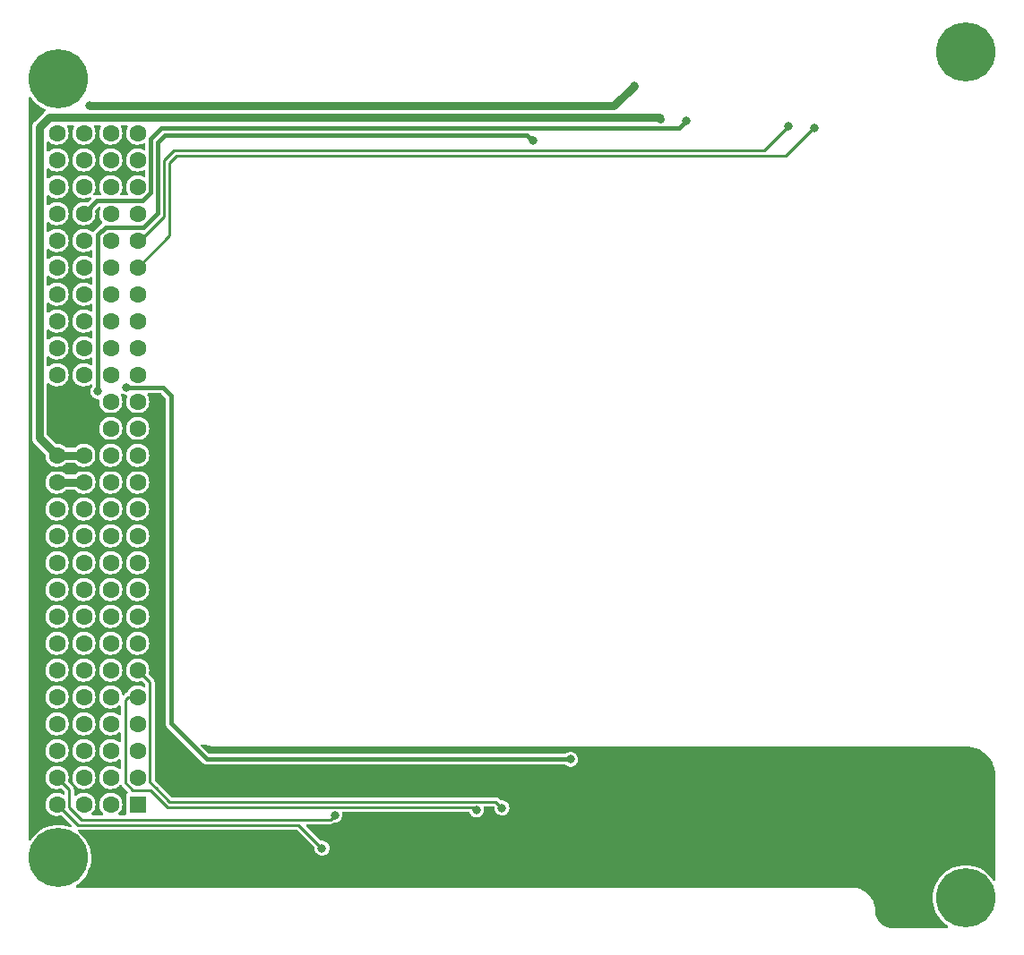
<source format=gbl>
%TF.GenerationSoftware,KiCad,Pcbnew,(6.0.7)*%
%TF.CreationDate,2022-08-16T23:53:48+08:00*%
%TF.ProjectId,adapter_board,61646170-7465-4725-9f62-6f6172642e6b,rev?*%
%TF.SameCoordinates,Original*%
%TF.FileFunction,Copper,L2,Bot*%
%TF.FilePolarity,Positive*%
%FSLAX46Y46*%
G04 Gerber Fmt 4.6, Leading zero omitted, Abs format (unit mm)*
G04 Created by KiCad (PCBNEW (6.0.7)) date 2022-08-16 23:53:48*
%MOMM*%
%LPD*%
G01*
G04 APERTURE LIST*
%TA.AperFunction,ComponentPad*%
%ADD10C,5.600000*%
%TD*%
%TA.AperFunction,ComponentPad*%
%ADD11R,1.600000X1.600000*%
%TD*%
%TA.AperFunction,ComponentPad*%
%ADD12C,1.600000*%
%TD*%
%TA.AperFunction,ViaPad*%
%ADD13C,0.800000*%
%TD*%
%TA.AperFunction,Conductor*%
%ADD14C,0.400000*%
%TD*%
%TA.AperFunction,Conductor*%
%ADD15C,1.270000*%
%TD*%
%TA.AperFunction,Conductor*%
%ADD16C,0.250000*%
%TD*%
%TA.AperFunction,Conductor*%
%ADD17C,0.800000*%
%TD*%
G04 APERTURE END LIST*
D10*
%TO.P,H3,1*%
%TO.N,N/C*%
X198913344Y-52813223D03*
%TD*%
D11*
%TO.P,U1,1,01-CAN-L*%
%TO.N,/CAN-*%
X120670000Y-123950000D03*
D12*
%TO.P,U1,2,02*%
%TO.N,unconnected-(U1-Pad2)*%
X118130000Y-123950000D03*
%TO.P,U1,3,03-CAN-H*%
%TO.N,/CAN+*%
X120670000Y-121410000D03*
%TO.P,U1,4,04*%
%TO.N,unconnected-(U1-Pad4)*%
X118130000Y-121410000D03*
%TO.P,U1,5,05*%
%TO.N,unconnected-(U1-Pad5)*%
X120670000Y-118870000D03*
%TO.P,U1,6,06*%
%TO.N,unconnected-(U1-Pad6)*%
X118130000Y-118870000D03*
%TO.P,U1,7,07*%
%TO.N,unconnected-(U1-Pad7)*%
X120670000Y-116330000D03*
%TO.P,U1,8,08*%
%TO.N,unconnected-(U1-Pad8)*%
X118130000Y-116330000D03*
%TO.P,U1,9,09-I2C2_SDA*%
%TO.N,/I2C2_SDA*%
X120670000Y-113790000D03*
%TO.P,U1,10,10*%
%TO.N,unconnected-(U1-Pad10)*%
X118130000Y-113790000D03*
%TO.P,U1,11,11-I2C2_SCL*%
%TO.N,/I2C2_SCL*%
X120670000Y-111250000D03*
%TO.P,U1,12,12*%
%TO.N,unconnected-(U1-Pad12)*%
X118130000Y-111250000D03*
%TO.P,U1,13,13*%
%TO.N,unconnected-(U1-Pad13)*%
X120670000Y-108710000D03*
%TO.P,U1,14,14*%
%TO.N,unconnected-(U1-Pad14)*%
X118130000Y-108710000D03*
%TO.P,U1,15,15*%
%TO.N,unconnected-(U1-Pad15)*%
X120670000Y-106170000D03*
%TO.P,U1,16,16*%
%TO.N,unconnected-(U1-Pad16)*%
X118130000Y-106170000D03*
%TO.P,U1,17,17*%
%TO.N,unconnected-(U1-Pad17)*%
X120670000Y-103630000D03*
%TO.P,U1,18,18*%
%TO.N,unconnected-(U1-Pad18)*%
X118130000Y-103630000D03*
%TO.P,U1,19,19-RX*%
%TO.N,unconnected-(U1-Pad19)*%
X120670000Y-101090000D03*
%TO.P,U1,20,TX-20*%
%TO.N,unconnected-(U1-Pad20)*%
X118130000Y-101090000D03*
%TO.P,U1,21,21*%
%TO.N,unconnected-(U1-Pad21)*%
X120670000Y-98550000D03*
%TO.P,U1,22,22*%
%TO.N,unconnected-(U1-Pad22)*%
X118130000Y-98550000D03*
%TO.P,U1,23,23*%
%TO.N,unconnected-(U1-Pad23)*%
X120670000Y-96010000D03*
%TO.P,U1,24,24*%
%TO.N,unconnected-(U1-Pad24)*%
X118130000Y-96010000D03*
%TO.P,U1,25,25*%
%TO.N,unconnected-(U1-Pad25)*%
X120670000Y-93470000D03*
%TO.P,U1,26,26*%
%TO.N,unconnected-(U1-Pad26)*%
X118130000Y-93470000D03*
%TO.P,U1,27,27*%
%TO.N,unconnected-(U1-Pad27)*%
X120670000Y-90930000D03*
%TO.P,U1,28,28*%
%TO.N,unconnected-(U1-Pad28)*%
X118130000Y-90930000D03*
%TO.P,U1,29,29*%
%TO.N,unconnected-(U1-Pad29)*%
X120670000Y-88390000D03*
%TO.P,U1,30,30*%
%TO.N,unconnected-(U1-Pad30)*%
X118130000Y-88390000D03*
%TO.P,U1,31,31*%
%TO.N,unconnected-(U1-Pad31)*%
X120670000Y-85850000D03*
%TO.P,U1,32,5V0_IN-32*%
%TO.N,/5V_IN*%
X118130000Y-85850000D03*
%TO.P,U1,33,33*%
%TO.N,unconnected-(U1-Pad33)*%
X120670000Y-83310000D03*
%TO.P,U1,34,34*%
%TO.N,unconnected-(U1-Pad34)*%
X118130000Y-83310000D03*
%TO.P,U1,35,35*%
%TO.N,unconnected-(U1-Pad35)*%
X120670000Y-80770000D03*
%TO.P,U1,36,36*%
%TO.N,unconnected-(U1-Pad36)*%
X118130000Y-80770000D03*
%TO.P,U1,37,37*%
%TO.N,unconnected-(U1-Pad37)*%
X120670000Y-78230000D03*
%TO.P,U1,38,38*%
%TO.N,unconnected-(U1-Pad38)*%
X118130000Y-78230000D03*
%TO.P,U1,39,39-TXD*%
%TO.N,unconnected-(U1-Pad39)*%
X120670000Y-75690000D03*
%TO.P,U1,40,RXD-40*%
%TO.N,unconnected-(U1-Pad40)*%
X118130000Y-75690000D03*
%TO.P,U1,41,41-I2C-SDA*%
%TO.N,/I2C1_SDA*%
X120670000Y-73150000D03*
%TO.P,U1,42,42*%
%TO.N,unconnected-(U1-Pad42)*%
X118130000Y-73150000D03*
%TO.P,U1,43,43-I2C-SCL*%
%TO.N,/I2C1_SCL*%
X120670000Y-70610000D03*
%TO.P,U1,44,44*%
%TO.N,unconnected-(U1-Pad44)*%
X118130000Y-70610000D03*
%TO.P,U1,45,45*%
%TO.N,unconnected-(U1-Pad45)*%
X120670000Y-68070000D03*
%TO.P,U1,46,46*%
%TO.N,unconnected-(U1-Pad46)*%
X118130000Y-68070000D03*
%TO.P,U1,47,47-OUT1*%
%TO.N,/OUT1*%
X120670000Y-65530000D03*
%TO.P,U1,48,OUT4-48*%
%TO.N,/OUT4*%
X118130000Y-65530000D03*
%TO.P,U1,49,49-OUT2*%
%TO.N,/OUT2*%
X120670000Y-62990000D03*
%TO.P,U1,50,OUT5-50*%
%TO.N,/OUT5*%
X118130000Y-62990000D03*
%TO.P,U1,51,51-OUT3*%
%TO.N,/OUT3*%
X120670000Y-60450000D03*
%TO.P,U1,52,OUT6-52*%
%TO.N,/OUT6*%
X118130000Y-60450000D03*
%TO.P,U1,53,01*%
%TO.N,unconnected-(U1-Pad53)*%
X115590000Y-123950000D03*
%TO.P,U1,54,02*%
%TO.N,/MISO*%
X113050000Y-123950000D03*
%TO.P,U1,55,03*%
%TO.N,unconnected-(U1-Pad55)*%
X115590000Y-121410000D03*
%TO.P,U1,56,04*%
%TO.N,/MOSI*%
X113050000Y-121410000D03*
%TO.P,U1,57,05*%
%TO.N,unconnected-(U1-Pad57)*%
X115590000Y-118870000D03*
%TO.P,U1,58,06*%
%TO.N,/SCK*%
X113050000Y-118870000D03*
%TO.P,U1,59,07*%
%TO.N,unconnected-(U1-Pad59)*%
X115590000Y-116330000D03*
%TO.P,U1,60,08*%
%TO.N,/CS1*%
X113050000Y-116330000D03*
%TO.P,U1,61,09*%
%TO.N,unconnected-(U1-Pad61)*%
X115590000Y-113790000D03*
%TO.P,U1,62,10*%
%TO.N,/CS2*%
X113050000Y-113790000D03*
%TO.P,U1,63,11*%
%TO.N,unconnected-(U1-Pad63)*%
X115590000Y-111250000D03*
%TO.P,U1,64,12*%
%TO.N,unconnected-(U1-Pad64)*%
X113050000Y-111250000D03*
%TO.P,U1,65,13*%
%TO.N,unconnected-(U1-Pad65)*%
X115590000Y-108710000D03*
%TO.P,U1,66,14*%
%TO.N,unconnected-(U1-Pad66)*%
X113050000Y-108710000D03*
%TO.P,U1,67,15*%
%TO.N,unconnected-(U1-Pad67)*%
X115590000Y-106170000D03*
%TO.P,U1,68,16*%
%TO.N,unconnected-(U1-Pad68)*%
X113050000Y-106170000D03*
%TO.P,U1,69,17*%
%TO.N,unconnected-(U1-Pad69)*%
X115590000Y-103630000D03*
%TO.P,U1,70,18*%
%TO.N,unconnected-(U1-Pad70)*%
X113050000Y-103630000D03*
%TO.P,U1,71,19*%
%TO.N,unconnected-(U1-Pad71)*%
X115590000Y-101090000D03*
%TO.P,U1,72,20*%
%TO.N,unconnected-(U1-Pad72)*%
X113050000Y-101090000D03*
%TO.P,U1,73,21*%
%TO.N,unconnected-(U1-Pad73)*%
X115590000Y-98550000D03*
%TO.P,U1,74,22*%
%TO.N,unconnected-(U1-Pad74)*%
X113050000Y-98550000D03*
%TO.P,U1,75,23*%
%TO.N,unconnected-(U1-Pad75)*%
X115590000Y-96010000D03*
%TO.P,U1,76,24*%
%TO.N,unconnected-(U1-Pad76)*%
X113050000Y-96010000D03*
%TO.P,U1,77,25-5V0*%
%TO.N,/5V0*%
X115590000Y-93470000D03*
%TO.P,U1,78,5V0-26*%
X113050000Y-93470000D03*
%TO.P,U1,79,27-3V3*%
%TO.N,/3V3*%
X115590000Y-90930000D03*
%TO.P,U1,80,3V3-28*%
X113050000Y-90930000D03*
%TO.P,U1,81,29-GND*%
%TO.N,GND*%
X115590000Y-88390000D03*
%TO.P,U1,82,GND-30*%
X113050000Y-88390000D03*
%TO.P,U1,83,31-AGND*%
X115590000Y-85850000D03*
%TO.P,U1,84,GND-32*%
X113050000Y-85850000D03*
%TO.P,U1,85,33*%
%TO.N,unconnected-(U1-Pad85)*%
X115590000Y-83310000D03*
%TO.P,U1,86,34*%
%TO.N,unconnected-(U1-Pad86)*%
X113050000Y-83310000D03*
%TO.P,U1,87,35-RX2*%
%TO.N,unconnected-(U1-Pad87)*%
X115590000Y-80770000D03*
%TO.P,U1,88,EPS_RX-36*%
%TO.N,unconnected-(U1-Pad88)*%
X113050000Y-80770000D03*
%TO.P,U1,89,37-TX2*%
%TO.N,unconnected-(U1-Pad89)*%
X115590000Y-78230000D03*
%TO.P,U1,90,EPS_TX-38*%
%TO.N,unconnected-(U1-Pad90)*%
X113050000Y-78230000D03*
%TO.P,U1,91,39*%
%TO.N,unconnected-(U1-Pad91)*%
X115590000Y-75690000D03*
%TO.P,U1,92,40*%
%TO.N,unconnected-(U1-Pad92)*%
X113050000Y-75690000D03*
%TO.P,U1,93,41*%
%TO.N,unconnected-(U1-Pad93)*%
X115590000Y-73150000D03*
%TO.P,U1,94,42*%
%TO.N,unconnected-(U1-Pad94)*%
X113050000Y-73150000D03*
%TO.P,U1,95,43*%
%TO.N,unconnected-(U1-Pad95)*%
X115590000Y-70610000D03*
%TO.P,U1,96,44*%
%TO.N,unconnected-(U1-Pad96)*%
X113050000Y-70610000D03*
%TO.P,U1,97,45-V_BAT*%
%TO.N,/VBAT*%
X115590000Y-68070000D03*
%TO.P,U1,98,V_BAT-46*%
X113050000Y-68070000D03*
%TO.P,U1,99,47*%
%TO.N,unconnected-(U1-Pad99)*%
X115590000Y-65530000D03*
%TO.P,U1,100,48*%
%TO.N,unconnected-(U1-Pad100)*%
X113050000Y-65530000D03*
%TO.P,U1,101,49*%
%TO.N,unconnected-(U1-Pad101)*%
X115590000Y-62990000D03*
%TO.P,U1,102,50*%
%TO.N,unconnected-(U1-Pad102)*%
X113050000Y-62990000D03*
%TO.P,U1,103,51*%
%TO.N,unconnected-(U1-Pad103)*%
X115590000Y-60450000D03*
%TO.P,U1,104,52*%
%TO.N,unconnected-(U1-Pad104)*%
X113050000Y-60450000D03*
%TD*%
D10*
%TO.P,H2,1*%
%TO.N,N/C*%
X113183344Y-129013223D03*
%TD*%
%TO.P,H1,1*%
%TO.N,N/C*%
X113183344Y-55353223D03*
%TD*%
%TO.P,H4,1*%
%TO.N,N/C*%
X198913344Y-132823222D03*
%TD*%
D13*
%TO.N,GND*%
X122400000Y-87100000D03*
X111000000Y-93000000D03*
X122400000Y-92200000D03*
X122400000Y-89700000D03*
%TO.N,/I2C1_SDA*%
X184600000Y-60000000D03*
%TO.N,/I2C1_SCL*%
X182200000Y-59800000D03*
%TO.N,/OUT1*%
X161600000Y-119700000D03*
X119600000Y-84500000D03*
%TO.N,/5V_IN*%
X116900000Y-84900000D03*
X158000000Y-61200000D03*
%TO.N,/I2C2_SDA*%
X152700000Y-124500000D03*
%TO.N,/I2C2_SCL*%
X155100000Y-124300000D03*
%TO.N,/MOSI*%
X139300000Y-124974500D03*
%TO.N,/MISO*%
X138100000Y-128100000D03*
%TO.N,/VBAT*%
X172500000Y-59300000D03*
%TO.N,/3V3*%
X170100000Y-59100000D03*
%TO.N,/5V0*%
X167600000Y-56000000D03*
X116100000Y-57900000D03*
%TD*%
D14*
%TO.N,GND*%
X122400000Y-87100000D02*
X122399511Y-87099511D01*
X115590000Y-88390000D02*
X115590000Y-88890000D01*
X122400000Y-92200000D02*
X117200000Y-92200000D01*
X122339511Y-89639511D02*
X116839511Y-89639511D01*
X111779511Y-92220489D02*
X111000000Y-93000000D01*
X117200000Y-92200000D02*
X117179511Y-92220489D01*
X116839511Y-91839511D02*
X117200000Y-92200000D01*
D15*
X113050000Y-85850000D02*
X115590000Y-85850000D01*
D14*
X117179511Y-92220489D02*
X111779511Y-92220489D01*
X122400000Y-89700000D02*
X122339511Y-89639511D01*
X115590000Y-88890000D02*
X116839511Y-90139511D01*
D15*
X115590000Y-85850000D02*
X115590000Y-88390000D01*
D14*
X116839511Y-90139511D02*
X116839511Y-91839511D01*
X116839511Y-87099511D02*
X115590000Y-85850000D01*
X116839511Y-89639511D02*
X115590000Y-88390000D01*
D15*
X113050000Y-88390000D02*
X115590000Y-88390000D01*
D14*
X122399511Y-87099511D02*
X116839511Y-87099511D01*
D16*
%TO.N,/I2C1_SDA*%
X124303214Y-62603214D02*
X123643071Y-63263357D01*
X184600000Y-60000000D02*
X184500000Y-60000000D01*
X184500000Y-60000000D02*
X181896786Y-62603214D01*
X181896786Y-62603214D02*
X124303214Y-62603214D01*
X123643071Y-63263357D02*
X123643070Y-70176930D01*
X123643070Y-70176930D02*
X120670000Y-73150000D01*
%TO.N,/I2C1_SCL*%
X120670000Y-70610000D02*
X120890000Y-70610000D01*
X123143551Y-68356449D02*
X123143551Y-63056449D01*
X179900000Y-62100000D02*
X182200000Y-59800000D01*
X124100000Y-62100000D02*
X179900000Y-62100000D01*
X120890000Y-70610000D02*
X123143551Y-68356449D01*
X123143551Y-63056449D02*
X124100000Y-62100000D01*
D14*
%TO.N,/OUT1*%
X123800000Y-85300000D02*
X123800000Y-116300000D01*
X119600000Y-84500000D02*
X119659511Y-84559511D01*
X123800000Y-116300000D02*
X127200000Y-119700000D01*
X127200000Y-119700000D02*
X161600000Y-119700000D01*
X119659511Y-84559511D02*
X123059511Y-84559511D01*
X123059511Y-84559511D02*
X123800000Y-85300000D01*
%TO.N,/5V_IN*%
X157449520Y-60649520D02*
X158000000Y-61200000D01*
X116880489Y-84880489D02*
X116880489Y-70092435D01*
X116880489Y-70092435D02*
X117612435Y-69360489D01*
X121239511Y-69360489D02*
X122569031Y-68030969D01*
X116900000Y-84900000D02*
X116880489Y-84880489D01*
X123250480Y-60649520D02*
X157449520Y-60649520D01*
X122569031Y-68030969D02*
X122569031Y-61330969D01*
X117612435Y-69360489D02*
X121239511Y-69360489D01*
X122569031Y-61330969D02*
X123250480Y-60649520D01*
D16*
%TO.N,/I2C2_SDA*%
X121900000Y-122606908D02*
X120205898Y-122606908D01*
X119495489Y-121896499D02*
X119495489Y-114104511D01*
X152399999Y-124199999D02*
X123493091Y-124199999D01*
X152700000Y-124500000D02*
X152399999Y-124199999D01*
X120205898Y-122606908D02*
X119495489Y-121896499D01*
X119810000Y-113790000D02*
X120670000Y-113790000D01*
X123493091Y-124199999D02*
X121900000Y-122606908D01*
X119495489Y-114104511D02*
X119810000Y-113790000D01*
X121290000Y-113790000D02*
X120670000Y-113790000D01*
%TO.N,/I2C2_SCL*%
X122399520Y-122399520D02*
X121844511Y-121844511D01*
X155100000Y-124300000D02*
X154500480Y-123700480D01*
X154500480Y-123700480D02*
X123700000Y-123700480D01*
X123700000Y-123700480D02*
X122399520Y-122400000D01*
X122399520Y-122400000D02*
X122399520Y-122399520D01*
X121844511Y-112424511D02*
X120670000Y-111250000D01*
X121844511Y-121844511D02*
X121844511Y-112424511D01*
X120670000Y-111250000D02*
X120670000Y-111770000D01*
%TO.N,/MOSI*%
X138874500Y-125400000D02*
X115378990Y-125400000D01*
X114224511Y-124245521D02*
X114224511Y-122584511D01*
X115378990Y-125400000D02*
X114224511Y-124245521D01*
X114224511Y-122584511D02*
X113050000Y-121410000D01*
X139300000Y-124974500D02*
X138874500Y-125400000D01*
%TO.N,/MISO*%
X138100000Y-128100000D02*
X135899520Y-125899520D01*
X114999520Y-125899520D02*
X113050000Y-123950000D01*
X135899520Y-125899520D02*
X114999520Y-125899520D01*
D14*
%TO.N,/VBAT*%
X116839511Y-66820489D02*
X121146587Y-66820489D01*
X115590000Y-68070000D02*
X116839511Y-66820489D01*
X121919511Y-60980489D02*
X122900000Y-60000000D01*
X122900000Y-60000000D02*
X171800000Y-60000000D01*
X121919511Y-66047565D02*
X121919511Y-60980489D01*
X121146587Y-66820489D02*
X121919511Y-66047565D01*
X171800000Y-60000000D02*
X172500000Y-59300000D01*
D17*
%TO.N,/3V3*%
X115590000Y-90930000D02*
X113050000Y-90930000D01*
X170100000Y-59100000D02*
X170000000Y-59000000D01*
X170000000Y-59000000D02*
X112300000Y-59000000D01*
X112300000Y-59000000D02*
X111400000Y-59900000D01*
X111400000Y-59900000D02*
X111400000Y-89280000D01*
X111400000Y-89280000D02*
X113050000Y-90930000D01*
%TO.N,/5V0*%
X165700000Y-57900000D02*
X116100000Y-57900000D01*
X115590000Y-93470000D02*
X113050000Y-93470000D01*
X167600000Y-56000000D02*
X165700000Y-57900000D01*
%TD*%
%TA.AperFunction,Conductor*%
%TO.N,GND*%
G36*
X110577363Y-57042582D02*
G01*
X110598815Y-57066620D01*
X110720989Y-57245052D01*
X110720994Y-57245058D01*
X110722980Y-57247959D01*
X110949517Y-57510405D01*
X111203897Y-57745963D01*
X111482949Y-57951698D01*
X111485986Y-57953452D01*
X111485990Y-57953454D01*
X111589075Y-58012970D01*
X111783196Y-58125046D01*
X111786417Y-58126453D01*
X111910194Y-58180530D01*
X111964609Y-58226131D01*
X111985733Y-58293913D01*
X111966858Y-58362354D01*
X111936454Y-58395954D01*
X111890711Y-58431054D01*
X111885374Y-58434932D01*
X111884717Y-58435384D01*
X111833349Y-58470688D01*
X111828297Y-58476358D01*
X111828296Y-58476359D01*
X111792400Y-58516648D01*
X111787419Y-58521925D01*
X110924919Y-59384424D01*
X110918653Y-59390277D01*
X110875604Y-59427831D01*
X110839317Y-59479463D01*
X110835384Y-59484758D01*
X110801105Y-59528476D01*
X110801103Y-59528480D01*
X110796416Y-59534457D01*
X110793290Y-59541380D01*
X110791505Y-59544328D01*
X110784113Y-59557288D01*
X110782480Y-59560334D01*
X110778113Y-59566547D01*
X110775354Y-59573624D01*
X110755180Y-59625366D01*
X110752625Y-59631445D01*
X110726645Y-59688984D01*
X110725260Y-59696455D01*
X110724236Y-59699723D01*
X110720123Y-59714164D01*
X110719283Y-59717437D01*
X110716524Y-59724513D01*
X110715533Y-59732043D01*
X110708284Y-59787106D01*
X110707252Y-59793623D01*
X110706070Y-59800000D01*
X110695748Y-59855692D01*
X110696185Y-59863272D01*
X110696185Y-59863273D01*
X110699291Y-59917144D01*
X110699500Y-59924396D01*
X110699500Y-89251359D01*
X110699208Y-89259929D01*
X110696227Y-89303658D01*
X110695322Y-89316930D01*
X110696627Y-89324406D01*
X110696627Y-89324409D01*
X110706178Y-89379132D01*
X110707141Y-89385658D01*
X110712035Y-89426096D01*
X110714724Y-89448320D01*
X110717409Y-89455427D01*
X110718218Y-89458720D01*
X110722177Y-89473191D01*
X110723166Y-89476467D01*
X110724473Y-89483954D01*
X110727528Y-89490913D01*
X110727528Y-89490914D01*
X110749847Y-89541760D01*
X110752339Y-89547866D01*
X110774655Y-89606923D01*
X110778954Y-89613178D01*
X110780535Y-89616203D01*
X110787825Y-89629299D01*
X110789566Y-89632243D01*
X110792621Y-89639202D01*
X110797246Y-89645230D01*
X110797247Y-89645231D01*
X110831042Y-89689273D01*
X110834919Y-89694609D01*
X110866381Y-89740386D01*
X110866386Y-89740392D01*
X110870688Y-89746651D01*
X110876362Y-89751706D01*
X110916657Y-89787608D01*
X110921933Y-89792589D01*
X111910971Y-90781627D01*
X111944997Y-90843939D01*
X111947003Y-90885531D01*
X111945164Y-90901069D01*
X111958392Y-91102894D01*
X112008178Y-91298928D01*
X112092856Y-91482607D01*
X112209588Y-91647780D01*
X112354466Y-91788913D01*
X112522637Y-91901282D01*
X112527940Y-91903560D01*
X112527943Y-91903562D01*
X112616291Y-91941519D01*
X112708470Y-91981122D01*
X112905740Y-92025760D01*
X112911509Y-92025987D01*
X112911512Y-92025987D01*
X112987683Y-92028979D01*
X113107842Y-92033700D01*
X113194132Y-92021189D01*
X113302286Y-92005508D01*
X113302291Y-92005507D01*
X113308007Y-92004678D01*
X113313479Y-92002820D01*
X113313481Y-92002820D01*
X113494067Y-91941519D01*
X113494069Y-91941518D01*
X113499531Y-91939664D01*
X113676001Y-91840837D01*
X113738433Y-91788913D01*
X113827073Y-91715191D01*
X113831505Y-91711505D01*
X113835192Y-91707072D01*
X113835198Y-91707066D01*
X113861094Y-91675930D01*
X113920032Y-91636346D01*
X113957967Y-91630500D01*
X114680623Y-91630500D01*
X114748744Y-91650502D01*
X114768544Y-91666246D01*
X114894466Y-91788913D01*
X115062637Y-91901282D01*
X115067940Y-91903560D01*
X115067943Y-91903562D01*
X115156291Y-91941519D01*
X115248470Y-91981122D01*
X115445740Y-92025760D01*
X115451509Y-92025987D01*
X115451512Y-92025987D01*
X115527683Y-92028979D01*
X115647842Y-92033700D01*
X115734132Y-92021189D01*
X115842286Y-92005508D01*
X115842291Y-92005507D01*
X115848007Y-92004678D01*
X115853479Y-92002820D01*
X115853481Y-92002820D01*
X116034067Y-91941519D01*
X116034069Y-91941518D01*
X116039531Y-91939664D01*
X116216001Y-91840837D01*
X116278433Y-91788913D01*
X116367073Y-91715191D01*
X116371505Y-91711505D01*
X116500837Y-91556001D01*
X116599664Y-91379531D01*
X116664678Y-91188007D01*
X116665507Y-91182291D01*
X116665508Y-91182286D01*
X116693167Y-90991516D01*
X116693700Y-90987842D01*
X116695215Y-90930000D01*
X116692557Y-90901069D01*
X117025164Y-90901069D01*
X117038392Y-91102894D01*
X117088178Y-91298928D01*
X117172856Y-91482607D01*
X117289588Y-91647780D01*
X117434466Y-91788913D01*
X117602637Y-91901282D01*
X117607940Y-91903560D01*
X117607943Y-91903562D01*
X117696291Y-91941519D01*
X117788470Y-91981122D01*
X117985740Y-92025760D01*
X117991509Y-92025987D01*
X117991512Y-92025987D01*
X118067683Y-92028979D01*
X118187842Y-92033700D01*
X118274132Y-92021189D01*
X118382286Y-92005508D01*
X118382291Y-92005507D01*
X118388007Y-92004678D01*
X118393479Y-92002820D01*
X118393481Y-92002820D01*
X118574067Y-91941519D01*
X118574069Y-91941518D01*
X118579531Y-91939664D01*
X118756001Y-91840837D01*
X118818433Y-91788913D01*
X118907073Y-91715191D01*
X118911505Y-91711505D01*
X119040837Y-91556001D01*
X119139664Y-91379531D01*
X119204678Y-91188007D01*
X119205507Y-91182291D01*
X119205508Y-91182286D01*
X119233167Y-90991516D01*
X119233700Y-90987842D01*
X119235215Y-90930000D01*
X119232557Y-90901069D01*
X119565164Y-90901069D01*
X119578392Y-91102894D01*
X119628178Y-91298928D01*
X119712856Y-91482607D01*
X119829588Y-91647780D01*
X119974466Y-91788913D01*
X120142637Y-91901282D01*
X120147940Y-91903560D01*
X120147943Y-91903562D01*
X120236291Y-91941519D01*
X120328470Y-91981122D01*
X120525740Y-92025760D01*
X120531509Y-92025987D01*
X120531512Y-92025987D01*
X120607683Y-92028979D01*
X120727842Y-92033700D01*
X120814132Y-92021189D01*
X120922286Y-92005508D01*
X120922291Y-92005507D01*
X120928007Y-92004678D01*
X120933479Y-92002820D01*
X120933481Y-92002820D01*
X121114067Y-91941519D01*
X121114069Y-91941518D01*
X121119531Y-91939664D01*
X121296001Y-91840837D01*
X121358433Y-91788913D01*
X121447073Y-91715191D01*
X121451505Y-91711505D01*
X121580837Y-91556001D01*
X121679664Y-91379531D01*
X121744678Y-91188007D01*
X121745507Y-91182291D01*
X121745508Y-91182286D01*
X121773167Y-90991516D01*
X121773700Y-90987842D01*
X121775215Y-90930000D01*
X121756708Y-90728591D01*
X121701807Y-90533926D01*
X121612351Y-90352527D01*
X121594079Y-90328057D01*
X121494788Y-90195091D01*
X121494787Y-90195090D01*
X121491335Y-90190467D01*
X121487099Y-90186551D01*
X121347053Y-90057094D01*
X121347051Y-90057092D01*
X121342812Y-90053174D01*
X121315374Y-90035862D01*
X121176637Y-89948325D01*
X121171757Y-89945246D01*
X120983898Y-89870298D01*
X120785526Y-89830839D01*
X120779752Y-89830763D01*
X120779748Y-89830763D01*
X120677257Y-89829422D01*
X120583286Y-89828192D01*
X120577589Y-89829171D01*
X120577588Y-89829171D01*
X120389646Y-89861465D01*
X120389645Y-89861465D01*
X120383949Y-89862444D01*
X120194193Y-89932449D01*
X120020371Y-90035862D01*
X119868305Y-90169220D01*
X119743089Y-90328057D01*
X119648914Y-90507053D01*
X119588937Y-90700213D01*
X119565164Y-90901069D01*
X119232557Y-90901069D01*
X119216708Y-90728591D01*
X119161807Y-90533926D01*
X119072351Y-90352527D01*
X119054079Y-90328057D01*
X118954788Y-90195091D01*
X118954787Y-90195090D01*
X118951335Y-90190467D01*
X118947099Y-90186551D01*
X118807053Y-90057094D01*
X118807051Y-90057092D01*
X118802812Y-90053174D01*
X118775374Y-90035862D01*
X118636637Y-89948325D01*
X118631757Y-89945246D01*
X118443898Y-89870298D01*
X118245526Y-89830839D01*
X118239752Y-89830763D01*
X118239748Y-89830763D01*
X118137257Y-89829422D01*
X118043286Y-89828192D01*
X118037589Y-89829171D01*
X118037588Y-89829171D01*
X117849646Y-89861465D01*
X117849645Y-89861465D01*
X117843949Y-89862444D01*
X117654193Y-89932449D01*
X117480371Y-90035862D01*
X117328305Y-90169220D01*
X117203089Y-90328057D01*
X117108914Y-90507053D01*
X117048937Y-90700213D01*
X117025164Y-90901069D01*
X116692557Y-90901069D01*
X116676708Y-90728591D01*
X116621807Y-90533926D01*
X116532351Y-90352527D01*
X116514079Y-90328057D01*
X116414788Y-90195091D01*
X116414787Y-90195090D01*
X116411335Y-90190467D01*
X116407099Y-90186551D01*
X116267053Y-90057094D01*
X116267051Y-90057092D01*
X116262812Y-90053174D01*
X116235374Y-90035862D01*
X116096637Y-89948325D01*
X116091757Y-89945246D01*
X115903898Y-89870298D01*
X115705526Y-89830839D01*
X115699752Y-89830763D01*
X115699748Y-89830763D01*
X115597257Y-89829422D01*
X115503286Y-89828192D01*
X115497589Y-89829171D01*
X115497588Y-89829171D01*
X115309646Y-89861465D01*
X115309645Y-89861465D01*
X115303949Y-89862444D01*
X115114193Y-89932449D01*
X114940371Y-90035862D01*
X114788305Y-90169220D01*
X114784734Y-90173750D01*
X114784730Y-90173754D01*
X114778617Y-90181508D01*
X114720735Y-90222620D01*
X114679669Y-90229500D01*
X113961868Y-90229500D01*
X113893747Y-90209498D01*
X113871345Y-90190456D01*
X113871335Y-90190467D01*
X113871067Y-90190219D01*
X113871063Y-90190216D01*
X113722812Y-90053174D01*
X113695374Y-90035862D01*
X113556637Y-89948325D01*
X113551757Y-89945246D01*
X113363898Y-89870298D01*
X113165526Y-89830839D01*
X113159751Y-89830763D01*
X113159747Y-89830763D01*
X112989747Y-89828538D01*
X112921894Y-89807646D01*
X112902301Y-89791644D01*
X112137405Y-89026748D01*
X112103379Y-88964436D01*
X112100500Y-88937653D01*
X112100500Y-88361069D01*
X117025164Y-88361069D01*
X117038392Y-88562894D01*
X117088178Y-88758928D01*
X117172856Y-88942607D01*
X117289588Y-89107780D01*
X117434466Y-89248913D01*
X117439270Y-89252123D01*
X117506651Y-89297146D01*
X117602637Y-89361282D01*
X117607940Y-89363560D01*
X117607943Y-89363562D01*
X117696291Y-89401519D01*
X117788470Y-89441122D01*
X117941443Y-89475737D01*
X117977759Y-89483954D01*
X117985740Y-89485760D01*
X117991509Y-89485987D01*
X117991512Y-89485987D01*
X118067683Y-89488979D01*
X118187842Y-89493700D01*
X118274132Y-89481189D01*
X118382286Y-89465508D01*
X118382291Y-89465507D01*
X118388007Y-89464678D01*
X118393479Y-89462820D01*
X118393481Y-89462820D01*
X118574067Y-89401519D01*
X118574069Y-89401518D01*
X118579531Y-89399664D01*
X118756001Y-89300837D01*
X118818433Y-89248913D01*
X118907073Y-89175191D01*
X118911505Y-89171505D01*
X119040837Y-89016001D01*
X119139664Y-88839531D01*
X119204678Y-88648007D01*
X119205507Y-88642291D01*
X119205508Y-88642286D01*
X119233167Y-88451516D01*
X119233700Y-88447842D01*
X119235215Y-88390000D01*
X119232557Y-88361069D01*
X119565164Y-88361069D01*
X119578392Y-88562894D01*
X119628178Y-88758928D01*
X119712856Y-88942607D01*
X119829588Y-89107780D01*
X119974466Y-89248913D01*
X119979270Y-89252123D01*
X120046651Y-89297146D01*
X120142637Y-89361282D01*
X120147940Y-89363560D01*
X120147943Y-89363562D01*
X120236291Y-89401519D01*
X120328470Y-89441122D01*
X120481443Y-89475737D01*
X120517759Y-89483954D01*
X120525740Y-89485760D01*
X120531509Y-89485987D01*
X120531512Y-89485987D01*
X120607683Y-89488979D01*
X120727842Y-89493700D01*
X120814132Y-89481189D01*
X120922286Y-89465508D01*
X120922291Y-89465507D01*
X120928007Y-89464678D01*
X120933479Y-89462820D01*
X120933481Y-89462820D01*
X121114067Y-89401519D01*
X121114069Y-89401518D01*
X121119531Y-89399664D01*
X121296001Y-89300837D01*
X121358433Y-89248913D01*
X121447073Y-89175191D01*
X121451505Y-89171505D01*
X121580837Y-89016001D01*
X121679664Y-88839531D01*
X121744678Y-88648007D01*
X121745507Y-88642291D01*
X121745508Y-88642286D01*
X121773167Y-88451516D01*
X121773700Y-88447842D01*
X121775215Y-88390000D01*
X121756708Y-88188591D01*
X121701807Y-87993926D01*
X121612351Y-87812527D01*
X121594079Y-87788057D01*
X121494788Y-87655091D01*
X121494787Y-87655090D01*
X121491335Y-87650467D01*
X121468350Y-87629220D01*
X121347053Y-87517094D01*
X121347051Y-87517092D01*
X121342812Y-87513174D01*
X121315374Y-87495862D01*
X121176637Y-87408325D01*
X121171757Y-87405246D01*
X120983898Y-87330298D01*
X120785526Y-87290839D01*
X120779752Y-87290763D01*
X120779748Y-87290763D01*
X120677257Y-87289422D01*
X120583286Y-87288192D01*
X120577589Y-87289171D01*
X120577588Y-87289171D01*
X120389646Y-87321465D01*
X120389645Y-87321465D01*
X120383949Y-87322444D01*
X120194193Y-87392449D01*
X120020371Y-87495862D01*
X119868305Y-87629220D01*
X119743089Y-87788057D01*
X119648914Y-87967053D01*
X119588937Y-88160213D01*
X119565164Y-88361069D01*
X119232557Y-88361069D01*
X119216708Y-88188591D01*
X119161807Y-87993926D01*
X119072351Y-87812527D01*
X119054079Y-87788057D01*
X118954788Y-87655091D01*
X118954787Y-87655090D01*
X118951335Y-87650467D01*
X118928350Y-87629220D01*
X118807053Y-87517094D01*
X118807051Y-87517092D01*
X118802812Y-87513174D01*
X118775374Y-87495862D01*
X118636637Y-87408325D01*
X118631757Y-87405246D01*
X118443898Y-87330298D01*
X118245526Y-87290839D01*
X118239752Y-87290763D01*
X118239748Y-87290763D01*
X118137257Y-87289422D01*
X118043286Y-87288192D01*
X118037589Y-87289171D01*
X118037588Y-87289171D01*
X117849646Y-87321465D01*
X117849645Y-87321465D01*
X117843949Y-87322444D01*
X117654193Y-87392449D01*
X117480371Y-87495862D01*
X117328305Y-87629220D01*
X117203089Y-87788057D01*
X117108914Y-87967053D01*
X117048937Y-88160213D01*
X117025164Y-88361069D01*
X112100500Y-88361069D01*
X112100500Y-84220157D01*
X112120502Y-84152036D01*
X112174158Y-84105543D01*
X112244432Y-84095439D01*
X112309012Y-84124933D01*
X112314419Y-84129901D01*
X112354466Y-84168913D01*
X112522637Y-84281282D01*
X112527940Y-84283560D01*
X112527943Y-84283562D01*
X112703161Y-84358841D01*
X112708470Y-84361122D01*
X112905740Y-84405760D01*
X112911509Y-84405987D01*
X112911512Y-84405987D01*
X112987683Y-84408979D01*
X113107842Y-84413700D01*
X113194132Y-84401189D01*
X113302286Y-84385508D01*
X113302291Y-84385507D01*
X113308007Y-84384678D01*
X113313479Y-84382820D01*
X113313481Y-84382820D01*
X113494067Y-84321519D01*
X113494069Y-84321518D01*
X113499531Y-84319664D01*
X113637667Y-84242305D01*
X113670964Y-84223658D01*
X113670965Y-84223657D01*
X113676001Y-84220837D01*
X113738433Y-84168913D01*
X113827073Y-84095191D01*
X113831505Y-84091505D01*
X113960837Y-83936001D01*
X114059664Y-83759531D01*
X114081952Y-83693875D01*
X114122820Y-83573481D01*
X114122820Y-83573479D01*
X114124678Y-83568007D01*
X114125507Y-83562291D01*
X114125508Y-83562286D01*
X114153167Y-83371516D01*
X114153700Y-83367842D01*
X114155215Y-83310000D01*
X114136708Y-83108591D01*
X114081807Y-82913926D01*
X113992351Y-82732527D01*
X113974079Y-82708057D01*
X113874788Y-82575091D01*
X113874787Y-82575090D01*
X113871335Y-82570467D01*
X113848350Y-82549220D01*
X113727053Y-82437094D01*
X113727051Y-82437092D01*
X113722812Y-82433174D01*
X113695374Y-82415862D01*
X113556637Y-82328325D01*
X113551757Y-82325246D01*
X113363898Y-82250298D01*
X113165526Y-82210839D01*
X113159752Y-82210763D01*
X113159748Y-82210763D01*
X113057257Y-82209422D01*
X112963286Y-82208192D01*
X112957589Y-82209171D01*
X112957588Y-82209171D01*
X112769646Y-82241465D01*
X112769645Y-82241465D01*
X112763949Y-82242444D01*
X112574193Y-82312449D01*
X112569232Y-82315401D01*
X112569231Y-82315401D01*
X112421419Y-82403340D01*
X112400371Y-82415862D01*
X112339204Y-82469504D01*
X112309577Y-82495486D01*
X112245173Y-82525363D01*
X112174840Y-82515677D01*
X112120909Y-82469504D01*
X112100500Y-82400754D01*
X112100500Y-81680157D01*
X112120502Y-81612036D01*
X112174158Y-81565543D01*
X112244432Y-81555439D01*
X112309012Y-81584933D01*
X112314419Y-81589901D01*
X112354466Y-81628913D01*
X112522637Y-81741282D01*
X112527940Y-81743560D01*
X112527943Y-81743562D01*
X112703163Y-81818842D01*
X112708470Y-81821122D01*
X112905740Y-81865760D01*
X112911509Y-81865987D01*
X112911512Y-81865987D01*
X112987683Y-81868979D01*
X113107842Y-81873700D01*
X113194132Y-81861189D01*
X113302286Y-81845508D01*
X113302291Y-81845507D01*
X113308007Y-81844678D01*
X113313479Y-81842820D01*
X113313481Y-81842820D01*
X113494067Y-81781519D01*
X113494069Y-81781518D01*
X113499531Y-81779664D01*
X113622017Y-81711069D01*
X113670964Y-81683658D01*
X113670965Y-81683657D01*
X113676001Y-81680837D01*
X113738433Y-81628913D01*
X113827073Y-81555191D01*
X113831505Y-81551505D01*
X113960837Y-81396001D01*
X114059664Y-81219531D01*
X114124678Y-81028007D01*
X114125507Y-81022291D01*
X114125508Y-81022286D01*
X114153167Y-80831516D01*
X114153700Y-80827842D01*
X114155215Y-80770000D01*
X114136708Y-80568591D01*
X114081807Y-80373926D01*
X113992351Y-80192527D01*
X113974079Y-80168057D01*
X113874788Y-80035091D01*
X113874787Y-80035090D01*
X113871335Y-80030467D01*
X113848350Y-80009220D01*
X113727053Y-79897094D01*
X113727051Y-79897092D01*
X113722812Y-79893174D01*
X113695374Y-79875862D01*
X113556637Y-79788325D01*
X113551757Y-79785246D01*
X113363898Y-79710298D01*
X113165526Y-79670839D01*
X113159752Y-79670763D01*
X113159748Y-79670763D01*
X113057257Y-79669422D01*
X112963286Y-79668192D01*
X112957589Y-79669171D01*
X112957588Y-79669171D01*
X112769646Y-79701465D01*
X112769645Y-79701465D01*
X112763949Y-79702444D01*
X112574193Y-79772449D01*
X112569232Y-79775401D01*
X112569231Y-79775401D01*
X112421419Y-79863340D01*
X112400371Y-79875862D01*
X112339204Y-79929504D01*
X112309577Y-79955486D01*
X112245173Y-79985363D01*
X112174840Y-79975677D01*
X112120909Y-79929504D01*
X112100500Y-79860754D01*
X112100500Y-79140157D01*
X112120502Y-79072036D01*
X112174158Y-79025543D01*
X112244432Y-79015439D01*
X112309012Y-79044933D01*
X112314419Y-79049901D01*
X112354466Y-79088913D01*
X112522637Y-79201282D01*
X112527940Y-79203560D01*
X112527943Y-79203562D01*
X112703163Y-79278842D01*
X112708470Y-79281122D01*
X112905740Y-79325760D01*
X112911509Y-79325987D01*
X112911512Y-79325987D01*
X112987683Y-79328979D01*
X113107842Y-79333700D01*
X113194132Y-79321189D01*
X113302286Y-79305508D01*
X113302291Y-79305507D01*
X113308007Y-79304678D01*
X113313479Y-79302820D01*
X113313481Y-79302820D01*
X113494067Y-79241519D01*
X113494069Y-79241518D01*
X113499531Y-79239664D01*
X113622017Y-79171069D01*
X113670964Y-79143658D01*
X113670965Y-79143657D01*
X113676001Y-79140837D01*
X113738433Y-79088913D01*
X113827073Y-79015191D01*
X113831505Y-79011505D01*
X113960837Y-78856001D01*
X114059664Y-78679531D01*
X114124678Y-78488007D01*
X114125507Y-78482291D01*
X114125508Y-78482286D01*
X114153167Y-78291516D01*
X114153700Y-78287842D01*
X114155215Y-78230000D01*
X114136708Y-78028591D01*
X114081807Y-77833926D01*
X113992351Y-77652527D01*
X113974079Y-77628057D01*
X113874788Y-77495091D01*
X113874787Y-77495090D01*
X113871335Y-77490467D01*
X113848350Y-77469220D01*
X113727053Y-77357094D01*
X113727051Y-77357092D01*
X113722812Y-77353174D01*
X113695374Y-77335862D01*
X113556637Y-77248325D01*
X113551757Y-77245246D01*
X113363898Y-77170298D01*
X113165526Y-77130839D01*
X113159752Y-77130763D01*
X113159748Y-77130763D01*
X113057257Y-77129422D01*
X112963286Y-77128192D01*
X112957589Y-77129171D01*
X112957588Y-77129171D01*
X112769646Y-77161465D01*
X112769645Y-77161465D01*
X112763949Y-77162444D01*
X112574193Y-77232449D01*
X112569232Y-77235401D01*
X112569231Y-77235401D01*
X112421419Y-77323340D01*
X112400371Y-77335862D01*
X112339204Y-77389504D01*
X112309577Y-77415486D01*
X112245173Y-77445363D01*
X112174840Y-77435677D01*
X112120909Y-77389504D01*
X112100500Y-77320754D01*
X112100500Y-76600157D01*
X112120502Y-76532036D01*
X112174158Y-76485543D01*
X112244432Y-76475439D01*
X112309012Y-76504933D01*
X112314419Y-76509901D01*
X112354466Y-76548913D01*
X112522637Y-76661282D01*
X112527940Y-76663560D01*
X112527943Y-76663562D01*
X112703163Y-76738842D01*
X112708470Y-76741122D01*
X112905740Y-76785760D01*
X112911509Y-76785987D01*
X112911512Y-76785987D01*
X112987683Y-76788979D01*
X113107842Y-76793700D01*
X113194132Y-76781189D01*
X113302286Y-76765508D01*
X113302291Y-76765507D01*
X113308007Y-76764678D01*
X113313479Y-76762820D01*
X113313481Y-76762820D01*
X113494067Y-76701519D01*
X113494069Y-76701518D01*
X113499531Y-76699664D01*
X113622017Y-76631069D01*
X113670964Y-76603658D01*
X113670965Y-76603657D01*
X113676001Y-76600837D01*
X113738433Y-76548913D01*
X113827073Y-76475191D01*
X113831505Y-76471505D01*
X113960837Y-76316001D01*
X114059664Y-76139531D01*
X114124678Y-75948007D01*
X114125507Y-75942291D01*
X114125508Y-75942286D01*
X114153167Y-75751516D01*
X114153700Y-75747842D01*
X114155215Y-75690000D01*
X114136708Y-75488591D01*
X114081807Y-75293926D01*
X113992351Y-75112527D01*
X113974079Y-75088057D01*
X113874788Y-74955091D01*
X113874787Y-74955090D01*
X113871335Y-74950467D01*
X113848350Y-74929220D01*
X113727053Y-74817094D01*
X113727051Y-74817092D01*
X113722812Y-74813174D01*
X113695374Y-74795862D01*
X113556637Y-74708325D01*
X113551757Y-74705246D01*
X113363898Y-74630298D01*
X113165526Y-74590839D01*
X113159752Y-74590763D01*
X113159748Y-74590763D01*
X113057257Y-74589422D01*
X112963286Y-74588192D01*
X112957589Y-74589171D01*
X112957588Y-74589171D01*
X112769646Y-74621465D01*
X112769645Y-74621465D01*
X112763949Y-74622444D01*
X112574193Y-74692449D01*
X112569232Y-74695401D01*
X112569231Y-74695401D01*
X112421419Y-74783340D01*
X112400371Y-74795862D01*
X112339204Y-74849504D01*
X112309577Y-74875486D01*
X112245173Y-74905363D01*
X112174840Y-74895677D01*
X112120909Y-74849504D01*
X112100500Y-74780754D01*
X112100500Y-74060157D01*
X112120502Y-73992036D01*
X112174158Y-73945543D01*
X112244432Y-73935439D01*
X112309012Y-73964933D01*
X112314419Y-73969901D01*
X112354466Y-74008913D01*
X112522637Y-74121282D01*
X112527940Y-74123560D01*
X112527943Y-74123562D01*
X112703163Y-74198842D01*
X112708470Y-74201122D01*
X112905740Y-74245760D01*
X112911509Y-74245987D01*
X112911512Y-74245987D01*
X112987683Y-74248979D01*
X113107842Y-74253700D01*
X113194132Y-74241189D01*
X113302286Y-74225508D01*
X113302291Y-74225507D01*
X113308007Y-74224678D01*
X113313479Y-74222820D01*
X113313481Y-74222820D01*
X113494067Y-74161519D01*
X113494069Y-74161518D01*
X113499531Y-74159664D01*
X113622017Y-74091069D01*
X113670964Y-74063658D01*
X113670965Y-74063657D01*
X113676001Y-74060837D01*
X113738433Y-74008913D01*
X113827073Y-73935191D01*
X113831505Y-73931505D01*
X113960837Y-73776001D01*
X114059664Y-73599531D01*
X114124678Y-73408007D01*
X114125507Y-73402291D01*
X114125508Y-73402286D01*
X114153167Y-73211516D01*
X114153700Y-73207842D01*
X114155215Y-73150000D01*
X114136708Y-72948591D01*
X114081807Y-72753926D01*
X113992351Y-72572527D01*
X113974079Y-72548057D01*
X113874788Y-72415091D01*
X113874787Y-72415090D01*
X113871335Y-72410467D01*
X113848350Y-72389220D01*
X113727053Y-72277094D01*
X113727051Y-72277092D01*
X113722812Y-72273174D01*
X113695374Y-72255862D01*
X113556637Y-72168325D01*
X113551757Y-72165246D01*
X113363898Y-72090298D01*
X113165526Y-72050839D01*
X113159752Y-72050763D01*
X113159748Y-72050763D01*
X113057257Y-72049422D01*
X112963286Y-72048192D01*
X112957589Y-72049171D01*
X112957588Y-72049171D01*
X112769646Y-72081465D01*
X112769645Y-72081465D01*
X112763949Y-72082444D01*
X112574193Y-72152449D01*
X112569232Y-72155401D01*
X112569231Y-72155401D01*
X112421419Y-72243340D01*
X112400371Y-72255862D01*
X112339204Y-72309504D01*
X112309577Y-72335486D01*
X112245173Y-72365363D01*
X112174840Y-72355677D01*
X112120909Y-72309504D01*
X112100500Y-72240754D01*
X112100500Y-71520157D01*
X112120502Y-71452036D01*
X112174158Y-71405543D01*
X112244432Y-71395439D01*
X112309012Y-71424933D01*
X112314419Y-71429901D01*
X112354466Y-71468913D01*
X112522637Y-71581282D01*
X112527940Y-71583560D01*
X112527943Y-71583562D01*
X112703163Y-71658842D01*
X112708470Y-71661122D01*
X112905740Y-71705760D01*
X112911509Y-71705987D01*
X112911512Y-71705987D01*
X112987683Y-71708979D01*
X113107842Y-71713700D01*
X113194132Y-71701189D01*
X113302286Y-71685508D01*
X113302291Y-71685507D01*
X113308007Y-71684678D01*
X113313479Y-71682820D01*
X113313481Y-71682820D01*
X113494067Y-71621519D01*
X113494069Y-71621518D01*
X113499531Y-71619664D01*
X113622017Y-71551069D01*
X113670964Y-71523658D01*
X113670965Y-71523657D01*
X113676001Y-71520837D01*
X113738433Y-71468913D01*
X113827073Y-71395191D01*
X113831505Y-71391505D01*
X113960837Y-71236001D01*
X114059664Y-71059531D01*
X114124678Y-70868007D01*
X114125507Y-70862291D01*
X114125508Y-70862286D01*
X114153167Y-70671516D01*
X114153700Y-70667842D01*
X114155215Y-70610000D01*
X114136708Y-70408591D01*
X114117241Y-70339564D01*
X114083376Y-70219490D01*
X114081807Y-70213926D01*
X113992351Y-70032527D01*
X113980468Y-70016613D01*
X113874788Y-69875091D01*
X113874787Y-69875090D01*
X113871335Y-69870467D01*
X113848350Y-69849220D01*
X113727053Y-69737094D01*
X113727051Y-69737092D01*
X113722812Y-69733174D01*
X113692572Y-69714094D01*
X113556637Y-69628325D01*
X113551757Y-69625246D01*
X113363898Y-69550298D01*
X113165526Y-69510839D01*
X113159752Y-69510763D01*
X113159748Y-69510763D01*
X113057257Y-69509422D01*
X112963286Y-69508192D01*
X112957589Y-69509171D01*
X112957588Y-69509171D01*
X112769646Y-69541465D01*
X112769645Y-69541465D01*
X112763949Y-69542444D01*
X112574193Y-69612449D01*
X112569232Y-69615401D01*
X112569231Y-69615401D01*
X112432484Y-69696757D01*
X112400371Y-69715862D01*
X112358339Y-69752723D01*
X112309577Y-69795486D01*
X112245173Y-69825363D01*
X112174840Y-69815677D01*
X112120909Y-69769504D01*
X112100500Y-69700754D01*
X112100500Y-68980157D01*
X112120502Y-68912036D01*
X112174158Y-68865543D01*
X112244432Y-68855439D01*
X112309012Y-68884933D01*
X112314419Y-68889901D01*
X112354466Y-68928913D01*
X112522637Y-69041282D01*
X112527940Y-69043560D01*
X112527943Y-69043562D01*
X112616291Y-69081519D01*
X112708470Y-69121122D01*
X112905740Y-69165760D01*
X112911509Y-69165987D01*
X112911512Y-69165987D01*
X112987683Y-69168979D01*
X113107842Y-69173700D01*
X113194132Y-69161189D01*
X113302286Y-69145508D01*
X113302291Y-69145507D01*
X113308007Y-69144678D01*
X113313479Y-69142820D01*
X113313481Y-69142820D01*
X113494067Y-69081519D01*
X113494069Y-69081518D01*
X113499531Y-69079664D01*
X113648725Y-68996112D01*
X113670964Y-68983658D01*
X113670965Y-68983657D01*
X113676001Y-68980837D01*
X113738433Y-68928913D01*
X113827073Y-68855191D01*
X113831505Y-68851505D01*
X113960837Y-68696001D01*
X114059664Y-68519531D01*
X114124678Y-68328007D01*
X114125507Y-68322291D01*
X114125508Y-68322286D01*
X114153167Y-68131516D01*
X114153700Y-68127842D01*
X114155215Y-68070000D01*
X114136708Y-67868591D01*
X114081807Y-67673926D01*
X113992351Y-67492527D01*
X113974079Y-67468057D01*
X113874788Y-67335091D01*
X113874787Y-67335090D01*
X113871335Y-67330467D01*
X113848350Y-67309220D01*
X113727053Y-67197094D01*
X113727051Y-67197092D01*
X113722812Y-67193174D01*
X113695374Y-67175862D01*
X113556637Y-67088325D01*
X113551757Y-67085246D01*
X113363898Y-67010298D01*
X113165526Y-66970839D01*
X113159752Y-66970763D01*
X113159748Y-66970763D01*
X113057257Y-66969422D01*
X112963286Y-66968192D01*
X112957589Y-66969171D01*
X112957588Y-66969171D01*
X112769646Y-67001465D01*
X112769645Y-67001465D01*
X112763949Y-67002444D01*
X112574193Y-67072449D01*
X112569232Y-67075401D01*
X112569231Y-67075401D01*
X112419059Y-67164744D01*
X112400371Y-67175862D01*
X112373213Y-67199679D01*
X112309577Y-67255486D01*
X112245173Y-67285363D01*
X112174840Y-67275677D01*
X112120909Y-67229504D01*
X112100500Y-67160754D01*
X112100500Y-66440157D01*
X112120502Y-66372036D01*
X112174158Y-66325543D01*
X112244432Y-66315439D01*
X112309012Y-66344933D01*
X112314419Y-66349901D01*
X112354466Y-66388913D01*
X112522637Y-66501282D01*
X112527940Y-66503560D01*
X112527943Y-66503562D01*
X112616291Y-66541519D01*
X112708470Y-66581122D01*
X112905740Y-66625760D01*
X112911509Y-66625987D01*
X112911512Y-66625987D01*
X112987683Y-66628979D01*
X113107842Y-66633700D01*
X113194132Y-66621189D01*
X113302286Y-66605508D01*
X113302291Y-66605507D01*
X113308007Y-66604678D01*
X113313479Y-66602820D01*
X113313481Y-66602820D01*
X113494067Y-66541519D01*
X113494069Y-66541518D01*
X113499531Y-66539664D01*
X113664768Y-66447128D01*
X113670964Y-66443658D01*
X113670965Y-66443657D01*
X113676001Y-66440837D01*
X113738433Y-66388913D01*
X113822901Y-66318661D01*
X113831505Y-66311505D01*
X113960837Y-66156001D01*
X114059664Y-65979531D01*
X114102188Y-65854262D01*
X114122820Y-65793481D01*
X114122820Y-65793479D01*
X114124678Y-65788007D01*
X114125507Y-65782291D01*
X114125508Y-65782286D01*
X114142809Y-65662956D01*
X114153700Y-65587842D01*
X114155215Y-65530000D01*
X114136708Y-65328591D01*
X114081807Y-65133926D01*
X113992351Y-64952527D01*
X113974079Y-64928057D01*
X113874788Y-64795091D01*
X113874787Y-64795090D01*
X113871335Y-64790467D01*
X113848350Y-64769220D01*
X113727053Y-64657094D01*
X113727051Y-64657092D01*
X113722812Y-64653174D01*
X113695374Y-64635862D01*
X113556637Y-64548325D01*
X113551757Y-64545246D01*
X113363898Y-64470298D01*
X113165526Y-64430839D01*
X113159752Y-64430763D01*
X113159748Y-64430763D01*
X113057257Y-64429422D01*
X112963286Y-64428192D01*
X112957589Y-64429171D01*
X112957588Y-64429171D01*
X112769646Y-64461465D01*
X112769645Y-64461465D01*
X112763949Y-64462444D01*
X112574193Y-64532449D01*
X112569232Y-64535401D01*
X112569231Y-64535401D01*
X112495395Y-64579329D01*
X112400371Y-64635862D01*
X112339204Y-64689504D01*
X112309577Y-64715486D01*
X112245173Y-64745363D01*
X112174840Y-64735677D01*
X112120909Y-64689504D01*
X112100500Y-64620754D01*
X112100500Y-63900157D01*
X112120502Y-63832036D01*
X112174158Y-63785543D01*
X112244432Y-63775439D01*
X112309012Y-63804933D01*
X112314419Y-63809901D01*
X112354466Y-63848913D01*
X112522637Y-63961282D01*
X112527940Y-63963560D01*
X112527943Y-63963562D01*
X112616291Y-64001519D01*
X112708470Y-64041122D01*
X112804361Y-64062820D01*
X112886945Y-64081507D01*
X112905740Y-64085760D01*
X112911509Y-64085987D01*
X112911512Y-64085987D01*
X112987683Y-64088979D01*
X113107842Y-64093700D01*
X113194132Y-64081189D01*
X113302286Y-64065508D01*
X113302291Y-64065507D01*
X113308007Y-64064678D01*
X113313479Y-64062820D01*
X113313481Y-64062820D01*
X113494067Y-64001519D01*
X113494069Y-64001518D01*
X113499531Y-63999664D01*
X113676001Y-63900837D01*
X113738433Y-63848913D01*
X113799011Y-63798530D01*
X113831505Y-63771505D01*
X113960837Y-63616001D01*
X114059664Y-63439531D01*
X114065047Y-63423675D01*
X114122820Y-63253481D01*
X114122820Y-63253479D01*
X114124678Y-63248007D01*
X114125507Y-63242291D01*
X114125508Y-63242286D01*
X114142809Y-63122956D01*
X114153700Y-63047842D01*
X114155215Y-62990000D01*
X114152557Y-62961069D01*
X114485164Y-62961069D01*
X114498392Y-63162894D01*
X114548178Y-63358928D01*
X114632856Y-63542607D01*
X114749588Y-63707780D01*
X114894466Y-63848913D01*
X115062637Y-63961282D01*
X115067940Y-63963560D01*
X115067943Y-63963562D01*
X115156291Y-64001519D01*
X115248470Y-64041122D01*
X115344361Y-64062820D01*
X115426945Y-64081507D01*
X115445740Y-64085760D01*
X115451509Y-64085987D01*
X115451512Y-64085987D01*
X115527683Y-64088979D01*
X115647842Y-64093700D01*
X115734132Y-64081189D01*
X115842286Y-64065508D01*
X115842291Y-64065507D01*
X115848007Y-64064678D01*
X115853479Y-64062820D01*
X115853481Y-64062820D01*
X116034067Y-64001519D01*
X116034069Y-64001518D01*
X116039531Y-63999664D01*
X116216001Y-63900837D01*
X116278433Y-63848913D01*
X116339011Y-63798530D01*
X116371505Y-63771505D01*
X116500837Y-63616001D01*
X116599664Y-63439531D01*
X116605047Y-63423675D01*
X116662820Y-63253481D01*
X116662820Y-63253479D01*
X116664678Y-63248007D01*
X116665507Y-63242291D01*
X116665508Y-63242286D01*
X116682809Y-63122956D01*
X116693700Y-63047842D01*
X116695215Y-62990000D01*
X116692557Y-62961069D01*
X117025164Y-62961069D01*
X117038392Y-63162894D01*
X117088178Y-63358928D01*
X117172856Y-63542607D01*
X117289588Y-63707780D01*
X117434466Y-63848913D01*
X117602637Y-63961282D01*
X117607940Y-63963560D01*
X117607943Y-63963562D01*
X117696291Y-64001519D01*
X117788470Y-64041122D01*
X117884361Y-64062820D01*
X117966945Y-64081507D01*
X117985740Y-64085760D01*
X117991509Y-64085987D01*
X117991512Y-64085987D01*
X118067683Y-64088979D01*
X118187842Y-64093700D01*
X118274132Y-64081189D01*
X118382286Y-64065508D01*
X118382291Y-64065507D01*
X118388007Y-64064678D01*
X118393479Y-64062820D01*
X118393481Y-64062820D01*
X118574067Y-64001519D01*
X118574069Y-64001518D01*
X118579531Y-63999664D01*
X118756001Y-63900837D01*
X118818433Y-63848913D01*
X118879011Y-63798530D01*
X118911505Y-63771505D01*
X119040837Y-63616001D01*
X119139664Y-63439531D01*
X119145047Y-63423675D01*
X119202820Y-63253481D01*
X119202820Y-63253479D01*
X119204678Y-63248007D01*
X119205507Y-63242291D01*
X119205508Y-63242286D01*
X119222809Y-63122956D01*
X119233700Y-63047842D01*
X119235215Y-62990000D01*
X119216708Y-62788591D01*
X119161807Y-62593926D01*
X119072351Y-62412527D01*
X119054079Y-62388057D01*
X118954788Y-62255091D01*
X118954787Y-62255090D01*
X118951335Y-62250467D01*
X118928350Y-62229220D01*
X118807053Y-62117094D01*
X118807051Y-62117092D01*
X118802812Y-62113174D01*
X118775374Y-62095862D01*
X118636637Y-62008325D01*
X118631757Y-62005246D01*
X118443898Y-61930298D01*
X118245526Y-61890839D01*
X118239752Y-61890763D01*
X118239748Y-61890763D01*
X118137257Y-61889422D01*
X118043286Y-61888192D01*
X118037589Y-61889171D01*
X118037588Y-61889171D01*
X117849646Y-61921465D01*
X117849645Y-61921465D01*
X117843949Y-61922444D01*
X117654193Y-61992449D01*
X117649232Y-61995401D01*
X117649231Y-61995401D01*
X117575395Y-62039329D01*
X117480371Y-62095862D01*
X117328305Y-62229220D01*
X117203089Y-62388057D01*
X117108914Y-62567053D01*
X117048937Y-62760213D01*
X117025164Y-62961069D01*
X116692557Y-62961069D01*
X116676708Y-62788591D01*
X116621807Y-62593926D01*
X116532351Y-62412527D01*
X116514079Y-62388057D01*
X116414788Y-62255091D01*
X116414787Y-62255090D01*
X116411335Y-62250467D01*
X116388350Y-62229220D01*
X116267053Y-62117094D01*
X116267051Y-62117092D01*
X116262812Y-62113174D01*
X116235374Y-62095862D01*
X116096637Y-62008325D01*
X116091757Y-62005246D01*
X115903898Y-61930298D01*
X115705526Y-61890839D01*
X115699752Y-61890763D01*
X115699748Y-61890763D01*
X115597257Y-61889422D01*
X115503286Y-61888192D01*
X115497589Y-61889171D01*
X115497588Y-61889171D01*
X115309646Y-61921465D01*
X115309645Y-61921465D01*
X115303949Y-61922444D01*
X115114193Y-61992449D01*
X115109232Y-61995401D01*
X115109231Y-61995401D01*
X115035395Y-62039329D01*
X114940371Y-62095862D01*
X114788305Y-62229220D01*
X114663089Y-62388057D01*
X114568914Y-62567053D01*
X114508937Y-62760213D01*
X114485164Y-62961069D01*
X114152557Y-62961069D01*
X114136708Y-62788591D01*
X114081807Y-62593926D01*
X113992351Y-62412527D01*
X113974079Y-62388057D01*
X113874788Y-62255091D01*
X113874787Y-62255090D01*
X113871335Y-62250467D01*
X113848350Y-62229220D01*
X113727053Y-62117094D01*
X113727051Y-62117092D01*
X113722812Y-62113174D01*
X113695374Y-62095862D01*
X113556637Y-62008325D01*
X113551757Y-62005246D01*
X113363898Y-61930298D01*
X113165526Y-61890839D01*
X113159752Y-61890763D01*
X113159748Y-61890763D01*
X113057257Y-61889422D01*
X112963286Y-61888192D01*
X112957589Y-61889171D01*
X112957588Y-61889171D01*
X112769646Y-61921465D01*
X112769645Y-61921465D01*
X112763949Y-61922444D01*
X112574193Y-61992449D01*
X112569232Y-61995401D01*
X112569231Y-61995401D01*
X112495395Y-62039329D01*
X112400371Y-62095862D01*
X112313514Y-62172034D01*
X112309577Y-62175486D01*
X112245173Y-62205363D01*
X112174840Y-62195677D01*
X112120909Y-62149504D01*
X112100500Y-62080754D01*
X112100500Y-61360157D01*
X112120502Y-61292036D01*
X112174158Y-61245543D01*
X112244432Y-61235439D01*
X112309012Y-61264933D01*
X112314419Y-61269901D01*
X112354466Y-61308913D01*
X112522637Y-61421282D01*
X112527940Y-61423560D01*
X112527943Y-61423562D01*
X112616291Y-61461519D01*
X112708470Y-61501122D01*
X112905740Y-61545760D01*
X112911509Y-61545987D01*
X112911512Y-61545987D01*
X112987683Y-61548979D01*
X113107842Y-61553700D01*
X113202697Y-61539947D01*
X113302286Y-61525508D01*
X113302291Y-61525507D01*
X113308007Y-61524678D01*
X113313479Y-61522820D01*
X113313481Y-61522820D01*
X113494067Y-61461519D01*
X113494069Y-61461518D01*
X113499531Y-61459664D01*
X113676001Y-61360837D01*
X113738433Y-61308913D01*
X113827073Y-61235191D01*
X113831505Y-61231505D01*
X113960837Y-61076001D01*
X114059664Y-60899531D01*
X114120412Y-60720576D01*
X114122820Y-60713481D01*
X114122820Y-60713479D01*
X114124678Y-60708007D01*
X114125507Y-60702291D01*
X114125508Y-60702286D01*
X114153167Y-60511516D01*
X114153700Y-60507842D01*
X114155215Y-60450000D01*
X114136708Y-60248591D01*
X114120096Y-60189687D01*
X114083376Y-60059490D01*
X114081807Y-60053926D01*
X113997135Y-59882228D01*
X113984945Y-59812286D01*
X114012504Y-59746857D01*
X114071062Y-59706713D01*
X114110141Y-59700500D01*
X114532056Y-59700500D01*
X114600177Y-59720502D01*
X114646670Y-59774158D01*
X114656774Y-59844432D01*
X114643564Y-59885167D01*
X114568914Y-60027053D01*
X114508937Y-60220213D01*
X114485164Y-60421069D01*
X114498392Y-60622894D01*
X114548178Y-60818928D01*
X114632856Y-61002607D01*
X114636189Y-61007323D01*
X114737037Y-61150020D01*
X114749588Y-61167780D01*
X114894466Y-61308913D01*
X115062637Y-61421282D01*
X115067940Y-61423560D01*
X115067943Y-61423562D01*
X115156291Y-61461519D01*
X115248470Y-61501122D01*
X115445740Y-61545760D01*
X115451509Y-61545987D01*
X115451512Y-61545987D01*
X115527683Y-61548979D01*
X115647842Y-61553700D01*
X115742697Y-61539947D01*
X115842286Y-61525508D01*
X115842291Y-61525507D01*
X115848007Y-61524678D01*
X115853479Y-61522820D01*
X115853481Y-61522820D01*
X116034067Y-61461519D01*
X116034069Y-61461518D01*
X116039531Y-61459664D01*
X116216001Y-61360837D01*
X116278433Y-61308913D01*
X116367073Y-61235191D01*
X116371505Y-61231505D01*
X116500837Y-61076001D01*
X116599664Y-60899531D01*
X116660412Y-60720576D01*
X116662820Y-60713481D01*
X116662820Y-60713479D01*
X116664678Y-60708007D01*
X116665507Y-60702291D01*
X116665508Y-60702286D01*
X116693167Y-60511516D01*
X116693700Y-60507842D01*
X116695215Y-60450000D01*
X116676708Y-60248591D01*
X116660096Y-60189687D01*
X116623376Y-60059490D01*
X116621807Y-60053926D01*
X116537135Y-59882228D01*
X116524945Y-59812286D01*
X116552504Y-59746857D01*
X116611062Y-59706713D01*
X116650141Y-59700500D01*
X117072056Y-59700500D01*
X117140177Y-59720502D01*
X117186670Y-59774158D01*
X117196774Y-59844432D01*
X117183564Y-59885167D01*
X117108914Y-60027053D01*
X117048937Y-60220213D01*
X117025164Y-60421069D01*
X117038392Y-60622894D01*
X117088178Y-60818928D01*
X117172856Y-61002607D01*
X117176189Y-61007323D01*
X117277037Y-61150020D01*
X117289588Y-61167780D01*
X117434466Y-61308913D01*
X117602637Y-61421282D01*
X117607940Y-61423560D01*
X117607943Y-61423562D01*
X117696291Y-61461519D01*
X117788470Y-61501122D01*
X117985740Y-61545760D01*
X117991509Y-61545987D01*
X117991512Y-61545987D01*
X118067683Y-61548979D01*
X118187842Y-61553700D01*
X118282697Y-61539947D01*
X118382286Y-61525508D01*
X118382291Y-61525507D01*
X118388007Y-61524678D01*
X118393479Y-61522820D01*
X118393481Y-61522820D01*
X118574067Y-61461519D01*
X118574069Y-61461518D01*
X118579531Y-61459664D01*
X118756001Y-61360837D01*
X118818433Y-61308913D01*
X118907073Y-61235191D01*
X118911505Y-61231505D01*
X119040837Y-61076001D01*
X119139664Y-60899531D01*
X119200412Y-60720576D01*
X119202820Y-60713481D01*
X119202820Y-60713479D01*
X119204678Y-60708007D01*
X119205507Y-60702291D01*
X119205508Y-60702286D01*
X119233167Y-60511516D01*
X119233700Y-60507842D01*
X119235215Y-60450000D01*
X119216708Y-60248591D01*
X119200096Y-60189687D01*
X119163376Y-60059490D01*
X119161807Y-60053926D01*
X119077135Y-59882228D01*
X119064945Y-59812286D01*
X119092504Y-59746857D01*
X119151062Y-59706713D01*
X119190141Y-59700500D01*
X119612056Y-59700500D01*
X119680177Y-59720502D01*
X119726670Y-59774158D01*
X119736774Y-59844432D01*
X119723564Y-59885167D01*
X119648914Y-60027053D01*
X119588937Y-60220213D01*
X119565164Y-60421069D01*
X119578392Y-60622894D01*
X119628178Y-60818928D01*
X119712856Y-61002607D01*
X119716189Y-61007323D01*
X119817037Y-61150020D01*
X119829588Y-61167780D01*
X119974466Y-61308913D01*
X120142637Y-61421282D01*
X120147940Y-61423560D01*
X120147943Y-61423562D01*
X120236291Y-61461519D01*
X120328470Y-61501122D01*
X120525740Y-61545760D01*
X120531509Y-61545987D01*
X120531512Y-61545987D01*
X120607683Y-61548979D01*
X120727842Y-61553700D01*
X120822697Y-61539947D01*
X120922286Y-61525508D01*
X120922291Y-61525507D01*
X120928007Y-61524678D01*
X120933479Y-61522820D01*
X120933481Y-61522820D01*
X121114067Y-61461519D01*
X121114069Y-61461518D01*
X121119531Y-61459664D01*
X121231444Y-61396990D01*
X121300654Y-61381157D01*
X121367436Y-61405254D01*
X121410589Y-61461631D01*
X121419011Y-61506925D01*
X121419011Y-61932767D01*
X121399009Y-62000888D01*
X121345353Y-62047381D01*
X121275079Y-62057485D01*
X121225775Y-62039329D01*
X121176637Y-62008325D01*
X121171757Y-62005246D01*
X120983898Y-61930298D01*
X120785526Y-61890839D01*
X120779752Y-61890763D01*
X120779748Y-61890763D01*
X120677257Y-61889422D01*
X120583286Y-61888192D01*
X120577589Y-61889171D01*
X120577588Y-61889171D01*
X120389646Y-61921465D01*
X120389645Y-61921465D01*
X120383949Y-61922444D01*
X120194193Y-61992449D01*
X120189232Y-61995401D01*
X120189231Y-61995401D01*
X120115395Y-62039329D01*
X120020371Y-62095862D01*
X119868305Y-62229220D01*
X119743089Y-62388057D01*
X119648914Y-62567053D01*
X119588937Y-62760213D01*
X119565164Y-62961069D01*
X119578392Y-63162894D01*
X119628178Y-63358928D01*
X119712856Y-63542607D01*
X119829588Y-63707780D01*
X119974466Y-63848913D01*
X120142637Y-63961282D01*
X120147940Y-63963560D01*
X120147943Y-63963562D01*
X120236291Y-64001519D01*
X120328470Y-64041122D01*
X120424361Y-64062820D01*
X120506945Y-64081507D01*
X120525740Y-64085760D01*
X120531509Y-64085987D01*
X120531512Y-64085987D01*
X120607683Y-64088979D01*
X120727842Y-64093700D01*
X120814132Y-64081189D01*
X120922286Y-64065508D01*
X120922291Y-64065507D01*
X120928007Y-64064678D01*
X120933479Y-64062820D01*
X120933481Y-64062820D01*
X121114067Y-64001519D01*
X121114069Y-64001518D01*
X121119531Y-63999664D01*
X121231444Y-63936990D01*
X121300654Y-63921157D01*
X121367436Y-63945254D01*
X121410589Y-64001631D01*
X121419011Y-64046925D01*
X121419011Y-64472767D01*
X121399009Y-64540888D01*
X121345353Y-64587381D01*
X121275079Y-64597485D01*
X121225775Y-64579329D01*
X121176637Y-64548325D01*
X121171757Y-64545246D01*
X120983898Y-64470298D01*
X120785526Y-64430839D01*
X120779752Y-64430763D01*
X120779748Y-64430763D01*
X120677257Y-64429422D01*
X120583286Y-64428192D01*
X120577589Y-64429171D01*
X120577588Y-64429171D01*
X120389646Y-64461465D01*
X120389645Y-64461465D01*
X120383949Y-64462444D01*
X120194193Y-64532449D01*
X120189232Y-64535401D01*
X120189231Y-64535401D01*
X120115395Y-64579329D01*
X120020371Y-64635862D01*
X119868305Y-64769220D01*
X119743089Y-64928057D01*
X119648914Y-65107053D01*
X119588937Y-65300213D01*
X119565164Y-65501069D01*
X119578392Y-65702894D01*
X119628178Y-65898928D01*
X119712856Y-66082607D01*
X119716187Y-66087320D01*
X119716188Y-66087322D01*
X119740180Y-66121270D01*
X119763160Y-66188444D01*
X119746175Y-66257379D01*
X119694617Y-66306188D01*
X119637282Y-66319989D01*
X119163976Y-66319989D01*
X119095855Y-66299987D01*
X119049362Y-66246331D01*
X119039258Y-66176057D01*
X119054041Y-66132423D01*
X119079298Y-66087323D01*
X119139664Y-65979531D01*
X119182188Y-65854262D01*
X119202820Y-65793481D01*
X119202820Y-65793479D01*
X119204678Y-65788007D01*
X119205507Y-65782291D01*
X119205508Y-65782286D01*
X119222809Y-65662956D01*
X119233700Y-65587842D01*
X119235215Y-65530000D01*
X119216708Y-65328591D01*
X119161807Y-65133926D01*
X119072351Y-64952527D01*
X119054079Y-64928057D01*
X118954788Y-64795091D01*
X118954787Y-64795090D01*
X118951335Y-64790467D01*
X118928350Y-64769220D01*
X118807053Y-64657094D01*
X118807051Y-64657092D01*
X118802812Y-64653174D01*
X118775374Y-64635862D01*
X118636637Y-64548325D01*
X118631757Y-64545246D01*
X118443898Y-64470298D01*
X118245526Y-64430839D01*
X118239752Y-64430763D01*
X118239748Y-64430763D01*
X118137257Y-64429422D01*
X118043286Y-64428192D01*
X118037589Y-64429171D01*
X118037588Y-64429171D01*
X117849646Y-64461465D01*
X117849645Y-64461465D01*
X117843949Y-64462444D01*
X117654193Y-64532449D01*
X117649232Y-64535401D01*
X117649231Y-64535401D01*
X117575395Y-64579329D01*
X117480371Y-64635862D01*
X117328305Y-64769220D01*
X117203089Y-64928057D01*
X117108914Y-65107053D01*
X117048937Y-65300213D01*
X117025164Y-65501069D01*
X117038392Y-65702894D01*
X117088178Y-65898928D01*
X117172856Y-66082607D01*
X117176187Y-66087320D01*
X117176188Y-66087322D01*
X117200180Y-66121270D01*
X117223160Y-66188444D01*
X117206175Y-66257379D01*
X117154617Y-66306188D01*
X117097282Y-66319989D01*
X116909687Y-66319989D01*
X116897807Y-66318661D01*
X116897766Y-66319172D01*
X116888818Y-66318452D01*
X116880063Y-66316471D01*
X116836525Y-66319172D01*
X116827256Y-66319747D01*
X116819454Y-66319989D01*
X116803571Y-66319989D01*
X116799123Y-66320626D01*
X116799121Y-66320626D01*
X116793453Y-66321437D01*
X116783402Y-66322467D01*
X116745931Y-66324792D01*
X116745930Y-66324792D01*
X116736972Y-66325348D01*
X116728528Y-66328396D01*
X116724835Y-66329161D01*
X116710095Y-66332836D01*
X116706479Y-66333893D01*
X116697593Y-66335166D01*
X116655245Y-66354421D01*
X116645883Y-66358232D01*
X116634445Y-66362361D01*
X116563582Y-66366681D01*
X116501631Y-66332003D01*
X116468263Y-66269337D01*
X116474072Y-66198578D01*
X116494784Y-66163280D01*
X116497141Y-66160446D01*
X116497146Y-66160439D01*
X116500837Y-66156001D01*
X116599664Y-65979531D01*
X116642188Y-65854262D01*
X116662820Y-65793481D01*
X116662820Y-65793479D01*
X116664678Y-65788007D01*
X116665507Y-65782291D01*
X116665508Y-65782286D01*
X116682809Y-65662956D01*
X116693700Y-65587842D01*
X116695215Y-65530000D01*
X116676708Y-65328591D01*
X116621807Y-65133926D01*
X116532351Y-64952527D01*
X116514079Y-64928057D01*
X116414788Y-64795091D01*
X116414787Y-64795090D01*
X116411335Y-64790467D01*
X116388350Y-64769220D01*
X116267053Y-64657094D01*
X116267051Y-64657092D01*
X116262812Y-64653174D01*
X116235374Y-64635862D01*
X116096637Y-64548325D01*
X116091757Y-64545246D01*
X115903898Y-64470298D01*
X115705526Y-64430839D01*
X115699752Y-64430763D01*
X115699748Y-64430763D01*
X115597257Y-64429422D01*
X115503286Y-64428192D01*
X115497589Y-64429171D01*
X115497588Y-64429171D01*
X115309646Y-64461465D01*
X115309645Y-64461465D01*
X115303949Y-64462444D01*
X115114193Y-64532449D01*
X115109232Y-64535401D01*
X115109231Y-64535401D01*
X115035395Y-64579329D01*
X114940371Y-64635862D01*
X114788305Y-64769220D01*
X114663089Y-64928057D01*
X114568914Y-65107053D01*
X114508937Y-65300213D01*
X114485164Y-65501069D01*
X114498392Y-65702894D01*
X114548178Y-65898928D01*
X114632856Y-66082607D01*
X114636188Y-66087322D01*
X114636189Y-66087323D01*
X114698900Y-66176057D01*
X114749588Y-66247780D01*
X114753730Y-66251815D01*
X114825936Y-66322154D01*
X114894466Y-66388913D01*
X115062637Y-66501282D01*
X115067940Y-66503560D01*
X115067943Y-66503562D01*
X115156291Y-66541519D01*
X115248470Y-66581122D01*
X115445740Y-66625760D01*
X115451509Y-66625987D01*
X115451512Y-66625987D01*
X115527683Y-66628979D01*
X115647842Y-66633700D01*
X115734132Y-66621189D01*
X115842286Y-66605508D01*
X115842291Y-66605507D01*
X115848007Y-66604678D01*
X115853479Y-66602820D01*
X115853481Y-66602820D01*
X116034067Y-66541519D01*
X116034069Y-66541518D01*
X116039531Y-66539664D01*
X116092486Y-66510008D01*
X116161695Y-66494174D01*
X116228477Y-66518271D01*
X116271630Y-66574647D01*
X116277453Y-66645405D01*
X116243148Y-66709037D01*
X115983207Y-66968978D01*
X115920895Y-67003004D01*
X115869531Y-67003462D01*
X115705526Y-66970839D01*
X115699752Y-66970763D01*
X115699748Y-66970763D01*
X115597257Y-66969422D01*
X115503286Y-66968192D01*
X115497589Y-66969171D01*
X115497588Y-66969171D01*
X115309646Y-67001465D01*
X115309645Y-67001465D01*
X115303949Y-67002444D01*
X115114193Y-67072449D01*
X115109232Y-67075401D01*
X115109231Y-67075401D01*
X114959059Y-67164744D01*
X114940371Y-67175862D01*
X114788305Y-67309220D01*
X114663089Y-67468057D01*
X114568914Y-67647053D01*
X114508937Y-67840213D01*
X114485164Y-68041069D01*
X114498392Y-68242894D01*
X114548178Y-68438928D01*
X114632856Y-68622607D01*
X114636188Y-68627322D01*
X114636189Y-68627323D01*
X114698900Y-68716057D01*
X114749588Y-68787780D01*
X114894466Y-68928913D01*
X115062637Y-69041282D01*
X115067940Y-69043560D01*
X115067943Y-69043562D01*
X115156291Y-69081519D01*
X115248470Y-69121122D01*
X115445740Y-69165760D01*
X115451509Y-69165987D01*
X115451512Y-69165987D01*
X115527683Y-69168979D01*
X115647842Y-69173700D01*
X115734132Y-69161189D01*
X115842286Y-69145508D01*
X115842291Y-69145507D01*
X115848007Y-69144678D01*
X115853479Y-69142820D01*
X115853481Y-69142820D01*
X116034067Y-69081519D01*
X116034069Y-69081518D01*
X116039531Y-69079664D01*
X116188725Y-68996112D01*
X116210964Y-68983658D01*
X116210965Y-68983657D01*
X116216001Y-68980837D01*
X116278433Y-68928913D01*
X116367073Y-68855191D01*
X116371505Y-68851505D01*
X116500837Y-68696001D01*
X116599664Y-68519531D01*
X116664678Y-68328007D01*
X116665507Y-68322291D01*
X116665508Y-68322286D01*
X116693167Y-68131516D01*
X116693700Y-68127842D01*
X116695215Y-68070000D01*
X116676708Y-67868591D01*
X116657709Y-67801225D01*
X116658469Y-67730236D01*
X116689883Y-67677931D01*
X116952486Y-67415328D01*
X117014798Y-67381302D01*
X117085613Y-67386367D01*
X117142449Y-67428914D01*
X117167260Y-67495434D01*
X117153089Y-67563091D01*
X117108914Y-67647053D01*
X117048937Y-67840213D01*
X117025164Y-68041069D01*
X117038392Y-68242894D01*
X117088178Y-68438928D01*
X117172856Y-68622607D01*
X117176188Y-68627322D01*
X117176189Y-68627323D01*
X117238900Y-68716057D01*
X117289588Y-68787780D01*
X117293893Y-68791974D01*
X117293946Y-68792068D01*
X117297477Y-68796202D01*
X117296665Y-68796895D01*
X117328734Y-68853830D01*
X117324602Y-68924707D01*
X117288300Y-68977403D01*
X117286099Y-68979011D01*
X117275356Y-68989754D01*
X117268510Y-68996112D01*
X117231398Y-69028089D01*
X117226515Y-69035623D01*
X117220616Y-69042385D01*
X117220611Y-69042381D01*
X117211635Y-69053475D01*
X116576209Y-69688901D01*
X116566865Y-69696367D01*
X116567197Y-69696757D01*
X116560361Y-69702575D01*
X116552769Y-69707365D01*
X116546827Y-69714093D01*
X116546826Y-69714094D01*
X116517734Y-69747035D01*
X116512387Y-69752723D01*
X116501169Y-69763941D01*
X116498483Y-69767524D01*
X116495539Y-69770920D01*
X116493870Y-69769473D01*
X116444210Y-69806639D01*
X116373394Y-69811695D01*
X116314663Y-69781103D01*
X116267059Y-69737099D01*
X116267053Y-69737095D01*
X116262812Y-69733174D01*
X116232572Y-69714094D01*
X116096637Y-69628325D01*
X116091757Y-69625246D01*
X115903898Y-69550298D01*
X115705526Y-69510839D01*
X115699752Y-69510763D01*
X115699748Y-69510763D01*
X115597257Y-69509422D01*
X115503286Y-69508192D01*
X115497589Y-69509171D01*
X115497588Y-69509171D01*
X115309646Y-69541465D01*
X115309645Y-69541465D01*
X115303949Y-69542444D01*
X115114193Y-69612449D01*
X115109232Y-69615401D01*
X115109231Y-69615401D01*
X114972484Y-69696757D01*
X114940371Y-69715862D01*
X114788305Y-69849220D01*
X114663089Y-70008057D01*
X114568914Y-70187053D01*
X114508937Y-70380213D01*
X114485164Y-70581069D01*
X114498392Y-70782894D01*
X114548178Y-70978928D01*
X114632856Y-71162607D01*
X114749588Y-71327780D01*
X114894466Y-71468913D01*
X115062637Y-71581282D01*
X115067940Y-71583560D01*
X115067943Y-71583562D01*
X115243163Y-71658842D01*
X115248470Y-71661122D01*
X115445740Y-71705760D01*
X115451509Y-71705987D01*
X115451512Y-71705987D01*
X115527683Y-71708979D01*
X115647842Y-71713700D01*
X115734132Y-71701189D01*
X115842286Y-71685508D01*
X115842291Y-71685507D01*
X115848007Y-71684678D01*
X115853479Y-71682820D01*
X115853481Y-71682820D01*
X116034067Y-71621519D01*
X116034069Y-71621518D01*
X116039531Y-71619664D01*
X116192424Y-71534041D01*
X116261632Y-71518208D01*
X116328414Y-71542305D01*
X116371566Y-71598682D01*
X116379989Y-71643976D01*
X116379989Y-72118622D01*
X116359987Y-72186743D01*
X116306331Y-72233236D01*
X116236057Y-72243340D01*
X116186754Y-72225184D01*
X116096642Y-72168328D01*
X116096640Y-72168327D01*
X116091757Y-72165246D01*
X115903898Y-72090298D01*
X115705526Y-72050839D01*
X115699752Y-72050763D01*
X115699748Y-72050763D01*
X115597257Y-72049422D01*
X115503286Y-72048192D01*
X115497589Y-72049171D01*
X115497588Y-72049171D01*
X115309646Y-72081465D01*
X115309645Y-72081465D01*
X115303949Y-72082444D01*
X115114193Y-72152449D01*
X115109232Y-72155401D01*
X115109231Y-72155401D01*
X114961419Y-72243340D01*
X114940371Y-72255862D01*
X114788305Y-72389220D01*
X114663089Y-72548057D01*
X114568914Y-72727053D01*
X114508937Y-72920213D01*
X114485164Y-73121069D01*
X114498392Y-73322894D01*
X114548178Y-73518928D01*
X114632856Y-73702607D01*
X114749588Y-73867780D01*
X114894466Y-74008913D01*
X115062637Y-74121282D01*
X115067940Y-74123560D01*
X115067943Y-74123562D01*
X115243163Y-74198842D01*
X115248470Y-74201122D01*
X115445740Y-74245760D01*
X115451509Y-74245987D01*
X115451512Y-74245987D01*
X115527683Y-74248979D01*
X115647842Y-74253700D01*
X115734132Y-74241189D01*
X115842286Y-74225508D01*
X115842291Y-74225507D01*
X115848007Y-74224678D01*
X115853479Y-74222820D01*
X115853481Y-74222820D01*
X116034067Y-74161519D01*
X116034069Y-74161518D01*
X116039531Y-74159664D01*
X116192424Y-74074041D01*
X116261632Y-74058208D01*
X116328414Y-74082305D01*
X116371566Y-74138682D01*
X116379989Y-74183976D01*
X116379989Y-74658622D01*
X116359987Y-74726743D01*
X116306331Y-74773236D01*
X116236057Y-74783340D01*
X116186754Y-74765184D01*
X116096642Y-74708328D01*
X116096640Y-74708327D01*
X116091757Y-74705246D01*
X115903898Y-74630298D01*
X115705526Y-74590839D01*
X115699752Y-74590763D01*
X115699748Y-74590763D01*
X115597257Y-74589422D01*
X115503286Y-74588192D01*
X115497589Y-74589171D01*
X115497588Y-74589171D01*
X115309646Y-74621465D01*
X115309645Y-74621465D01*
X115303949Y-74622444D01*
X115114193Y-74692449D01*
X115109232Y-74695401D01*
X115109231Y-74695401D01*
X114961419Y-74783340D01*
X114940371Y-74795862D01*
X114788305Y-74929220D01*
X114663089Y-75088057D01*
X114568914Y-75267053D01*
X114508937Y-75460213D01*
X114485164Y-75661069D01*
X114498392Y-75862894D01*
X114548178Y-76058928D01*
X114632856Y-76242607D01*
X114749588Y-76407780D01*
X114894466Y-76548913D01*
X115062637Y-76661282D01*
X115067940Y-76663560D01*
X115067943Y-76663562D01*
X115243163Y-76738842D01*
X115248470Y-76741122D01*
X115445740Y-76785760D01*
X115451509Y-76785987D01*
X115451512Y-76785987D01*
X115527683Y-76788979D01*
X115647842Y-76793700D01*
X115734132Y-76781189D01*
X115842286Y-76765508D01*
X115842291Y-76765507D01*
X115848007Y-76764678D01*
X115853479Y-76762820D01*
X115853481Y-76762820D01*
X116034067Y-76701519D01*
X116034069Y-76701518D01*
X116039531Y-76699664D01*
X116192424Y-76614041D01*
X116261632Y-76598208D01*
X116328414Y-76622305D01*
X116371566Y-76678682D01*
X116379989Y-76723976D01*
X116379989Y-77198622D01*
X116359987Y-77266743D01*
X116306331Y-77313236D01*
X116236057Y-77323340D01*
X116186754Y-77305184D01*
X116096642Y-77248328D01*
X116096640Y-77248327D01*
X116091757Y-77245246D01*
X115903898Y-77170298D01*
X115705526Y-77130839D01*
X115699752Y-77130763D01*
X115699748Y-77130763D01*
X115597257Y-77129422D01*
X115503286Y-77128192D01*
X115497589Y-77129171D01*
X115497588Y-77129171D01*
X115309646Y-77161465D01*
X115309645Y-77161465D01*
X115303949Y-77162444D01*
X115114193Y-77232449D01*
X115109232Y-77235401D01*
X115109231Y-77235401D01*
X114961419Y-77323340D01*
X114940371Y-77335862D01*
X114788305Y-77469220D01*
X114663089Y-77628057D01*
X114568914Y-77807053D01*
X114508937Y-78000213D01*
X114485164Y-78201069D01*
X114498392Y-78402894D01*
X114548178Y-78598928D01*
X114632856Y-78782607D01*
X114749588Y-78947780D01*
X114894466Y-79088913D01*
X115062637Y-79201282D01*
X115067940Y-79203560D01*
X115067943Y-79203562D01*
X115243163Y-79278842D01*
X115248470Y-79281122D01*
X115445740Y-79325760D01*
X115451509Y-79325987D01*
X115451512Y-79325987D01*
X115527683Y-79328979D01*
X115647842Y-79333700D01*
X115734132Y-79321189D01*
X115842286Y-79305508D01*
X115842291Y-79305507D01*
X115848007Y-79304678D01*
X115853479Y-79302820D01*
X115853481Y-79302820D01*
X116034067Y-79241519D01*
X116034069Y-79241518D01*
X116039531Y-79239664D01*
X116192424Y-79154041D01*
X116261632Y-79138208D01*
X116328414Y-79162305D01*
X116371566Y-79218682D01*
X116379989Y-79263976D01*
X116379989Y-79738622D01*
X116359987Y-79806743D01*
X116306331Y-79853236D01*
X116236057Y-79863340D01*
X116186754Y-79845184D01*
X116096642Y-79788328D01*
X116096640Y-79788327D01*
X116091757Y-79785246D01*
X115903898Y-79710298D01*
X115705526Y-79670839D01*
X115699752Y-79670763D01*
X115699748Y-79670763D01*
X115597257Y-79669422D01*
X115503286Y-79668192D01*
X115497589Y-79669171D01*
X115497588Y-79669171D01*
X115309646Y-79701465D01*
X115309645Y-79701465D01*
X115303949Y-79702444D01*
X115114193Y-79772449D01*
X115109232Y-79775401D01*
X115109231Y-79775401D01*
X114961419Y-79863340D01*
X114940371Y-79875862D01*
X114788305Y-80009220D01*
X114663089Y-80168057D01*
X114568914Y-80347053D01*
X114508937Y-80540213D01*
X114485164Y-80741069D01*
X114498392Y-80942894D01*
X114548178Y-81138928D01*
X114632856Y-81322607D01*
X114749588Y-81487780D01*
X114894466Y-81628913D01*
X115062637Y-81741282D01*
X115067940Y-81743560D01*
X115067943Y-81743562D01*
X115243163Y-81818842D01*
X115248470Y-81821122D01*
X115445740Y-81865760D01*
X115451509Y-81865987D01*
X115451512Y-81865987D01*
X115527683Y-81868979D01*
X115647842Y-81873700D01*
X115734132Y-81861189D01*
X115842286Y-81845508D01*
X115842291Y-81845507D01*
X115848007Y-81844678D01*
X115853479Y-81842820D01*
X115853481Y-81842820D01*
X116034067Y-81781519D01*
X116034069Y-81781518D01*
X116039531Y-81779664D01*
X116192424Y-81694041D01*
X116261632Y-81678208D01*
X116328414Y-81702305D01*
X116371566Y-81758682D01*
X116379989Y-81803976D01*
X116379989Y-82278622D01*
X116359987Y-82346743D01*
X116306331Y-82393236D01*
X116236057Y-82403340D01*
X116186754Y-82385184D01*
X116096642Y-82328328D01*
X116096640Y-82328327D01*
X116091757Y-82325246D01*
X115903898Y-82250298D01*
X115705526Y-82210839D01*
X115699752Y-82210763D01*
X115699748Y-82210763D01*
X115597257Y-82209422D01*
X115503286Y-82208192D01*
X115497589Y-82209171D01*
X115497588Y-82209171D01*
X115309646Y-82241465D01*
X115309645Y-82241465D01*
X115303949Y-82242444D01*
X115114193Y-82312449D01*
X115109232Y-82315401D01*
X115109231Y-82315401D01*
X114961419Y-82403340D01*
X114940371Y-82415862D01*
X114788305Y-82549220D01*
X114663089Y-82708057D01*
X114568914Y-82887053D01*
X114508937Y-83080213D01*
X114485164Y-83281069D01*
X114498392Y-83482894D01*
X114548178Y-83678928D01*
X114632856Y-83862607D01*
X114749588Y-84027780D01*
X114753730Y-84031815D01*
X114788472Y-84065659D01*
X114894466Y-84168913D01*
X115062637Y-84281282D01*
X115067940Y-84283560D01*
X115067943Y-84283562D01*
X115243161Y-84358841D01*
X115248470Y-84361122D01*
X115445740Y-84405760D01*
X115451509Y-84405987D01*
X115451512Y-84405987D01*
X115527683Y-84408979D01*
X115647842Y-84413700D01*
X115734132Y-84401189D01*
X115842286Y-84385508D01*
X115842291Y-84385507D01*
X115848007Y-84384678D01*
X115853479Y-84382820D01*
X115853481Y-84382820D01*
X116034067Y-84321519D01*
X116034069Y-84321518D01*
X116039531Y-84319664D01*
X116192424Y-84234041D01*
X116261632Y-84218208D01*
X116328414Y-84242305D01*
X116371566Y-84298682D01*
X116379989Y-84343976D01*
X116379989Y-84381743D01*
X116357076Y-84454194D01*
X116278113Y-84566547D01*
X116216524Y-84724513D01*
X116215532Y-84732046D01*
X116215532Y-84732047D01*
X116195714Y-84882586D01*
X116194394Y-84892611D01*
X116212999Y-85061135D01*
X116231052Y-85110467D01*
X116264468Y-85201779D01*
X116271266Y-85220356D01*
X116365830Y-85361083D01*
X116371442Y-85366190D01*
X116371445Y-85366193D01*
X116485612Y-85470077D01*
X116485616Y-85470080D01*
X116491233Y-85475191D01*
X116497906Y-85478814D01*
X116497910Y-85478817D01*
X116633558Y-85552467D01*
X116633560Y-85552468D01*
X116640235Y-85556092D01*
X116647584Y-85558020D01*
X116796883Y-85597188D01*
X116796885Y-85597188D01*
X116804233Y-85599116D01*
X116876556Y-85600252D01*
X116911423Y-85600800D01*
X116979221Y-85621869D01*
X117024866Y-85676249D01*
X117034571Y-85741593D01*
X117025164Y-85821069D01*
X117038392Y-86022894D01*
X117088178Y-86218928D01*
X117172856Y-86402607D01*
X117289588Y-86567780D01*
X117434466Y-86708913D01*
X117602637Y-86821282D01*
X117607940Y-86823560D01*
X117607943Y-86823562D01*
X117696291Y-86861519D01*
X117788470Y-86901122D01*
X117985740Y-86945760D01*
X117991509Y-86945987D01*
X117991512Y-86945987D01*
X118067683Y-86948979D01*
X118187842Y-86953700D01*
X118274132Y-86941189D01*
X118382286Y-86925508D01*
X118382291Y-86925507D01*
X118388007Y-86924678D01*
X118393479Y-86922820D01*
X118393481Y-86922820D01*
X118574067Y-86861519D01*
X118574069Y-86861518D01*
X118579531Y-86859664D01*
X118756001Y-86760837D01*
X118818433Y-86708913D01*
X118907073Y-86635191D01*
X118911505Y-86631505D01*
X119040837Y-86476001D01*
X119139664Y-86299531D01*
X119204678Y-86108007D01*
X119205507Y-86102291D01*
X119205508Y-86102286D01*
X119233167Y-85911516D01*
X119233700Y-85907842D01*
X119235215Y-85850000D01*
X119216708Y-85648591D01*
X119161807Y-85453926D01*
X119072351Y-85272527D01*
X119074214Y-85271608D01*
X119058078Y-85211978D01*
X119079528Y-85144300D01*
X119134162Y-85098961D01*
X119204636Y-85090358D01*
X119244172Y-85103934D01*
X119340235Y-85156092D01*
X119347584Y-85158020D01*
X119496883Y-85197188D01*
X119496885Y-85197188D01*
X119504233Y-85199116D01*
X119561685Y-85200018D01*
X119629481Y-85221087D01*
X119675126Y-85275465D01*
X119684126Y-85345889D01*
X119671213Y-85384670D01*
X119648914Y-85427053D01*
X119588937Y-85620213D01*
X119565164Y-85821069D01*
X119578392Y-86022894D01*
X119628178Y-86218928D01*
X119712856Y-86402607D01*
X119829588Y-86567780D01*
X119974466Y-86708913D01*
X120142637Y-86821282D01*
X120147940Y-86823560D01*
X120147943Y-86823562D01*
X120236291Y-86861519D01*
X120328470Y-86901122D01*
X120525740Y-86945760D01*
X120531509Y-86945987D01*
X120531512Y-86945987D01*
X120607683Y-86948979D01*
X120727842Y-86953700D01*
X120814132Y-86941189D01*
X120922286Y-86925508D01*
X120922291Y-86925507D01*
X120928007Y-86924678D01*
X120933479Y-86922820D01*
X120933481Y-86922820D01*
X121114067Y-86861519D01*
X121114069Y-86861518D01*
X121119531Y-86859664D01*
X121296001Y-86760837D01*
X121358433Y-86708913D01*
X121447073Y-86635191D01*
X121451505Y-86631505D01*
X121580837Y-86476001D01*
X121679664Y-86299531D01*
X121744678Y-86108007D01*
X121745507Y-86102291D01*
X121745508Y-86102286D01*
X121773167Y-85911516D01*
X121773700Y-85907842D01*
X121775215Y-85850000D01*
X121756708Y-85648591D01*
X121701807Y-85453926D01*
X121612351Y-85272527D01*
X121604042Y-85261400D01*
X121579310Y-85194851D01*
X121594484Y-85125495D01*
X121644746Y-85075352D01*
X121705000Y-85060011D01*
X122800007Y-85060011D01*
X122868128Y-85080013D01*
X122889102Y-85096916D01*
X123262595Y-85470409D01*
X123296621Y-85532721D01*
X123299500Y-85559504D01*
X123299500Y-116229819D01*
X123298172Y-116241704D01*
X123298682Y-116241745D01*
X123297962Y-116250691D01*
X123295981Y-116259447D01*
X123296537Y-116268407D01*
X123299258Y-116312264D01*
X123299500Y-116320067D01*
X123299500Y-116335940D01*
X123300135Y-116340374D01*
X123300948Y-116346050D01*
X123301978Y-116356106D01*
X123304859Y-116402538D01*
X123307907Y-116410982D01*
X123308676Y-116414694D01*
X123312343Y-116429399D01*
X123313404Y-116433027D01*
X123314677Y-116441918D01*
X123333939Y-116484282D01*
X123337746Y-116493637D01*
X123350491Y-116528943D01*
X123350493Y-116528947D01*
X123353540Y-116537387D01*
X123358835Y-116544635D01*
X123360611Y-116547975D01*
X123368274Y-116561089D01*
X123370303Y-116564261D01*
X123374016Y-116572428D01*
X123379871Y-116579223D01*
X123379873Y-116579226D01*
X123404387Y-116607675D01*
X123410675Y-116615595D01*
X123418522Y-116626336D01*
X123429265Y-116637079D01*
X123435623Y-116643925D01*
X123467600Y-116681037D01*
X123475134Y-116685920D01*
X123481896Y-116691819D01*
X123481892Y-116691824D01*
X123492986Y-116700800D01*
X126796466Y-120004280D01*
X126803932Y-120013624D01*
X126804322Y-120013292D01*
X126810140Y-120020128D01*
X126814930Y-120027720D01*
X126821658Y-120033662D01*
X126821659Y-120033663D01*
X126854600Y-120062755D01*
X126860288Y-120068102D01*
X126871506Y-120079320D01*
X126875094Y-120082009D01*
X126875095Y-120082010D01*
X126879684Y-120085450D01*
X126887523Y-120091832D01*
X126922388Y-120122623D01*
X126930511Y-120126437D01*
X126933664Y-120128508D01*
X126946676Y-120136327D01*
X126949994Y-120138143D01*
X126957176Y-120143526D01*
X127000741Y-120159858D01*
X127010050Y-120163780D01*
X127052163Y-120183553D01*
X127061036Y-120184935D01*
X127064658Y-120186042D01*
X127079328Y-120189891D01*
X127083017Y-120190702D01*
X127091419Y-120193852D01*
X127100364Y-120194517D01*
X127100374Y-120194519D01*
X127137828Y-120197302D01*
X127147855Y-120198452D01*
X127161009Y-120200500D01*
X127176203Y-120200500D01*
X127185541Y-120200846D01*
X127234391Y-120204476D01*
X127243167Y-120202603D01*
X127252124Y-120201992D01*
X127252124Y-120201998D01*
X127266317Y-120200500D01*
X161060403Y-120200500D01*
X161128524Y-120220502D01*
X161145202Y-120233306D01*
X161191233Y-120275191D01*
X161197906Y-120278814D01*
X161197910Y-120278817D01*
X161333558Y-120352467D01*
X161333560Y-120352468D01*
X161340235Y-120356092D01*
X161347584Y-120358020D01*
X161496883Y-120397188D01*
X161496885Y-120397188D01*
X161504233Y-120399116D01*
X161590609Y-120400473D01*
X161666161Y-120401660D01*
X161666164Y-120401660D01*
X161673760Y-120401779D01*
X161681165Y-120400083D01*
X161681166Y-120400083D01*
X161741586Y-120386245D01*
X161839029Y-120363928D01*
X161990498Y-120287747D01*
X162090904Y-120201992D01*
X162113651Y-120182564D01*
X162113652Y-120182563D01*
X162119423Y-120177634D01*
X162218361Y-120039947D01*
X162223276Y-120027720D01*
X162278766Y-119889687D01*
X162278767Y-119889685D01*
X162281601Y-119882634D01*
X162297560Y-119770500D01*
X162304909Y-119718862D01*
X162304909Y-119718859D01*
X162305490Y-119714778D01*
X162305645Y-119700000D01*
X162285276Y-119531680D01*
X162225345Y-119373077D01*
X162179613Y-119306537D01*
X162133614Y-119239608D01*
X162133613Y-119239607D01*
X162129312Y-119233349D01*
X162089814Y-119198157D01*
X162008392Y-119125612D01*
X162008388Y-119125610D01*
X162002721Y-119120560D01*
X161852881Y-119041224D01*
X161688441Y-118999919D01*
X161680843Y-118999879D01*
X161680841Y-118999879D01*
X161603668Y-118999475D01*
X161518895Y-118999031D01*
X161511508Y-119000805D01*
X161511504Y-119000805D01*
X161368162Y-119035220D01*
X161354032Y-119038612D01*
X161347288Y-119042093D01*
X161347285Y-119042094D01*
X161229441Y-119102918D01*
X161203369Y-119116375D01*
X161197647Y-119121367D01*
X161197645Y-119121368D01*
X161143675Y-119168449D01*
X161079193Y-119198157D01*
X161060846Y-119199500D01*
X127459504Y-119199500D01*
X127391383Y-119179498D01*
X127370409Y-119162595D01*
X126694997Y-118487183D01*
X126660971Y-118424871D01*
X126666036Y-118354056D01*
X126708583Y-118297220D01*
X126775103Y-118272409D01*
X126822188Y-118277985D01*
X126868034Y-118292527D01*
X127056034Y-118352160D01*
X127058719Y-118352760D01*
X127058726Y-118352762D01*
X127429567Y-118435648D01*
X127429575Y-118435649D01*
X127432253Y-118436248D01*
X127814369Y-118487225D01*
X128148176Y-118502377D01*
X128186156Y-118504101D01*
X128196225Y-118504558D01*
X128199473Y-118505136D01*
X128210330Y-118503241D01*
X128210331Y-118503241D01*
X128215281Y-118502377D01*
X128236946Y-118500500D01*
X199001142Y-118500500D01*
X199023602Y-118502518D01*
X199027188Y-118503168D01*
X199027191Y-118503168D01*
X199038038Y-118505133D01*
X199048905Y-118503269D01*
X199059355Y-118503318D01*
X199072560Y-118502598D01*
X199333587Y-118518483D01*
X199347620Y-118520130D01*
X199438532Y-118536015D01*
X199632323Y-118569876D01*
X199646075Y-118573083D01*
X199784742Y-118613737D01*
X199923406Y-118654390D01*
X199936721Y-118659119D01*
X200203214Y-118770970D01*
X200215905Y-118777155D01*
X200468200Y-118918140D01*
X200480111Y-118925702D01*
X200646274Y-119044776D01*
X200715042Y-119094056D01*
X200726046Y-119102917D01*
X200870630Y-119233349D01*
X200940632Y-119296499D01*
X200950566Y-119306526D01*
X201142133Y-119522922D01*
X201150890Y-119534010D01*
X201317027Y-119770500D01*
X201324489Y-119782499D01*
X201357865Y-119843562D01*
X201451152Y-120014237D01*
X201463097Y-120036092D01*
X201469166Y-120048848D01*
X201575569Y-120309171D01*
X201578513Y-120316375D01*
X201583115Y-120329729D01*
X201606527Y-120412449D01*
X201661820Y-120607817D01*
X201664899Y-120621607D01*
X201711970Y-120906739D01*
X201713487Y-120920788D01*
X201726910Y-121181669D01*
X201726009Y-121195758D01*
X201725963Y-121205610D01*
X201723997Y-121216461D01*
X201725861Y-121227330D01*
X201726861Y-121233164D01*
X201728674Y-121254304D01*
X201740719Y-131055075D01*
X201720801Y-131123220D01*
X201667202Y-131169779D01*
X201596941Y-131179969D01*
X201532324Y-131150556D01*
X201511759Y-131127860D01*
X201349042Y-130897194D01*
X201347014Y-130894319D01*
X201116834Y-130635061D01*
X201074036Y-130596526D01*
X200861808Y-130405435D01*
X200861805Y-130405433D01*
X200859190Y-130403078D01*
X200577292Y-130201259D01*
X200574229Y-130199547D01*
X200574224Y-130199544D01*
X200418672Y-130112609D01*
X200274655Y-130032120D01*
X200271410Y-130030756D01*
X200271406Y-130030754D01*
X199958292Y-129899134D01*
X199955050Y-129897771D01*
X199951687Y-129896781D01*
X199951678Y-129896778D01*
X199746566Y-129836411D01*
X199622461Y-129799885D01*
X199349409Y-129751738D01*
X199284494Y-129740292D01*
X199284492Y-129740292D01*
X199281034Y-129739682D01*
X199277525Y-129739461D01*
X199277523Y-129739461D01*
X198938542Y-129718134D01*
X198938536Y-129718134D01*
X198935024Y-129717913D01*
X198836843Y-129722715D01*
X198592250Y-129734677D01*
X198592241Y-129734678D01*
X198588743Y-129734849D01*
X198585275Y-129735411D01*
X198585272Y-129735411D01*
X198249983Y-129789716D01*
X198249980Y-129789717D01*
X198246508Y-129790279D01*
X198243121Y-129791225D01*
X198243115Y-129791226D01*
X197967201Y-129868263D01*
X197912585Y-129883512D01*
X197751860Y-129948449D01*
X197594399Y-130012067D01*
X197594395Y-130012069D01*
X197591135Y-130013386D01*
X197588048Y-130015055D01*
X197588044Y-130015057D01*
X197556487Y-130032120D01*
X197286166Y-130178282D01*
X197001478Y-130376145D01*
X196998836Y-130378458D01*
X196998832Y-130378461D01*
X196968020Y-130405435D01*
X196740620Y-130604509D01*
X196506843Y-130860528D01*
X196303061Y-131141009D01*
X196301319Y-131144075D01*
X196301318Y-131144077D01*
X196286717Y-131169779D01*
X196131814Y-131442459D01*
X195995237Y-131761118D01*
X195994220Y-131764487D01*
X195899132Y-132079433D01*
X195895031Y-132093015D01*
X195832446Y-132434014D01*
X195808262Y-132779864D01*
X195822780Y-133126254D01*
X195875819Y-133468868D01*
X195966719Y-133803434D01*
X196094345Y-134125782D01*
X196257109Y-134431895D01*
X196259094Y-134434794D01*
X196450989Y-134715051D01*
X196450994Y-134715057D01*
X196452980Y-134717958D01*
X196679517Y-134980404D01*
X196682087Y-134982784D01*
X196682091Y-134982788D01*
X196781308Y-135074663D01*
X196933897Y-135215962D01*
X197212949Y-135421697D01*
X197215992Y-135423454D01*
X197218937Y-135425381D01*
X197218220Y-135426477D01*
X197263523Y-135474002D01*
X197276951Y-135543717D01*
X197250556Y-135609625D01*
X197192719Y-135650800D01*
X197151523Y-135657725D01*
X192038700Y-135657725D01*
X192016023Y-135655668D01*
X192012799Y-135655078D01*
X192012798Y-135655078D01*
X192001960Y-135653095D01*
X191991096Y-135654939D01*
X191980069Y-135654868D01*
X191980071Y-135654504D01*
X191967709Y-135655062D01*
X191776880Y-135640181D01*
X191759102Y-135637508D01*
X191547633Y-135590081D01*
X191530417Y-135584905D01*
X191327857Y-135507868D01*
X191311553Y-135500295D01*
X191122014Y-135395213D01*
X191106952Y-135385397D01*
X190934291Y-135254405D01*
X190920781Y-135242545D01*
X190768529Y-135088324D01*
X190756844Y-135074663D01*
X190735287Y-135045477D01*
X190628079Y-134900330D01*
X190618460Y-134885149D01*
X190515822Y-134694276D01*
X190508459Y-134677875D01*
X190496101Y-134644080D01*
X190434028Y-134474333D01*
X190429076Y-134457057D01*
X190423772Y-134431895D01*
X190384370Y-134244995D01*
X190381926Y-134227185D01*
X190369498Y-134036182D01*
X190370213Y-134023865D01*
X190369850Y-134023863D01*
X190369862Y-134021902D01*
X190369991Y-134020480D01*
X190369993Y-134012411D01*
X190371905Y-134001960D01*
X190371740Y-134000990D01*
X190371915Y-134000000D01*
X190370888Y-133994173D01*
X190370054Y-133980382D01*
X190355639Y-133742084D01*
X190355638Y-133742080D01*
X190355409Y-133738286D01*
X190308148Y-133480388D01*
X190230145Y-133230068D01*
X190195553Y-133153206D01*
X190124102Y-132994450D01*
X190122538Y-132990974D01*
X189986895Y-132766595D01*
X189978241Y-132755548D01*
X189827549Y-132563205D01*
X189827546Y-132563202D01*
X189825196Y-132560202D01*
X189639798Y-132374804D01*
X189636795Y-132372451D01*
X189436396Y-132215448D01*
X189436393Y-132215446D01*
X189433405Y-132213105D01*
X189372867Y-132176508D01*
X189212287Y-132079433D01*
X189212282Y-132079431D01*
X189209026Y-132077462D01*
X189089479Y-132023659D01*
X188973408Y-131971419D01*
X188973402Y-131971417D01*
X188969932Y-131969855D01*
X188719612Y-131891852D01*
X188461714Y-131844591D01*
X188457920Y-131844362D01*
X188457916Y-131844361D01*
X188215136Y-131829675D01*
X188205827Y-131829112D01*
X188200000Y-131828085D01*
X188184563Y-131830807D01*
X188162683Y-131832721D01*
X114960069Y-131832721D01*
X114891948Y-131812719D01*
X114845455Y-131759063D01*
X114835351Y-131688789D01*
X114864845Y-131624209D01*
X114889611Y-131602262D01*
X115057941Y-131488722D01*
X115057943Y-131488721D01*
X115060857Y-131486755D01*
X115324878Y-131262055D01*
X115519246Y-131055075D01*
X115559796Y-131011894D01*
X115559800Y-131011889D01*
X115562207Y-131009326D01*
X115564312Y-131006512D01*
X115564318Y-131006505D01*
X115767776Y-130734536D01*
X115769885Y-130731717D01*
X115945324Y-130432688D01*
X115970499Y-130376145D01*
X116084906Y-130119184D01*
X116084908Y-130119179D01*
X116086338Y-130115967D01*
X116191168Y-129785501D01*
X116258508Y-129445409D01*
X116287518Y-129099930D01*
X116288729Y-129013223D01*
X116283707Y-128923387D01*
X116276765Y-128799235D01*
X116269376Y-128667069D01*
X116254250Y-128577634D01*
X116212147Y-128328711D01*
X116212146Y-128328707D01*
X116211558Y-128325230D01*
X116115996Y-127991965D01*
X115999520Y-127709373D01*
X115985219Y-127674675D01*
X115985215Y-127674667D01*
X115983881Y-127671430D01*
X115816860Y-127367620D01*
X115617014Y-127084320D01*
X115386834Y-126825062D01*
X115129190Y-126593079D01*
X115073866Y-126553471D01*
X115030120Y-126497552D01*
X115023551Y-126426860D01*
X115056243Y-126363839D01*
X115117818Y-126328497D01*
X115147213Y-126325020D01*
X135671082Y-126325020D01*
X135739203Y-126345022D01*
X135760177Y-126361925D01*
X137361680Y-127963428D01*
X137395706Y-128025740D01*
X137397507Y-128068967D01*
X137394394Y-128092611D01*
X137412999Y-128261135D01*
X137471266Y-128420356D01*
X137475502Y-128426659D01*
X137475502Y-128426660D01*
X137488574Y-128446113D01*
X137565830Y-128561083D01*
X137571442Y-128566190D01*
X137571445Y-128566193D01*
X137685612Y-128670077D01*
X137685616Y-128670080D01*
X137691233Y-128675191D01*
X137697906Y-128678814D01*
X137697910Y-128678817D01*
X137833558Y-128752467D01*
X137833560Y-128752468D01*
X137840235Y-128756092D01*
X137847584Y-128758020D01*
X137996883Y-128797188D01*
X137996885Y-128797188D01*
X138004233Y-128799116D01*
X138090609Y-128800473D01*
X138166161Y-128801660D01*
X138166164Y-128801660D01*
X138173760Y-128801779D01*
X138181165Y-128800083D01*
X138181166Y-128800083D01*
X138241586Y-128786245D01*
X138339029Y-128763928D01*
X138490498Y-128687747D01*
X138619423Y-128577634D01*
X138718361Y-128439947D01*
X138726237Y-128420356D01*
X138778766Y-128289687D01*
X138778767Y-128289685D01*
X138781601Y-128282634D01*
X138805490Y-128114778D01*
X138805645Y-128100000D01*
X138785276Y-127931680D01*
X138725345Y-127773077D01*
X138629312Y-127633349D01*
X138623641Y-127628296D01*
X138508392Y-127525612D01*
X138508388Y-127525610D01*
X138502721Y-127520560D01*
X138352881Y-127441224D01*
X138188441Y-127399919D01*
X138180843Y-127399879D01*
X138180841Y-127399879D01*
X138083216Y-127399368D01*
X138052487Y-127399207D01*
X137984472Y-127378849D01*
X137964052Y-127362304D01*
X136642343Y-126040595D01*
X136608317Y-125978283D01*
X136613382Y-125907468D01*
X136655929Y-125850632D01*
X136722449Y-125825821D01*
X136731438Y-125825500D01*
X138941893Y-125825500D01*
X138964710Y-125818086D01*
X138983929Y-125813472D01*
X139007626Y-125809719D01*
X139016464Y-125805216D01*
X139029002Y-125798828D01*
X139047263Y-125791264D01*
X139060647Y-125786915D01*
X139060650Y-125786913D01*
X139070081Y-125783849D01*
X139089491Y-125769747D01*
X139106337Y-125759423D01*
X139127720Y-125748528D01*
X139164930Y-125711318D01*
X139227242Y-125677292D01*
X139256002Y-125674429D01*
X139300647Y-125675131D01*
X139366162Y-125676160D01*
X139366165Y-125676160D01*
X139373760Y-125676279D01*
X139381165Y-125674583D01*
X139381166Y-125674583D01*
X139441586Y-125660745D01*
X139539029Y-125638428D01*
X139690498Y-125562247D01*
X139819423Y-125452134D01*
X139918361Y-125314447D01*
X139963654Y-125201779D01*
X139978766Y-125164187D01*
X139978767Y-125164185D01*
X139981601Y-125157134D01*
X140000452Y-125024678D01*
X140004909Y-124993362D01*
X140004909Y-124993359D01*
X140005490Y-124989278D01*
X140005645Y-124974500D01*
X140003225Y-124954498D01*
X139996731Y-124900842D01*
X139985276Y-124806180D01*
X139981444Y-124796039D01*
X139981264Y-124793671D01*
X139980779Y-124791695D01*
X139981108Y-124791614D01*
X139976074Y-124725246D01*
X140009831Y-124662788D01*
X140071996Y-124628495D01*
X140099309Y-124625499D01*
X151911896Y-124625499D01*
X151980017Y-124645501D01*
X152026510Y-124699157D01*
X152030219Y-124708192D01*
X152037129Y-124727073D01*
X152067811Y-124810914D01*
X152071266Y-124820356D01*
X152075502Y-124826659D01*
X152075502Y-124826660D01*
X152088574Y-124846113D01*
X152165830Y-124961083D01*
X152171442Y-124966190D01*
X152171445Y-124966193D01*
X152285612Y-125070077D01*
X152285616Y-125070080D01*
X152291233Y-125075191D01*
X152297906Y-125078814D01*
X152297910Y-125078817D01*
X152433558Y-125152467D01*
X152433560Y-125152468D01*
X152440235Y-125156092D01*
X152447584Y-125158020D01*
X152596883Y-125197188D01*
X152596885Y-125197188D01*
X152604233Y-125199116D01*
X152690609Y-125200473D01*
X152766161Y-125201660D01*
X152766164Y-125201660D01*
X152773760Y-125201779D01*
X152781165Y-125200083D01*
X152781166Y-125200083D01*
X152841586Y-125186245D01*
X152939029Y-125163928D01*
X153090498Y-125087747D01*
X153169713Y-125020090D01*
X153213651Y-124982564D01*
X153213652Y-124982563D01*
X153219423Y-124977634D01*
X153318361Y-124839947D01*
X153328904Y-124813720D01*
X153378766Y-124689687D01*
X153378767Y-124689685D01*
X153381601Y-124682634D01*
X153399137Y-124559415D01*
X153404909Y-124518862D01*
X153404909Y-124518859D01*
X153405490Y-124514778D01*
X153405645Y-124500000D01*
X153403544Y-124482634D01*
X153393487Y-124399531D01*
X153385276Y-124331680D01*
X153371989Y-124296516D01*
X153366621Y-124225726D01*
X153400378Y-124163268D01*
X153462543Y-124128976D01*
X153489855Y-124125980D01*
X154272042Y-124125980D01*
X154340163Y-124145982D01*
X154361137Y-124162885D01*
X154361680Y-124163428D01*
X154395706Y-124225740D01*
X154397507Y-124268967D01*
X154394394Y-124292611D01*
X154412999Y-124461135D01*
X154426257Y-124497364D01*
X154467941Y-124611269D01*
X154471266Y-124620356D01*
X154475502Y-124626659D01*
X154475502Y-124626660D01*
X154485170Y-124641047D01*
X154565830Y-124761083D01*
X154571442Y-124766190D01*
X154571445Y-124766193D01*
X154685612Y-124870077D01*
X154685616Y-124870080D01*
X154691233Y-124875191D01*
X154697906Y-124878814D01*
X154697910Y-124878817D01*
X154833558Y-124952467D01*
X154833560Y-124952468D01*
X154840235Y-124956092D01*
X154847584Y-124958020D01*
X154996883Y-124997188D01*
X154996885Y-124997188D01*
X155004233Y-124999116D01*
X155090609Y-125000473D01*
X155166161Y-125001660D01*
X155166164Y-125001660D01*
X155173760Y-125001779D01*
X155181165Y-125000083D01*
X155181166Y-125000083D01*
X155246354Y-124985153D01*
X155339029Y-124963928D01*
X155490498Y-124887747D01*
X155582800Y-124808913D01*
X155613651Y-124782564D01*
X155613652Y-124782563D01*
X155619423Y-124777634D01*
X155718361Y-124639947D01*
X155728381Y-124615022D01*
X155778766Y-124489687D01*
X155778767Y-124489685D01*
X155781601Y-124482634D01*
X155794206Y-124394067D01*
X155804909Y-124318862D01*
X155804909Y-124318859D01*
X155805490Y-124314778D01*
X155805645Y-124300000D01*
X155785276Y-124131680D01*
X155725345Y-123973077D01*
X155629312Y-123833349D01*
X155540644Y-123754348D01*
X155508392Y-123725612D01*
X155508388Y-123725610D01*
X155502721Y-123720560D01*
X155352881Y-123641224D01*
X155188441Y-123599919D01*
X155180843Y-123599879D01*
X155180841Y-123599879D01*
X155083216Y-123599368D01*
X155052487Y-123599207D01*
X154984472Y-123578849D01*
X154964052Y-123562304D01*
X154753700Y-123351952D01*
X154732317Y-123341057D01*
X154715471Y-123330733D01*
X154704084Y-123322460D01*
X154696061Y-123316631D01*
X154686630Y-123313567D01*
X154686627Y-123313565D01*
X154673243Y-123309216D01*
X154654982Y-123301652D01*
X154642444Y-123295264D01*
X154642443Y-123295264D01*
X154633606Y-123290761D01*
X154609909Y-123287008D01*
X154590690Y-123282394D01*
X154567873Y-123274980D01*
X123928438Y-123274980D01*
X123860317Y-123254978D01*
X123839343Y-123238075D01*
X122749324Y-122148056D01*
X122748379Y-122146950D01*
X122748048Y-122146300D01*
X122306916Y-121705168D01*
X122272890Y-121642856D01*
X122270011Y-121616073D01*
X122270011Y-112357118D01*
X122262597Y-112334301D01*
X122257983Y-112315081D01*
X122255781Y-112301179D01*
X122254230Y-112291385D01*
X122243339Y-112270009D01*
X122235775Y-112251748D01*
X122231426Y-112238364D01*
X122231424Y-112238361D01*
X122228360Y-112228930D01*
X122214258Y-112209520D01*
X122203934Y-112192674D01*
X122193039Y-112171291D01*
X121745614Y-111723866D01*
X121711588Y-111661554D01*
X121715396Y-111594270D01*
X121742819Y-111513485D01*
X121742820Y-111513479D01*
X121744678Y-111508007D01*
X121745507Y-111502291D01*
X121745508Y-111502286D01*
X121773167Y-111311516D01*
X121773700Y-111307842D01*
X121775215Y-111250000D01*
X121756708Y-111048591D01*
X121701807Y-110853926D01*
X121612351Y-110672527D01*
X121594079Y-110648057D01*
X121494788Y-110515091D01*
X121494787Y-110515090D01*
X121491335Y-110510467D01*
X121468350Y-110489220D01*
X121347053Y-110377094D01*
X121347051Y-110377092D01*
X121342812Y-110373174D01*
X121315374Y-110355862D01*
X121176637Y-110268325D01*
X121171757Y-110265246D01*
X120983898Y-110190298D01*
X120785526Y-110150839D01*
X120779752Y-110150763D01*
X120779748Y-110150763D01*
X120677257Y-110149422D01*
X120583286Y-110148192D01*
X120577589Y-110149171D01*
X120577588Y-110149171D01*
X120389646Y-110181465D01*
X120389645Y-110181465D01*
X120383949Y-110182444D01*
X120194193Y-110252449D01*
X120020371Y-110355862D01*
X119868305Y-110489220D01*
X119743089Y-110648057D01*
X119648914Y-110827053D01*
X119588937Y-111020213D01*
X119565164Y-111221069D01*
X119578392Y-111422894D01*
X119579815Y-111428496D01*
X119621916Y-111594270D01*
X119628178Y-111618928D01*
X119712856Y-111802607D01*
X119829588Y-111967780D01*
X119974466Y-112108913D01*
X120142637Y-112221282D01*
X120147940Y-112223560D01*
X120147943Y-112223562D01*
X120235488Y-112261174D01*
X120328470Y-112301122D01*
X120525740Y-112345760D01*
X120531509Y-112345987D01*
X120531512Y-112345987D01*
X120607683Y-112348979D01*
X120727842Y-112353700D01*
X120814132Y-112341189D01*
X120922286Y-112325508D01*
X120922291Y-112325507D01*
X120928007Y-112324678D01*
X120933479Y-112322820D01*
X120933485Y-112322819D01*
X121014270Y-112295396D01*
X121085205Y-112292440D01*
X121143866Y-112325614D01*
X121382106Y-112563854D01*
X121416132Y-112626166D01*
X121419011Y-112652949D01*
X121419011Y-112732767D01*
X121399009Y-112800888D01*
X121345353Y-112847381D01*
X121275079Y-112857485D01*
X121225775Y-112839329D01*
X121176637Y-112808325D01*
X121171757Y-112805246D01*
X120983898Y-112730298D01*
X120785526Y-112690839D01*
X120779752Y-112690763D01*
X120779748Y-112690763D01*
X120677257Y-112689422D01*
X120583286Y-112688192D01*
X120577589Y-112689171D01*
X120577588Y-112689171D01*
X120389646Y-112721465D01*
X120389645Y-112721465D01*
X120383949Y-112722444D01*
X120194193Y-112792449D01*
X120189232Y-112795401D01*
X120189231Y-112795401D01*
X120115395Y-112839329D01*
X120020371Y-112895862D01*
X119868305Y-113029220D01*
X119743089Y-113188057D01*
X119732649Y-113207900D01*
X119650639Y-113363773D01*
X119613196Y-113407038D01*
X119595014Y-113420249D01*
X119578156Y-113430581D01*
X119556780Y-113441472D01*
X119411166Y-113587086D01*
X119348854Y-113621112D01*
X119278039Y-113616047D01*
X119221203Y-113573500D01*
X119200802Y-113532192D01*
X119172145Y-113430583D01*
X119161807Y-113393926D01*
X119072351Y-113212527D01*
X119054079Y-113188057D01*
X118954788Y-113055091D01*
X118954787Y-113055090D01*
X118951335Y-113050467D01*
X118928350Y-113029220D01*
X118807053Y-112917094D01*
X118807051Y-112917092D01*
X118802812Y-112913174D01*
X118775374Y-112895862D01*
X118636637Y-112808325D01*
X118631757Y-112805246D01*
X118443898Y-112730298D01*
X118245526Y-112690839D01*
X118239752Y-112690763D01*
X118239748Y-112690763D01*
X118137257Y-112689422D01*
X118043286Y-112688192D01*
X118037589Y-112689171D01*
X118037588Y-112689171D01*
X117849646Y-112721465D01*
X117849645Y-112721465D01*
X117843949Y-112722444D01*
X117654193Y-112792449D01*
X117649232Y-112795401D01*
X117649231Y-112795401D01*
X117575395Y-112839329D01*
X117480371Y-112895862D01*
X117328305Y-113029220D01*
X117203089Y-113188057D01*
X117108914Y-113367053D01*
X117048937Y-113560213D01*
X117025164Y-113761069D01*
X117038392Y-113962894D01*
X117088178Y-114158928D01*
X117172856Y-114342607D01*
X117176189Y-114347323D01*
X117250903Y-114453041D01*
X117289588Y-114507780D01*
X117434466Y-114648913D01*
X117602637Y-114761282D01*
X117607940Y-114763560D01*
X117607943Y-114763562D01*
X117696291Y-114801519D01*
X117788470Y-114841122D01*
X117985740Y-114885760D01*
X117991509Y-114885987D01*
X117991512Y-114885987D01*
X118067683Y-114888979D01*
X118187842Y-114893700D01*
X118274132Y-114881189D01*
X118382286Y-114865508D01*
X118382291Y-114865507D01*
X118388007Y-114864678D01*
X118393479Y-114862820D01*
X118393481Y-114862820D01*
X118574067Y-114801519D01*
X118574069Y-114801518D01*
X118579531Y-114799664D01*
X118702017Y-114731069D01*
X118750964Y-114703658D01*
X118750965Y-114703657D01*
X118756001Y-114700837D01*
X118814573Y-114652123D01*
X118863419Y-114611498D01*
X118928584Y-114583317D01*
X118998639Y-114594841D01*
X119051343Y-114642409D01*
X119069989Y-114708372D01*
X119069989Y-115412089D01*
X119049987Y-115480210D01*
X118996331Y-115526703D01*
X118926057Y-115536807D01*
X118858461Y-115504614D01*
X118807059Y-115457099D01*
X118807053Y-115457095D01*
X118802812Y-115453174D01*
X118775374Y-115435862D01*
X118636637Y-115348325D01*
X118631757Y-115345246D01*
X118443898Y-115270298D01*
X118245526Y-115230839D01*
X118239752Y-115230763D01*
X118239748Y-115230763D01*
X118137257Y-115229422D01*
X118043286Y-115228192D01*
X118037589Y-115229171D01*
X118037588Y-115229171D01*
X117849646Y-115261465D01*
X117849645Y-115261465D01*
X117843949Y-115262444D01*
X117654193Y-115332449D01*
X117649232Y-115335401D01*
X117649231Y-115335401D01*
X117575395Y-115379329D01*
X117480371Y-115435862D01*
X117328305Y-115569220D01*
X117203089Y-115728057D01*
X117108914Y-115907053D01*
X117048937Y-116100213D01*
X117025164Y-116301069D01*
X117038392Y-116502894D01*
X117039815Y-116508496D01*
X117086373Y-116691819D01*
X117088178Y-116698928D01*
X117172856Y-116882607D01*
X117289588Y-117047780D01*
X117434466Y-117188913D01*
X117602637Y-117301282D01*
X117607940Y-117303560D01*
X117607943Y-117303562D01*
X117696291Y-117341519D01*
X117788470Y-117381122D01*
X117985740Y-117425760D01*
X117991509Y-117425987D01*
X117991512Y-117425987D01*
X118067683Y-117428979D01*
X118187842Y-117433700D01*
X118274132Y-117421189D01*
X118382286Y-117405508D01*
X118382291Y-117405507D01*
X118388007Y-117404678D01*
X118393479Y-117402820D01*
X118393481Y-117402820D01*
X118574067Y-117341519D01*
X118574069Y-117341518D01*
X118579531Y-117339664D01*
X118702017Y-117271069D01*
X118750964Y-117243658D01*
X118750965Y-117243657D01*
X118756001Y-117240837D01*
X118814573Y-117192123D01*
X118863419Y-117151498D01*
X118928584Y-117123317D01*
X118998639Y-117134841D01*
X119051343Y-117182409D01*
X119069989Y-117248372D01*
X119069989Y-117952089D01*
X119049987Y-118020210D01*
X118996331Y-118066703D01*
X118926057Y-118076807D01*
X118858461Y-118044614D01*
X118807059Y-117997099D01*
X118807053Y-117997095D01*
X118802812Y-117993174D01*
X118775374Y-117975862D01*
X118636637Y-117888325D01*
X118631757Y-117885246D01*
X118443898Y-117810298D01*
X118245526Y-117770839D01*
X118239752Y-117770763D01*
X118239748Y-117770763D01*
X118137257Y-117769422D01*
X118043286Y-117768192D01*
X118037589Y-117769171D01*
X118037588Y-117769171D01*
X117849646Y-117801465D01*
X117849645Y-117801465D01*
X117843949Y-117802444D01*
X117654193Y-117872449D01*
X117649232Y-117875401D01*
X117649231Y-117875401D01*
X117575395Y-117919329D01*
X117480371Y-117975862D01*
X117328305Y-118109220D01*
X117203089Y-118268057D01*
X117108914Y-118447053D01*
X117048937Y-118640213D01*
X117025164Y-118841069D01*
X117038392Y-119042894D01*
X117052431Y-119098173D01*
X117078165Y-119199500D01*
X117088178Y-119238928D01*
X117172856Y-119422607D01*
X117289588Y-119587780D01*
X117434466Y-119728913D01*
X117602637Y-119841282D01*
X117607940Y-119843560D01*
X117607943Y-119843562D01*
X117783163Y-119918842D01*
X117788470Y-119921122D01*
X117985740Y-119965760D01*
X117991509Y-119965987D01*
X117991512Y-119965987D01*
X118067683Y-119968979D01*
X118187842Y-119973700D01*
X118274132Y-119961189D01*
X118382286Y-119945508D01*
X118382291Y-119945507D01*
X118388007Y-119944678D01*
X118393479Y-119942820D01*
X118393481Y-119942820D01*
X118574067Y-119881519D01*
X118574069Y-119881518D01*
X118579531Y-119879664D01*
X118702017Y-119811069D01*
X118750964Y-119783658D01*
X118750965Y-119783657D01*
X118756001Y-119780837D01*
X118814573Y-119732123D01*
X118863419Y-119691498D01*
X118928584Y-119663317D01*
X118998639Y-119674841D01*
X119051343Y-119722409D01*
X119069989Y-119788372D01*
X119069989Y-120492089D01*
X119049987Y-120560210D01*
X118996331Y-120606703D01*
X118926057Y-120616807D01*
X118858461Y-120584614D01*
X118807059Y-120537099D01*
X118807053Y-120537095D01*
X118802812Y-120533174D01*
X118775374Y-120515862D01*
X118636637Y-120428325D01*
X118631757Y-120425246D01*
X118443898Y-120350298D01*
X118245526Y-120310839D01*
X118239752Y-120310763D01*
X118239748Y-120310763D01*
X118137257Y-120309422D01*
X118043286Y-120308192D01*
X118037589Y-120309171D01*
X118037588Y-120309171D01*
X117849646Y-120341465D01*
X117849645Y-120341465D01*
X117843949Y-120342444D01*
X117654193Y-120412449D01*
X117649232Y-120415401D01*
X117649231Y-120415401D01*
X117575395Y-120459329D01*
X117480371Y-120515862D01*
X117328305Y-120649220D01*
X117203089Y-120808057D01*
X117108914Y-120987053D01*
X117048937Y-121180213D01*
X117025164Y-121381069D01*
X117038392Y-121582894D01*
X117053620Y-121642856D01*
X117081916Y-121754270D01*
X117088178Y-121778928D01*
X117172856Y-121962607D01*
X117176189Y-121967323D01*
X117283743Y-122119509D01*
X117289588Y-122127780D01*
X117293730Y-122131815D01*
X117306484Y-122144239D01*
X117434466Y-122268913D01*
X117602637Y-122381282D01*
X117607940Y-122383560D01*
X117607943Y-122383562D01*
X117695488Y-122421174D01*
X117788470Y-122461122D01*
X117985740Y-122505760D01*
X117991509Y-122505987D01*
X117991512Y-122505987D01*
X118067683Y-122508979D01*
X118187842Y-122513700D01*
X118274132Y-122501189D01*
X118382286Y-122485508D01*
X118382291Y-122485507D01*
X118388007Y-122484678D01*
X118393479Y-122482820D01*
X118393481Y-122482820D01*
X118574067Y-122421519D01*
X118574069Y-122421518D01*
X118579531Y-122419664D01*
X118702017Y-122351069D01*
X118750964Y-122323658D01*
X118750965Y-122323657D01*
X118756001Y-122320837D01*
X118818433Y-122268913D01*
X118907073Y-122195191D01*
X118911505Y-122191505D01*
X118950817Y-122144238D01*
X119009753Y-122104655D01*
X119080735Y-122103218D01*
X119141225Y-122140386D01*
X119143864Y-122143640D01*
X119146961Y-122149719D01*
X119170935Y-122173693D01*
X119504930Y-122507687D01*
X119708873Y-122711630D01*
X119742899Y-122773942D01*
X119737834Y-122844757D01*
X119696495Y-122897709D01*
X119696847Y-122898061D01*
X119617759Y-122977287D01*
X119572494Y-123079673D01*
X119569500Y-123105354D01*
X119569500Y-124794646D01*
X119572432Y-124819279D01*
X119572618Y-124820846D01*
X119572404Y-124820871D01*
X119571270Y-124886095D01*
X119531853Y-124945145D01*
X119466770Y-124973510D01*
X119451009Y-124974500D01*
X118967882Y-124974500D01*
X118899761Y-124954498D01*
X118853268Y-124900842D01*
X118843164Y-124830568D01*
X118872658Y-124765988D01*
X118887313Y-124751626D01*
X118907068Y-124735196D01*
X118907073Y-124735191D01*
X118911505Y-124731505D01*
X119040837Y-124576001D01*
X119139664Y-124399531D01*
X119162697Y-124331680D01*
X119202820Y-124213481D01*
X119202820Y-124213479D01*
X119204678Y-124208007D01*
X119205507Y-124202291D01*
X119205508Y-124202286D01*
X119233167Y-124011516D01*
X119233700Y-124007842D01*
X119235215Y-123950000D01*
X119216708Y-123748591D01*
X119208803Y-123720560D01*
X119174767Y-123599879D01*
X119161807Y-123553926D01*
X119072351Y-123372527D01*
X119054079Y-123348057D01*
X118954788Y-123215091D01*
X118954787Y-123215090D01*
X118951335Y-123210467D01*
X118928350Y-123189220D01*
X118807053Y-123077094D01*
X118807051Y-123077092D01*
X118802812Y-123073174D01*
X118775374Y-123055862D01*
X118636637Y-122968325D01*
X118631757Y-122965246D01*
X118443898Y-122890298D01*
X118245526Y-122850839D01*
X118239752Y-122850763D01*
X118239748Y-122850763D01*
X118137257Y-122849422D01*
X118043286Y-122848192D01*
X118037589Y-122849171D01*
X118037588Y-122849171D01*
X117849646Y-122881465D01*
X117849645Y-122881465D01*
X117843949Y-122882444D01*
X117654193Y-122952449D01*
X117649232Y-122955401D01*
X117649231Y-122955401D01*
X117575395Y-122999329D01*
X117480371Y-123055862D01*
X117328305Y-123189220D01*
X117203089Y-123348057D01*
X117108914Y-123527053D01*
X117048937Y-123720213D01*
X117025164Y-123921069D01*
X117038392Y-124122894D01*
X117048646Y-124163268D01*
X117082328Y-124295892D01*
X117088178Y-124318928D01*
X117172856Y-124502607D01*
X117176189Y-124507323D01*
X117269918Y-124639947D01*
X117289588Y-124667780D01*
X117382457Y-124758248D01*
X117417293Y-124820107D01*
X117413156Y-124890983D01*
X117371357Y-124948371D01*
X117305168Y-124974050D01*
X117294534Y-124974500D01*
X116427882Y-124974500D01*
X116359761Y-124954498D01*
X116313268Y-124900842D01*
X116303164Y-124830568D01*
X116332658Y-124765988D01*
X116347313Y-124751626D01*
X116367068Y-124735196D01*
X116367073Y-124735191D01*
X116371505Y-124731505D01*
X116500837Y-124576001D01*
X116599664Y-124399531D01*
X116622697Y-124331680D01*
X116662820Y-124213481D01*
X116662820Y-124213479D01*
X116664678Y-124208007D01*
X116665507Y-124202291D01*
X116665508Y-124202286D01*
X116693167Y-124011516D01*
X116693700Y-124007842D01*
X116695215Y-123950000D01*
X116676708Y-123748591D01*
X116668803Y-123720560D01*
X116634767Y-123599879D01*
X116621807Y-123553926D01*
X116532351Y-123372527D01*
X116514079Y-123348057D01*
X116414788Y-123215091D01*
X116414787Y-123215090D01*
X116411335Y-123210467D01*
X116388350Y-123189220D01*
X116267053Y-123077094D01*
X116267051Y-123077092D01*
X116262812Y-123073174D01*
X116235374Y-123055862D01*
X116096637Y-122968325D01*
X116091757Y-122965246D01*
X115903898Y-122890298D01*
X115705526Y-122850839D01*
X115699752Y-122850763D01*
X115699748Y-122850763D01*
X115597257Y-122849422D01*
X115503286Y-122848192D01*
X115497589Y-122849171D01*
X115497588Y-122849171D01*
X115309646Y-122881465D01*
X115309645Y-122881465D01*
X115303949Y-122882444D01*
X115114193Y-122952449D01*
X115109232Y-122955401D01*
X115109231Y-122955401D01*
X115035395Y-122999329D01*
X114940371Y-123055862D01*
X114888715Y-123101163D01*
X114859088Y-123127145D01*
X114794684Y-123157022D01*
X114724351Y-123147336D01*
X114670420Y-123101163D01*
X114650011Y-123032413D01*
X114650011Y-122517118D01*
X114642597Y-122494301D01*
X114637983Y-122475081D01*
X114635781Y-122461179D01*
X114634230Y-122451385D01*
X114623339Y-122430009D01*
X114615775Y-122411748D01*
X114611426Y-122398364D01*
X114611424Y-122398361D01*
X114608360Y-122388930D01*
X114594258Y-122369520D01*
X114583934Y-122352674D01*
X114573039Y-122331291D01*
X114125614Y-121883866D01*
X114091588Y-121821554D01*
X114095396Y-121754270D01*
X114122819Y-121673485D01*
X114122820Y-121673479D01*
X114124678Y-121668007D01*
X114125507Y-121662291D01*
X114125508Y-121662286D01*
X114153167Y-121471516D01*
X114153700Y-121467842D01*
X114155215Y-121410000D01*
X114152557Y-121381069D01*
X114485164Y-121381069D01*
X114498392Y-121582894D01*
X114513620Y-121642856D01*
X114541916Y-121754270D01*
X114548178Y-121778928D01*
X114632856Y-121962607D01*
X114636189Y-121967323D01*
X114743743Y-122119509D01*
X114749588Y-122127780D01*
X114753730Y-122131815D01*
X114766484Y-122144239D01*
X114894466Y-122268913D01*
X115062637Y-122381282D01*
X115067940Y-122383560D01*
X115067943Y-122383562D01*
X115155488Y-122421174D01*
X115248470Y-122461122D01*
X115445740Y-122505760D01*
X115451509Y-122505987D01*
X115451512Y-122505987D01*
X115527683Y-122508979D01*
X115647842Y-122513700D01*
X115734132Y-122501189D01*
X115842286Y-122485508D01*
X115842291Y-122485507D01*
X115848007Y-122484678D01*
X115853479Y-122482820D01*
X115853481Y-122482820D01*
X116034067Y-122421519D01*
X116034069Y-122421518D01*
X116039531Y-122419664D01*
X116162017Y-122351069D01*
X116210964Y-122323658D01*
X116210965Y-122323657D01*
X116216001Y-122320837D01*
X116278433Y-122268913D01*
X116367073Y-122195191D01*
X116371505Y-122191505D01*
X116500837Y-122036001D01*
X116599664Y-121859531D01*
X116635396Y-121754270D01*
X116662820Y-121673481D01*
X116662820Y-121673479D01*
X116664678Y-121668007D01*
X116665507Y-121662291D01*
X116665508Y-121662286D01*
X116693167Y-121471516D01*
X116693700Y-121467842D01*
X116695215Y-121410000D01*
X116676708Y-121208591D01*
X116621807Y-121013926D01*
X116532351Y-120832527D01*
X116514079Y-120808057D01*
X116414788Y-120675091D01*
X116414787Y-120675090D01*
X116411335Y-120670467D01*
X116388350Y-120649220D01*
X116267053Y-120537094D01*
X116267051Y-120537092D01*
X116262812Y-120533174D01*
X116235374Y-120515862D01*
X116096637Y-120428325D01*
X116091757Y-120425246D01*
X115903898Y-120350298D01*
X115705526Y-120310839D01*
X115699752Y-120310763D01*
X115699748Y-120310763D01*
X115597257Y-120309422D01*
X115503286Y-120308192D01*
X115497589Y-120309171D01*
X115497588Y-120309171D01*
X115309646Y-120341465D01*
X115309645Y-120341465D01*
X115303949Y-120342444D01*
X115114193Y-120412449D01*
X115109232Y-120415401D01*
X115109231Y-120415401D01*
X115035395Y-120459329D01*
X114940371Y-120515862D01*
X114788305Y-120649220D01*
X114663089Y-120808057D01*
X114568914Y-120987053D01*
X114508937Y-121180213D01*
X114485164Y-121381069D01*
X114152557Y-121381069D01*
X114136708Y-121208591D01*
X114081807Y-121013926D01*
X113992351Y-120832527D01*
X113974079Y-120808057D01*
X113874788Y-120675091D01*
X113874787Y-120675090D01*
X113871335Y-120670467D01*
X113848350Y-120649220D01*
X113727053Y-120537094D01*
X113727051Y-120537092D01*
X113722812Y-120533174D01*
X113695374Y-120515862D01*
X113556637Y-120428325D01*
X113551757Y-120425246D01*
X113363898Y-120350298D01*
X113165526Y-120310839D01*
X113159752Y-120310763D01*
X113159748Y-120310763D01*
X113057257Y-120309422D01*
X112963286Y-120308192D01*
X112957589Y-120309171D01*
X112957588Y-120309171D01*
X112769646Y-120341465D01*
X112769645Y-120341465D01*
X112763949Y-120342444D01*
X112574193Y-120412449D01*
X112569232Y-120415401D01*
X112569231Y-120415401D01*
X112495395Y-120459329D01*
X112400371Y-120515862D01*
X112248305Y-120649220D01*
X112123089Y-120808057D01*
X112028914Y-120987053D01*
X111968937Y-121180213D01*
X111945164Y-121381069D01*
X111958392Y-121582894D01*
X111973620Y-121642856D01*
X112001916Y-121754270D01*
X112008178Y-121778928D01*
X112092856Y-121962607D01*
X112096189Y-121967323D01*
X112203743Y-122119509D01*
X112209588Y-122127780D01*
X112213730Y-122131815D01*
X112226484Y-122144239D01*
X112354466Y-122268913D01*
X112522637Y-122381282D01*
X112527940Y-122383560D01*
X112527943Y-122383562D01*
X112615488Y-122421174D01*
X112708470Y-122461122D01*
X112905740Y-122505760D01*
X112911509Y-122505987D01*
X112911512Y-122505987D01*
X112987683Y-122508979D01*
X113107842Y-122513700D01*
X113194132Y-122501189D01*
X113302286Y-122485508D01*
X113302291Y-122485507D01*
X113308007Y-122484678D01*
X113313479Y-122482820D01*
X113313485Y-122482819D01*
X113394270Y-122455396D01*
X113465205Y-122452440D01*
X113523866Y-122485614D01*
X113762106Y-122723854D01*
X113796132Y-122786166D01*
X113799011Y-122812949D01*
X113799011Y-122892767D01*
X113779009Y-122960888D01*
X113725353Y-123007381D01*
X113655079Y-123017485D01*
X113605775Y-122999329D01*
X113587703Y-122987926D01*
X113551757Y-122965246D01*
X113363898Y-122890298D01*
X113165526Y-122850839D01*
X113159752Y-122850763D01*
X113159748Y-122850763D01*
X113057257Y-122849422D01*
X112963286Y-122848192D01*
X112957589Y-122849171D01*
X112957588Y-122849171D01*
X112769646Y-122881465D01*
X112769645Y-122881465D01*
X112763949Y-122882444D01*
X112574193Y-122952449D01*
X112569232Y-122955401D01*
X112569231Y-122955401D01*
X112495395Y-122999329D01*
X112400371Y-123055862D01*
X112248305Y-123189220D01*
X112123089Y-123348057D01*
X112028914Y-123527053D01*
X111968937Y-123720213D01*
X111945164Y-123921069D01*
X111958392Y-124122894D01*
X111968646Y-124163268D01*
X112002328Y-124295892D01*
X112008178Y-124318928D01*
X112092856Y-124502607D01*
X112096189Y-124507323D01*
X112189918Y-124639947D01*
X112209588Y-124667780D01*
X112213730Y-124671815D01*
X112305367Y-124761083D01*
X112354466Y-124808913D01*
X112359270Y-124812123D01*
X112372325Y-124820846D01*
X112522637Y-124921282D01*
X112527940Y-124923560D01*
X112527943Y-124923562D01*
X112639453Y-124971470D01*
X112708470Y-125001122D01*
X112905740Y-125045760D01*
X112911509Y-125045987D01*
X112911512Y-125045987D01*
X112987683Y-125048979D01*
X113107842Y-125053700D01*
X113194132Y-125041189D01*
X113302286Y-125025508D01*
X113302291Y-125025507D01*
X113308007Y-125024678D01*
X113313479Y-125022820D01*
X113313485Y-125022819D01*
X113394270Y-124995396D01*
X113465205Y-124992440D01*
X113523866Y-125025614D01*
X114393684Y-125895432D01*
X114427710Y-125957744D01*
X114422645Y-126028559D01*
X114380098Y-126085395D01*
X114313578Y-126110206D01*
X114255762Y-126100682D01*
X114228292Y-126089135D01*
X114225050Y-126087772D01*
X114221687Y-126086782D01*
X114221678Y-126086779D01*
X114016566Y-126026412D01*
X113892461Y-125989886D01*
X113619409Y-125941739D01*
X113554494Y-125930293D01*
X113554492Y-125930293D01*
X113551034Y-125929683D01*
X113547525Y-125929462D01*
X113547523Y-125929462D01*
X113208542Y-125908135D01*
X113208536Y-125908135D01*
X113205024Y-125907914D01*
X113106843Y-125912716D01*
X112862250Y-125924678D01*
X112862241Y-125924679D01*
X112858743Y-125924850D01*
X112855275Y-125925412D01*
X112855272Y-125925412D01*
X112519983Y-125979717D01*
X112519980Y-125979718D01*
X112516508Y-125980280D01*
X112513121Y-125981226D01*
X112513115Y-125981227D01*
X112343592Y-126028559D01*
X112182585Y-126073513D01*
X112021860Y-126138450D01*
X111864399Y-126202068D01*
X111864395Y-126202070D01*
X111861135Y-126203387D01*
X111858048Y-126205056D01*
X111858044Y-126205058D01*
X111826487Y-126222121D01*
X111556166Y-126368283D01*
X111271478Y-126566146D01*
X111268836Y-126568459D01*
X111268832Y-126568462D01*
X111238020Y-126595436D01*
X111010620Y-126794510D01*
X110776843Y-127050529D01*
X110596785Y-127298357D01*
X110540563Y-127341711D01*
X110469826Y-127347786D01*
X110407035Y-127314655D01*
X110372123Y-127252834D01*
X110368849Y-127224296D01*
X110368850Y-118841069D01*
X111945164Y-118841069D01*
X111958392Y-119042894D01*
X111972431Y-119098173D01*
X111998165Y-119199500D01*
X112008178Y-119238928D01*
X112092856Y-119422607D01*
X112209588Y-119587780D01*
X112354466Y-119728913D01*
X112522637Y-119841282D01*
X112527940Y-119843560D01*
X112527943Y-119843562D01*
X112703163Y-119918842D01*
X112708470Y-119921122D01*
X112905740Y-119965760D01*
X112911509Y-119965987D01*
X112911512Y-119965987D01*
X112987683Y-119968979D01*
X113107842Y-119973700D01*
X113194132Y-119961189D01*
X113302286Y-119945508D01*
X113302291Y-119945507D01*
X113308007Y-119944678D01*
X113313479Y-119942820D01*
X113313481Y-119942820D01*
X113494067Y-119881519D01*
X113494069Y-119881518D01*
X113499531Y-119879664D01*
X113622017Y-119811069D01*
X113670964Y-119783658D01*
X113670965Y-119783657D01*
X113676001Y-119780837D01*
X113738433Y-119728913D01*
X113827073Y-119655191D01*
X113831505Y-119651505D01*
X113934035Y-119528227D01*
X113957146Y-119500439D01*
X113960837Y-119496001D01*
X114059664Y-119319531D01*
X114067483Y-119296499D01*
X114122820Y-119133481D01*
X114122820Y-119133479D01*
X114124678Y-119128007D01*
X114125507Y-119122291D01*
X114125508Y-119122286D01*
X114153167Y-118931516D01*
X114153700Y-118927842D01*
X114155215Y-118870000D01*
X114152557Y-118841069D01*
X114485164Y-118841069D01*
X114498392Y-119042894D01*
X114512431Y-119098173D01*
X114538165Y-119199500D01*
X114548178Y-119238928D01*
X114632856Y-119422607D01*
X114749588Y-119587780D01*
X114894466Y-119728913D01*
X115062637Y-119841282D01*
X115067940Y-119843560D01*
X115067943Y-119843562D01*
X115243163Y-119918842D01*
X115248470Y-119921122D01*
X115445740Y-119965760D01*
X115451509Y-119965987D01*
X115451512Y-119965987D01*
X115527683Y-119968979D01*
X115647842Y-119973700D01*
X115734132Y-119961189D01*
X115842286Y-119945508D01*
X115842291Y-119945507D01*
X115848007Y-119944678D01*
X115853479Y-119942820D01*
X115853481Y-119942820D01*
X116034067Y-119881519D01*
X116034069Y-119881518D01*
X116039531Y-119879664D01*
X116162017Y-119811069D01*
X116210964Y-119783658D01*
X116210965Y-119783657D01*
X116216001Y-119780837D01*
X116278433Y-119728913D01*
X116367073Y-119655191D01*
X116371505Y-119651505D01*
X116474035Y-119528227D01*
X116497146Y-119500439D01*
X116500837Y-119496001D01*
X116599664Y-119319531D01*
X116607483Y-119296499D01*
X116662820Y-119133481D01*
X116662820Y-119133479D01*
X116664678Y-119128007D01*
X116665507Y-119122291D01*
X116665508Y-119122286D01*
X116693167Y-118931516D01*
X116693700Y-118927842D01*
X116695215Y-118870000D01*
X116676708Y-118668591D01*
X116673265Y-118656381D01*
X116634838Y-118520130D01*
X116621807Y-118473926D01*
X116532351Y-118292527D01*
X116514079Y-118268057D01*
X116414788Y-118135091D01*
X116414787Y-118135090D01*
X116411335Y-118130467D01*
X116388350Y-118109220D01*
X116267053Y-117997094D01*
X116267051Y-117997092D01*
X116262812Y-117993174D01*
X116235374Y-117975862D01*
X116096637Y-117888325D01*
X116091757Y-117885246D01*
X115903898Y-117810298D01*
X115705526Y-117770839D01*
X115699752Y-117770763D01*
X115699748Y-117770763D01*
X115597257Y-117769422D01*
X115503286Y-117768192D01*
X115497589Y-117769171D01*
X115497588Y-117769171D01*
X115309646Y-117801465D01*
X115309645Y-117801465D01*
X115303949Y-117802444D01*
X115114193Y-117872449D01*
X115109232Y-117875401D01*
X115109231Y-117875401D01*
X115035395Y-117919329D01*
X114940371Y-117975862D01*
X114788305Y-118109220D01*
X114663089Y-118268057D01*
X114568914Y-118447053D01*
X114508937Y-118640213D01*
X114485164Y-118841069D01*
X114152557Y-118841069D01*
X114136708Y-118668591D01*
X114133265Y-118656381D01*
X114094838Y-118520130D01*
X114081807Y-118473926D01*
X113992351Y-118292527D01*
X113974079Y-118268057D01*
X113874788Y-118135091D01*
X113874787Y-118135090D01*
X113871335Y-118130467D01*
X113848350Y-118109220D01*
X113727053Y-117997094D01*
X113727051Y-117997092D01*
X113722812Y-117993174D01*
X113695374Y-117975862D01*
X113556637Y-117888325D01*
X113551757Y-117885246D01*
X113363898Y-117810298D01*
X113165526Y-117770839D01*
X113159752Y-117770763D01*
X113159748Y-117770763D01*
X113057257Y-117769422D01*
X112963286Y-117768192D01*
X112957589Y-117769171D01*
X112957588Y-117769171D01*
X112769646Y-117801465D01*
X112769645Y-117801465D01*
X112763949Y-117802444D01*
X112574193Y-117872449D01*
X112569232Y-117875401D01*
X112569231Y-117875401D01*
X112495395Y-117919329D01*
X112400371Y-117975862D01*
X112248305Y-118109220D01*
X112123089Y-118268057D01*
X112028914Y-118447053D01*
X111968937Y-118640213D01*
X111945164Y-118841069D01*
X110368850Y-118841069D01*
X110368850Y-116301069D01*
X111945164Y-116301069D01*
X111958392Y-116502894D01*
X111959815Y-116508496D01*
X112006373Y-116691819D01*
X112008178Y-116698928D01*
X112092856Y-116882607D01*
X112209588Y-117047780D01*
X112354466Y-117188913D01*
X112522637Y-117301282D01*
X112527940Y-117303560D01*
X112527943Y-117303562D01*
X112616291Y-117341519D01*
X112708470Y-117381122D01*
X112905740Y-117425760D01*
X112911509Y-117425987D01*
X112911512Y-117425987D01*
X112987683Y-117428979D01*
X113107842Y-117433700D01*
X113194132Y-117421189D01*
X113302286Y-117405508D01*
X113302291Y-117405507D01*
X113308007Y-117404678D01*
X113313479Y-117402820D01*
X113313481Y-117402820D01*
X113494067Y-117341519D01*
X113494069Y-117341518D01*
X113499531Y-117339664D01*
X113622017Y-117271069D01*
X113670964Y-117243658D01*
X113670965Y-117243657D01*
X113676001Y-117240837D01*
X113738433Y-117188913D01*
X113827073Y-117115191D01*
X113831505Y-117111505D01*
X113960837Y-116956001D01*
X114059664Y-116779531D01*
X114089439Y-116691819D01*
X114122820Y-116593481D01*
X114122820Y-116593479D01*
X114124678Y-116588007D01*
X114125507Y-116582291D01*
X114125508Y-116582286D01*
X114144675Y-116450088D01*
X114153700Y-116387842D01*
X114155215Y-116330000D01*
X114152557Y-116301069D01*
X114485164Y-116301069D01*
X114498392Y-116502894D01*
X114499815Y-116508496D01*
X114546373Y-116691819D01*
X114548178Y-116698928D01*
X114632856Y-116882607D01*
X114749588Y-117047780D01*
X114894466Y-117188913D01*
X115062637Y-117301282D01*
X115067940Y-117303560D01*
X115067943Y-117303562D01*
X115156291Y-117341519D01*
X115248470Y-117381122D01*
X115445740Y-117425760D01*
X115451509Y-117425987D01*
X115451512Y-117425987D01*
X115527683Y-117428979D01*
X115647842Y-117433700D01*
X115734132Y-117421189D01*
X115842286Y-117405508D01*
X115842291Y-117405507D01*
X115848007Y-117404678D01*
X115853479Y-117402820D01*
X115853481Y-117402820D01*
X116034067Y-117341519D01*
X116034069Y-117341518D01*
X116039531Y-117339664D01*
X116162017Y-117271069D01*
X116210964Y-117243658D01*
X116210965Y-117243657D01*
X116216001Y-117240837D01*
X116278433Y-117188913D01*
X116367073Y-117115191D01*
X116371505Y-117111505D01*
X116500837Y-116956001D01*
X116599664Y-116779531D01*
X116629439Y-116691819D01*
X116662820Y-116593481D01*
X116662820Y-116593479D01*
X116664678Y-116588007D01*
X116665507Y-116582291D01*
X116665508Y-116582286D01*
X116684675Y-116450088D01*
X116693700Y-116387842D01*
X116695215Y-116330000D01*
X116676708Y-116128591D01*
X116621807Y-115933926D01*
X116532351Y-115752527D01*
X116514079Y-115728057D01*
X116414788Y-115595091D01*
X116414787Y-115595090D01*
X116411335Y-115590467D01*
X116388350Y-115569220D01*
X116267053Y-115457094D01*
X116267051Y-115457092D01*
X116262812Y-115453174D01*
X116235374Y-115435862D01*
X116096637Y-115348325D01*
X116091757Y-115345246D01*
X115903898Y-115270298D01*
X115705526Y-115230839D01*
X115699752Y-115230763D01*
X115699748Y-115230763D01*
X115597257Y-115229422D01*
X115503286Y-115228192D01*
X115497589Y-115229171D01*
X115497588Y-115229171D01*
X115309646Y-115261465D01*
X115309645Y-115261465D01*
X115303949Y-115262444D01*
X115114193Y-115332449D01*
X115109232Y-115335401D01*
X115109231Y-115335401D01*
X115035395Y-115379329D01*
X114940371Y-115435862D01*
X114788305Y-115569220D01*
X114663089Y-115728057D01*
X114568914Y-115907053D01*
X114508937Y-116100213D01*
X114485164Y-116301069D01*
X114152557Y-116301069D01*
X114136708Y-116128591D01*
X114081807Y-115933926D01*
X113992351Y-115752527D01*
X113974079Y-115728057D01*
X113874788Y-115595091D01*
X113874787Y-115595090D01*
X113871335Y-115590467D01*
X113848350Y-115569220D01*
X113727053Y-115457094D01*
X113727051Y-115457092D01*
X113722812Y-115453174D01*
X113695374Y-115435862D01*
X113556637Y-115348325D01*
X113551757Y-115345246D01*
X113363898Y-115270298D01*
X113165526Y-115230839D01*
X113159752Y-115230763D01*
X113159748Y-115230763D01*
X113057257Y-115229422D01*
X112963286Y-115228192D01*
X112957589Y-115229171D01*
X112957588Y-115229171D01*
X112769646Y-115261465D01*
X112769645Y-115261465D01*
X112763949Y-115262444D01*
X112574193Y-115332449D01*
X112569232Y-115335401D01*
X112569231Y-115335401D01*
X112495395Y-115379329D01*
X112400371Y-115435862D01*
X112248305Y-115569220D01*
X112123089Y-115728057D01*
X112028914Y-115907053D01*
X111968937Y-116100213D01*
X111945164Y-116301069D01*
X110368850Y-116301069D01*
X110368850Y-113761069D01*
X111945164Y-113761069D01*
X111958392Y-113962894D01*
X112008178Y-114158928D01*
X112092856Y-114342607D01*
X112096189Y-114347323D01*
X112170903Y-114453041D01*
X112209588Y-114507780D01*
X112354466Y-114648913D01*
X112522637Y-114761282D01*
X112527940Y-114763560D01*
X112527943Y-114763562D01*
X112616291Y-114801519D01*
X112708470Y-114841122D01*
X112905740Y-114885760D01*
X112911509Y-114885987D01*
X112911512Y-114885987D01*
X112987683Y-114888979D01*
X113107842Y-114893700D01*
X113194132Y-114881189D01*
X113302286Y-114865508D01*
X113302291Y-114865507D01*
X113308007Y-114864678D01*
X113313479Y-114862820D01*
X113313481Y-114862820D01*
X113494067Y-114801519D01*
X113494069Y-114801518D01*
X113499531Y-114799664D01*
X113622017Y-114731069D01*
X113670964Y-114703658D01*
X113670965Y-114703657D01*
X113676001Y-114700837D01*
X113738433Y-114648913D01*
X113827073Y-114575191D01*
X113831505Y-114571505D01*
X113960837Y-114416001D01*
X114059664Y-114239531D01*
X114124678Y-114048007D01*
X114125507Y-114042291D01*
X114125508Y-114042286D01*
X114153167Y-113851516D01*
X114153700Y-113847842D01*
X114155215Y-113790000D01*
X114152557Y-113761069D01*
X114485164Y-113761069D01*
X114498392Y-113962894D01*
X114548178Y-114158928D01*
X114632856Y-114342607D01*
X114636189Y-114347323D01*
X114710903Y-114453041D01*
X114749588Y-114507780D01*
X114894466Y-114648913D01*
X115062637Y-114761282D01*
X115067940Y-114763560D01*
X115067943Y-114763562D01*
X115156291Y-114801519D01*
X115248470Y-114841122D01*
X115445740Y-114885760D01*
X115451509Y-114885987D01*
X115451512Y-114885987D01*
X115527683Y-114888979D01*
X115647842Y-114893700D01*
X115734132Y-114881189D01*
X115842286Y-114865508D01*
X115842291Y-114865507D01*
X115848007Y-114864678D01*
X115853479Y-114862820D01*
X115853481Y-114862820D01*
X116034067Y-114801519D01*
X116034069Y-114801518D01*
X116039531Y-114799664D01*
X116162017Y-114731069D01*
X116210964Y-114703658D01*
X116210965Y-114703657D01*
X116216001Y-114700837D01*
X116278433Y-114648913D01*
X116367073Y-114575191D01*
X116371505Y-114571505D01*
X116500837Y-114416001D01*
X116599664Y-114239531D01*
X116664678Y-114048007D01*
X116665507Y-114042291D01*
X116665508Y-114042286D01*
X116693167Y-113851516D01*
X116693700Y-113847842D01*
X116695215Y-113790000D01*
X116676708Y-113588591D01*
X116621807Y-113393926D01*
X116532351Y-113212527D01*
X116514079Y-113188057D01*
X116414788Y-113055091D01*
X116414787Y-113055090D01*
X116411335Y-113050467D01*
X116388350Y-113029220D01*
X116267053Y-112917094D01*
X116267051Y-112917092D01*
X116262812Y-112913174D01*
X116235374Y-112895862D01*
X116096637Y-112808325D01*
X116091757Y-112805246D01*
X115903898Y-112730298D01*
X115705526Y-112690839D01*
X115699752Y-112690763D01*
X115699748Y-112690763D01*
X115597257Y-112689422D01*
X115503286Y-112688192D01*
X115497589Y-112689171D01*
X115497588Y-112689171D01*
X115309646Y-112721465D01*
X115309645Y-112721465D01*
X115303949Y-112722444D01*
X115114193Y-112792449D01*
X115109232Y-112795401D01*
X115109231Y-112795401D01*
X115035395Y-112839329D01*
X114940371Y-112895862D01*
X114788305Y-113029220D01*
X114663089Y-113188057D01*
X114568914Y-113367053D01*
X114508937Y-113560213D01*
X114485164Y-113761069D01*
X114152557Y-113761069D01*
X114136708Y-113588591D01*
X114081807Y-113393926D01*
X113992351Y-113212527D01*
X113974079Y-113188057D01*
X113874788Y-113055091D01*
X113874787Y-113055090D01*
X113871335Y-113050467D01*
X113848350Y-113029220D01*
X113727053Y-112917094D01*
X113727051Y-112917092D01*
X113722812Y-112913174D01*
X113695374Y-112895862D01*
X113556637Y-112808325D01*
X113551757Y-112805246D01*
X113363898Y-112730298D01*
X113165526Y-112690839D01*
X113159752Y-112690763D01*
X113159748Y-112690763D01*
X113057257Y-112689422D01*
X112963286Y-112688192D01*
X112957589Y-112689171D01*
X112957588Y-112689171D01*
X112769646Y-112721465D01*
X112769645Y-112721465D01*
X112763949Y-112722444D01*
X112574193Y-112792449D01*
X112569232Y-112795401D01*
X112569231Y-112795401D01*
X112495395Y-112839329D01*
X112400371Y-112895862D01*
X112248305Y-113029220D01*
X112123089Y-113188057D01*
X112028914Y-113367053D01*
X111968937Y-113560213D01*
X111945164Y-113761069D01*
X110368850Y-113761069D01*
X110368850Y-111221069D01*
X111945164Y-111221069D01*
X111958392Y-111422894D01*
X111959815Y-111428496D01*
X112001916Y-111594270D01*
X112008178Y-111618928D01*
X112092856Y-111802607D01*
X112209588Y-111967780D01*
X112354466Y-112108913D01*
X112522637Y-112221282D01*
X112527940Y-112223560D01*
X112527943Y-112223562D01*
X112615488Y-112261174D01*
X112708470Y-112301122D01*
X112905740Y-112345760D01*
X112911509Y-112345987D01*
X112911512Y-112345987D01*
X112987683Y-112348979D01*
X113107842Y-112353700D01*
X113194132Y-112341189D01*
X113302286Y-112325508D01*
X113302291Y-112325507D01*
X113308007Y-112324678D01*
X113313479Y-112322820D01*
X113313481Y-112322820D01*
X113494067Y-112261519D01*
X113494069Y-112261518D01*
X113499531Y-112259664D01*
X113622017Y-112191069D01*
X113670964Y-112163658D01*
X113670965Y-112163657D01*
X113676001Y-112160837D01*
X113738433Y-112108913D01*
X113827073Y-112035191D01*
X113831505Y-112031505D01*
X113960837Y-111876001D01*
X114059664Y-111699531D01*
X114095396Y-111594270D01*
X114122820Y-111513481D01*
X114122820Y-111513479D01*
X114124678Y-111508007D01*
X114125507Y-111502291D01*
X114125508Y-111502286D01*
X114153167Y-111311516D01*
X114153700Y-111307842D01*
X114155215Y-111250000D01*
X114152557Y-111221069D01*
X114485164Y-111221069D01*
X114498392Y-111422894D01*
X114499815Y-111428496D01*
X114541916Y-111594270D01*
X114548178Y-111618928D01*
X114632856Y-111802607D01*
X114749588Y-111967780D01*
X114894466Y-112108913D01*
X115062637Y-112221282D01*
X115067940Y-112223560D01*
X115067943Y-112223562D01*
X115155488Y-112261174D01*
X115248470Y-112301122D01*
X115445740Y-112345760D01*
X115451509Y-112345987D01*
X115451512Y-112345987D01*
X115527683Y-112348979D01*
X115647842Y-112353700D01*
X115734132Y-112341189D01*
X115842286Y-112325508D01*
X115842291Y-112325507D01*
X115848007Y-112324678D01*
X115853479Y-112322820D01*
X115853481Y-112322820D01*
X116034067Y-112261519D01*
X116034069Y-112261518D01*
X116039531Y-112259664D01*
X116162017Y-112191069D01*
X116210964Y-112163658D01*
X116210965Y-112163657D01*
X116216001Y-112160837D01*
X116278433Y-112108913D01*
X116367073Y-112035191D01*
X116371505Y-112031505D01*
X116500837Y-111876001D01*
X116599664Y-111699531D01*
X116635396Y-111594270D01*
X116662820Y-111513481D01*
X116662820Y-111513479D01*
X116664678Y-111508007D01*
X116665507Y-111502291D01*
X116665508Y-111502286D01*
X116693167Y-111311516D01*
X116693700Y-111307842D01*
X116695215Y-111250000D01*
X116692557Y-111221069D01*
X117025164Y-111221069D01*
X117038392Y-111422894D01*
X117039815Y-111428496D01*
X117081916Y-111594270D01*
X117088178Y-111618928D01*
X117172856Y-111802607D01*
X117289588Y-111967780D01*
X117434466Y-112108913D01*
X117602637Y-112221282D01*
X117607940Y-112223560D01*
X117607943Y-112223562D01*
X117695488Y-112261174D01*
X117788470Y-112301122D01*
X117985740Y-112345760D01*
X117991509Y-112345987D01*
X117991512Y-112345987D01*
X118067683Y-112348979D01*
X118187842Y-112353700D01*
X118274132Y-112341189D01*
X118382286Y-112325508D01*
X118382291Y-112325507D01*
X118388007Y-112324678D01*
X118393479Y-112322820D01*
X118393481Y-112322820D01*
X118574067Y-112261519D01*
X118574069Y-112261518D01*
X118579531Y-112259664D01*
X118702017Y-112191069D01*
X118750964Y-112163658D01*
X118750965Y-112163657D01*
X118756001Y-112160837D01*
X118818433Y-112108913D01*
X118907073Y-112035191D01*
X118911505Y-112031505D01*
X119040837Y-111876001D01*
X119139664Y-111699531D01*
X119175396Y-111594270D01*
X119202820Y-111513481D01*
X119202820Y-111513479D01*
X119204678Y-111508007D01*
X119205507Y-111502291D01*
X119205508Y-111502286D01*
X119233167Y-111311516D01*
X119233700Y-111307842D01*
X119235215Y-111250000D01*
X119216708Y-111048591D01*
X119161807Y-110853926D01*
X119072351Y-110672527D01*
X119054079Y-110648057D01*
X118954788Y-110515091D01*
X118954787Y-110515090D01*
X118951335Y-110510467D01*
X118928350Y-110489220D01*
X118807053Y-110377094D01*
X118807051Y-110377092D01*
X118802812Y-110373174D01*
X118775374Y-110355862D01*
X118636637Y-110268325D01*
X118631757Y-110265246D01*
X118443898Y-110190298D01*
X118245526Y-110150839D01*
X118239752Y-110150763D01*
X118239748Y-110150763D01*
X118137257Y-110149422D01*
X118043286Y-110148192D01*
X118037589Y-110149171D01*
X118037588Y-110149171D01*
X117849646Y-110181465D01*
X117849645Y-110181465D01*
X117843949Y-110182444D01*
X117654193Y-110252449D01*
X117480371Y-110355862D01*
X117328305Y-110489220D01*
X117203089Y-110648057D01*
X117108914Y-110827053D01*
X117048937Y-111020213D01*
X117025164Y-111221069D01*
X116692557Y-111221069D01*
X116676708Y-111048591D01*
X116621807Y-110853926D01*
X116532351Y-110672527D01*
X116514079Y-110648057D01*
X116414788Y-110515091D01*
X116414787Y-110515090D01*
X116411335Y-110510467D01*
X116388350Y-110489220D01*
X116267053Y-110377094D01*
X116267051Y-110377092D01*
X116262812Y-110373174D01*
X116235374Y-110355862D01*
X116096637Y-110268325D01*
X116091757Y-110265246D01*
X115903898Y-110190298D01*
X115705526Y-110150839D01*
X115699752Y-110150763D01*
X115699748Y-110150763D01*
X115597257Y-110149422D01*
X115503286Y-110148192D01*
X115497589Y-110149171D01*
X115497588Y-110149171D01*
X115309646Y-110181465D01*
X115309645Y-110181465D01*
X115303949Y-110182444D01*
X115114193Y-110252449D01*
X114940371Y-110355862D01*
X114788305Y-110489220D01*
X114663089Y-110648057D01*
X114568914Y-110827053D01*
X114508937Y-111020213D01*
X114485164Y-111221069D01*
X114152557Y-111221069D01*
X114136708Y-111048591D01*
X114081807Y-110853926D01*
X113992351Y-110672527D01*
X113974079Y-110648057D01*
X113874788Y-110515091D01*
X113874787Y-110515090D01*
X113871335Y-110510467D01*
X113848350Y-110489220D01*
X113727053Y-110377094D01*
X113727051Y-110377092D01*
X113722812Y-110373174D01*
X113695374Y-110355862D01*
X113556637Y-110268325D01*
X113551757Y-110265246D01*
X113363898Y-110190298D01*
X113165526Y-110150839D01*
X113159752Y-110150763D01*
X113159748Y-110150763D01*
X113057257Y-110149422D01*
X112963286Y-110148192D01*
X112957589Y-110149171D01*
X112957588Y-110149171D01*
X112769646Y-110181465D01*
X112769645Y-110181465D01*
X112763949Y-110182444D01*
X112574193Y-110252449D01*
X112400371Y-110355862D01*
X112248305Y-110489220D01*
X112123089Y-110648057D01*
X112028914Y-110827053D01*
X111968937Y-111020213D01*
X111945164Y-111221069D01*
X110368850Y-111221069D01*
X110368850Y-109813700D01*
X110368850Y-108681069D01*
X111945164Y-108681069D01*
X111958392Y-108882894D01*
X112008178Y-109078928D01*
X112092856Y-109262607D01*
X112209588Y-109427780D01*
X112354466Y-109568913D01*
X112522637Y-109681282D01*
X112527940Y-109683560D01*
X112527943Y-109683562D01*
X112616291Y-109721519D01*
X112708470Y-109761122D01*
X112905740Y-109805760D01*
X112911509Y-109805987D01*
X112911512Y-109805987D01*
X112987683Y-109808979D01*
X113107842Y-109813700D01*
X113194132Y-109801189D01*
X113302286Y-109785508D01*
X113302291Y-109785507D01*
X113308007Y-109784678D01*
X113313479Y-109782820D01*
X113313481Y-109782820D01*
X113494067Y-109721519D01*
X113494069Y-109721518D01*
X113499531Y-109719664D01*
X113676001Y-109620837D01*
X113738433Y-109568913D01*
X113827073Y-109495191D01*
X113831505Y-109491505D01*
X113960837Y-109336001D01*
X114059664Y-109159531D01*
X114124678Y-108968007D01*
X114125507Y-108962291D01*
X114125508Y-108962286D01*
X114153167Y-108771516D01*
X114153700Y-108767842D01*
X114155215Y-108710000D01*
X114152557Y-108681069D01*
X114485164Y-108681069D01*
X114498392Y-108882894D01*
X114548178Y-109078928D01*
X114632856Y-109262607D01*
X114749588Y-109427780D01*
X114894466Y-109568913D01*
X115062637Y-109681282D01*
X115067940Y-109683560D01*
X115067943Y-109683562D01*
X115156291Y-109721519D01*
X115248470Y-109761122D01*
X115445740Y-109805760D01*
X115451509Y-109805987D01*
X115451512Y-109805987D01*
X115527683Y-109808979D01*
X115647842Y-109813700D01*
X115734132Y-109801189D01*
X115842286Y-109785508D01*
X115842291Y-109785507D01*
X115848007Y-109784678D01*
X115853479Y-109782820D01*
X115853481Y-109782820D01*
X116034067Y-109721519D01*
X116034069Y-109721518D01*
X116039531Y-109719664D01*
X116216001Y-109620837D01*
X116278433Y-109568913D01*
X116367073Y-109495191D01*
X116371505Y-109491505D01*
X116500837Y-109336001D01*
X116599664Y-109159531D01*
X116664678Y-108968007D01*
X116665507Y-108962291D01*
X116665508Y-108962286D01*
X116693167Y-108771516D01*
X116693700Y-108767842D01*
X116695215Y-108710000D01*
X116692557Y-108681069D01*
X117025164Y-108681069D01*
X117038392Y-108882894D01*
X117088178Y-109078928D01*
X117172856Y-109262607D01*
X117289588Y-109427780D01*
X117434466Y-109568913D01*
X117602637Y-109681282D01*
X117607940Y-109683560D01*
X117607943Y-109683562D01*
X117696291Y-109721519D01*
X117788470Y-109761122D01*
X117985740Y-109805760D01*
X117991509Y-109805987D01*
X117991512Y-109805987D01*
X118067683Y-109808979D01*
X118187842Y-109813700D01*
X118274132Y-109801189D01*
X118382286Y-109785508D01*
X118382291Y-109785507D01*
X118388007Y-109784678D01*
X118393479Y-109782820D01*
X118393481Y-109782820D01*
X118574067Y-109721519D01*
X118574069Y-109721518D01*
X118579531Y-109719664D01*
X118756001Y-109620837D01*
X118818433Y-109568913D01*
X118907073Y-109495191D01*
X118911505Y-109491505D01*
X119040837Y-109336001D01*
X119139664Y-109159531D01*
X119204678Y-108968007D01*
X119205507Y-108962291D01*
X119205508Y-108962286D01*
X119233167Y-108771516D01*
X119233700Y-108767842D01*
X119235215Y-108710000D01*
X119232557Y-108681069D01*
X119565164Y-108681069D01*
X119578392Y-108882894D01*
X119628178Y-109078928D01*
X119712856Y-109262607D01*
X119829588Y-109427780D01*
X119974466Y-109568913D01*
X120142637Y-109681282D01*
X120147940Y-109683560D01*
X120147943Y-109683562D01*
X120236291Y-109721519D01*
X120328470Y-109761122D01*
X120525740Y-109805760D01*
X120531509Y-109805987D01*
X120531512Y-109805987D01*
X120607683Y-109808979D01*
X120727842Y-109813700D01*
X120814132Y-109801189D01*
X120922286Y-109785508D01*
X120922291Y-109785507D01*
X120928007Y-109784678D01*
X120933479Y-109782820D01*
X120933481Y-109782820D01*
X121114067Y-109721519D01*
X121114069Y-109721518D01*
X121119531Y-109719664D01*
X121296001Y-109620837D01*
X121358433Y-109568913D01*
X121447073Y-109495191D01*
X121451505Y-109491505D01*
X121580837Y-109336001D01*
X121679664Y-109159531D01*
X121744678Y-108968007D01*
X121745507Y-108962291D01*
X121745508Y-108962286D01*
X121773167Y-108771516D01*
X121773700Y-108767842D01*
X121775215Y-108710000D01*
X121756708Y-108508591D01*
X121701807Y-108313926D01*
X121612351Y-108132527D01*
X121594079Y-108108057D01*
X121494788Y-107975091D01*
X121494787Y-107975090D01*
X121491335Y-107970467D01*
X121468350Y-107949220D01*
X121347053Y-107837094D01*
X121347051Y-107837092D01*
X121342812Y-107833174D01*
X121315374Y-107815862D01*
X121176637Y-107728325D01*
X121171757Y-107725246D01*
X120983898Y-107650298D01*
X120785526Y-107610839D01*
X120779752Y-107610763D01*
X120779748Y-107610763D01*
X120677257Y-107609422D01*
X120583286Y-107608192D01*
X120577589Y-107609171D01*
X120577588Y-107609171D01*
X120389646Y-107641465D01*
X120389645Y-107641465D01*
X120383949Y-107642444D01*
X120194193Y-107712449D01*
X120020371Y-107815862D01*
X119868305Y-107949220D01*
X119743089Y-108108057D01*
X119648914Y-108287053D01*
X119588937Y-108480213D01*
X119565164Y-108681069D01*
X119232557Y-108681069D01*
X119216708Y-108508591D01*
X119161807Y-108313926D01*
X119072351Y-108132527D01*
X119054079Y-108108057D01*
X118954788Y-107975091D01*
X118954787Y-107975090D01*
X118951335Y-107970467D01*
X118928350Y-107949220D01*
X118807053Y-107837094D01*
X118807051Y-107837092D01*
X118802812Y-107833174D01*
X118775374Y-107815862D01*
X118636637Y-107728325D01*
X118631757Y-107725246D01*
X118443898Y-107650298D01*
X118245526Y-107610839D01*
X118239752Y-107610763D01*
X118239748Y-107610763D01*
X118137257Y-107609422D01*
X118043286Y-107608192D01*
X118037589Y-107609171D01*
X118037588Y-107609171D01*
X117849646Y-107641465D01*
X117849645Y-107641465D01*
X117843949Y-107642444D01*
X117654193Y-107712449D01*
X117480371Y-107815862D01*
X117328305Y-107949220D01*
X117203089Y-108108057D01*
X117108914Y-108287053D01*
X117048937Y-108480213D01*
X117025164Y-108681069D01*
X116692557Y-108681069D01*
X116676708Y-108508591D01*
X116621807Y-108313926D01*
X116532351Y-108132527D01*
X116514079Y-108108057D01*
X116414788Y-107975091D01*
X116414787Y-107975090D01*
X116411335Y-107970467D01*
X116388350Y-107949220D01*
X116267053Y-107837094D01*
X116267051Y-107837092D01*
X116262812Y-107833174D01*
X116235374Y-107815862D01*
X116096637Y-107728325D01*
X116091757Y-107725246D01*
X115903898Y-107650298D01*
X115705526Y-107610839D01*
X115699752Y-107610763D01*
X115699748Y-107610763D01*
X115597257Y-107609422D01*
X115503286Y-107608192D01*
X115497589Y-107609171D01*
X115497588Y-107609171D01*
X115309646Y-107641465D01*
X115309645Y-107641465D01*
X115303949Y-107642444D01*
X115114193Y-107712449D01*
X114940371Y-107815862D01*
X114788305Y-107949220D01*
X114663089Y-108108057D01*
X114568914Y-108287053D01*
X114508937Y-108480213D01*
X114485164Y-108681069D01*
X114152557Y-108681069D01*
X114136708Y-108508591D01*
X114081807Y-108313926D01*
X113992351Y-108132527D01*
X113974079Y-108108057D01*
X113874788Y-107975091D01*
X113874787Y-107975090D01*
X113871335Y-107970467D01*
X113848350Y-107949220D01*
X113727053Y-107837094D01*
X113727051Y-107837092D01*
X113722812Y-107833174D01*
X113695374Y-107815862D01*
X113556637Y-107728325D01*
X113551757Y-107725246D01*
X113363898Y-107650298D01*
X113165526Y-107610839D01*
X113159752Y-107610763D01*
X113159748Y-107610763D01*
X113057257Y-107609422D01*
X112963286Y-107608192D01*
X112957589Y-107609171D01*
X112957588Y-107609171D01*
X112769646Y-107641465D01*
X112769645Y-107641465D01*
X112763949Y-107642444D01*
X112574193Y-107712449D01*
X112400371Y-107815862D01*
X112248305Y-107949220D01*
X112123089Y-108108057D01*
X112028914Y-108287053D01*
X111968937Y-108480213D01*
X111945164Y-108681069D01*
X110368850Y-108681069D01*
X110368850Y-106141069D01*
X111945164Y-106141069D01*
X111958392Y-106342894D01*
X112008178Y-106538928D01*
X112092856Y-106722607D01*
X112209588Y-106887780D01*
X112354466Y-107028913D01*
X112522637Y-107141282D01*
X112527940Y-107143560D01*
X112527943Y-107143562D01*
X112616291Y-107181519D01*
X112708470Y-107221122D01*
X112905740Y-107265760D01*
X112911509Y-107265987D01*
X112911512Y-107265987D01*
X112987683Y-107268979D01*
X113107842Y-107273700D01*
X113194132Y-107261189D01*
X113302286Y-107245508D01*
X113302291Y-107245507D01*
X113308007Y-107244678D01*
X113313479Y-107242820D01*
X113313481Y-107242820D01*
X113494067Y-107181519D01*
X113494069Y-107181518D01*
X113499531Y-107179664D01*
X113676001Y-107080837D01*
X113738433Y-107028913D01*
X113827073Y-106955191D01*
X113831505Y-106951505D01*
X113960837Y-106796001D01*
X114059664Y-106619531D01*
X114124678Y-106428007D01*
X114125507Y-106422291D01*
X114125508Y-106422286D01*
X114153167Y-106231516D01*
X114153700Y-106227842D01*
X114155215Y-106170000D01*
X114152557Y-106141069D01*
X114485164Y-106141069D01*
X114498392Y-106342894D01*
X114548178Y-106538928D01*
X114632856Y-106722607D01*
X114749588Y-106887780D01*
X114894466Y-107028913D01*
X115062637Y-107141282D01*
X115067940Y-107143560D01*
X115067943Y-107143562D01*
X115156291Y-107181519D01*
X115248470Y-107221122D01*
X115445740Y-107265760D01*
X115451509Y-107265987D01*
X115451512Y-107265987D01*
X115527683Y-107268979D01*
X115647842Y-107273700D01*
X115734132Y-107261189D01*
X115842286Y-107245508D01*
X115842291Y-107245507D01*
X115848007Y-107244678D01*
X115853479Y-107242820D01*
X115853481Y-107242820D01*
X116034067Y-107181519D01*
X116034069Y-107181518D01*
X116039531Y-107179664D01*
X116216001Y-107080837D01*
X116278433Y-107028913D01*
X116367073Y-106955191D01*
X116371505Y-106951505D01*
X116500837Y-106796001D01*
X116599664Y-106619531D01*
X116664678Y-106428007D01*
X116665507Y-106422291D01*
X116665508Y-106422286D01*
X116693167Y-106231516D01*
X116693700Y-106227842D01*
X116695215Y-106170000D01*
X116692557Y-106141069D01*
X117025164Y-106141069D01*
X117038392Y-106342894D01*
X117088178Y-106538928D01*
X117172856Y-106722607D01*
X117289588Y-106887780D01*
X117434466Y-107028913D01*
X117602637Y-107141282D01*
X117607940Y-107143560D01*
X117607943Y-107143562D01*
X117696291Y-107181519D01*
X117788470Y-107221122D01*
X117985740Y-107265760D01*
X117991509Y-107265987D01*
X117991512Y-107265987D01*
X118067683Y-107268979D01*
X118187842Y-107273700D01*
X118274132Y-107261189D01*
X118382286Y-107245508D01*
X118382291Y-107245507D01*
X118388007Y-107244678D01*
X118393479Y-107242820D01*
X118393481Y-107242820D01*
X118574067Y-107181519D01*
X118574069Y-107181518D01*
X118579531Y-107179664D01*
X118756001Y-107080837D01*
X118818433Y-107028913D01*
X118907073Y-106955191D01*
X118911505Y-106951505D01*
X119040837Y-106796001D01*
X119139664Y-106619531D01*
X119204678Y-106428007D01*
X119205507Y-106422291D01*
X119205508Y-106422286D01*
X119233167Y-106231516D01*
X119233700Y-106227842D01*
X119235215Y-106170000D01*
X119232557Y-106141069D01*
X119565164Y-106141069D01*
X119578392Y-106342894D01*
X119628178Y-106538928D01*
X119712856Y-106722607D01*
X119829588Y-106887780D01*
X119974466Y-107028913D01*
X120142637Y-107141282D01*
X120147940Y-107143560D01*
X120147943Y-107143562D01*
X120236291Y-107181519D01*
X120328470Y-107221122D01*
X120525740Y-107265760D01*
X120531509Y-107265987D01*
X120531512Y-107265987D01*
X120607683Y-107268979D01*
X120727842Y-107273700D01*
X120814132Y-107261189D01*
X120922286Y-107245508D01*
X120922291Y-107245507D01*
X120928007Y-107244678D01*
X120933479Y-107242820D01*
X120933481Y-107242820D01*
X121114067Y-107181519D01*
X121114069Y-107181518D01*
X121119531Y-107179664D01*
X121296001Y-107080837D01*
X121358433Y-107028913D01*
X121447073Y-106955191D01*
X121451505Y-106951505D01*
X121580837Y-106796001D01*
X121679664Y-106619531D01*
X121744678Y-106428007D01*
X121745507Y-106422291D01*
X121745508Y-106422286D01*
X121773167Y-106231516D01*
X121773700Y-106227842D01*
X121775215Y-106170000D01*
X121756708Y-105968591D01*
X121701807Y-105773926D01*
X121612351Y-105592527D01*
X121594079Y-105568057D01*
X121494788Y-105435091D01*
X121494787Y-105435090D01*
X121491335Y-105430467D01*
X121468350Y-105409220D01*
X121347053Y-105297094D01*
X121347051Y-105297092D01*
X121342812Y-105293174D01*
X121315374Y-105275862D01*
X121176637Y-105188325D01*
X121171757Y-105185246D01*
X120983898Y-105110298D01*
X120785526Y-105070839D01*
X120779752Y-105070763D01*
X120779748Y-105070763D01*
X120677257Y-105069422D01*
X120583286Y-105068192D01*
X120577589Y-105069171D01*
X120577588Y-105069171D01*
X120389646Y-105101465D01*
X120389645Y-105101465D01*
X120383949Y-105102444D01*
X120194193Y-105172449D01*
X120020371Y-105275862D01*
X119868305Y-105409220D01*
X119743089Y-105568057D01*
X119648914Y-105747053D01*
X119588937Y-105940213D01*
X119565164Y-106141069D01*
X119232557Y-106141069D01*
X119216708Y-105968591D01*
X119161807Y-105773926D01*
X119072351Y-105592527D01*
X119054079Y-105568057D01*
X118954788Y-105435091D01*
X118954787Y-105435090D01*
X118951335Y-105430467D01*
X118928350Y-105409220D01*
X118807053Y-105297094D01*
X118807051Y-105297092D01*
X118802812Y-105293174D01*
X118775374Y-105275862D01*
X118636637Y-105188325D01*
X118631757Y-105185246D01*
X118443898Y-105110298D01*
X118245526Y-105070839D01*
X118239752Y-105070763D01*
X118239748Y-105070763D01*
X118137257Y-105069422D01*
X118043286Y-105068192D01*
X118037589Y-105069171D01*
X118037588Y-105069171D01*
X117849646Y-105101465D01*
X117849645Y-105101465D01*
X117843949Y-105102444D01*
X117654193Y-105172449D01*
X117480371Y-105275862D01*
X117328305Y-105409220D01*
X117203089Y-105568057D01*
X117108914Y-105747053D01*
X117048937Y-105940213D01*
X117025164Y-106141069D01*
X116692557Y-106141069D01*
X116676708Y-105968591D01*
X116621807Y-105773926D01*
X116532351Y-105592527D01*
X116514079Y-105568057D01*
X116414788Y-105435091D01*
X116414787Y-105435090D01*
X116411335Y-105430467D01*
X116388350Y-105409220D01*
X116267053Y-105297094D01*
X116267051Y-105297092D01*
X116262812Y-105293174D01*
X116235374Y-105275862D01*
X116096637Y-105188325D01*
X116091757Y-105185246D01*
X115903898Y-105110298D01*
X115705526Y-105070839D01*
X115699752Y-105070763D01*
X115699748Y-105070763D01*
X115597257Y-105069422D01*
X115503286Y-105068192D01*
X115497589Y-105069171D01*
X115497588Y-105069171D01*
X115309646Y-105101465D01*
X115309645Y-105101465D01*
X115303949Y-105102444D01*
X115114193Y-105172449D01*
X114940371Y-105275862D01*
X114788305Y-105409220D01*
X114663089Y-105568057D01*
X114568914Y-105747053D01*
X114508937Y-105940213D01*
X114485164Y-106141069D01*
X114152557Y-106141069D01*
X114136708Y-105968591D01*
X114081807Y-105773926D01*
X113992351Y-105592527D01*
X113974079Y-105568057D01*
X113874788Y-105435091D01*
X113874787Y-105435090D01*
X113871335Y-105430467D01*
X113848350Y-105409220D01*
X113727053Y-105297094D01*
X113727051Y-105297092D01*
X113722812Y-105293174D01*
X113695374Y-105275862D01*
X113556637Y-105188325D01*
X113551757Y-105185246D01*
X113363898Y-105110298D01*
X113165526Y-105070839D01*
X113159752Y-105070763D01*
X113159748Y-105070763D01*
X113057257Y-105069422D01*
X112963286Y-105068192D01*
X112957589Y-105069171D01*
X112957588Y-105069171D01*
X112769646Y-105101465D01*
X112769645Y-105101465D01*
X112763949Y-105102444D01*
X112574193Y-105172449D01*
X112400371Y-105275862D01*
X112248305Y-105409220D01*
X112123089Y-105568057D01*
X112028914Y-105747053D01*
X111968937Y-105940213D01*
X111945164Y-106141069D01*
X110368850Y-106141069D01*
X110368850Y-103601069D01*
X111945164Y-103601069D01*
X111958392Y-103802894D01*
X112008178Y-103998928D01*
X112092856Y-104182607D01*
X112209588Y-104347780D01*
X112354466Y-104488913D01*
X112522637Y-104601282D01*
X112527940Y-104603560D01*
X112527943Y-104603562D01*
X112616291Y-104641519D01*
X112708470Y-104681122D01*
X112905740Y-104725760D01*
X112911509Y-104725987D01*
X112911512Y-104725987D01*
X112987683Y-104728979D01*
X113107842Y-104733700D01*
X113194132Y-104721189D01*
X113302286Y-104705508D01*
X113302291Y-104705507D01*
X113308007Y-104704678D01*
X113313479Y-104702820D01*
X113313481Y-104702820D01*
X113494067Y-104641519D01*
X113494069Y-104641518D01*
X113499531Y-104639664D01*
X113676001Y-104540837D01*
X113738433Y-104488913D01*
X113827073Y-104415191D01*
X113831505Y-104411505D01*
X113960837Y-104256001D01*
X114059664Y-104079531D01*
X114124678Y-103888007D01*
X114125507Y-103882291D01*
X114125508Y-103882286D01*
X114153167Y-103691516D01*
X114153700Y-103687842D01*
X114155215Y-103630000D01*
X114152557Y-103601069D01*
X114485164Y-103601069D01*
X114498392Y-103802894D01*
X114548178Y-103998928D01*
X114632856Y-104182607D01*
X114749588Y-104347780D01*
X114894466Y-104488913D01*
X115062637Y-104601282D01*
X115067940Y-104603560D01*
X115067943Y-104603562D01*
X115156291Y-104641519D01*
X115248470Y-104681122D01*
X115445740Y-104725760D01*
X115451509Y-104725987D01*
X115451512Y-104725987D01*
X115527683Y-104728979D01*
X115647842Y-104733700D01*
X115734132Y-104721189D01*
X115842286Y-104705508D01*
X115842291Y-104705507D01*
X115848007Y-104704678D01*
X115853479Y-104702820D01*
X115853481Y-104702820D01*
X116034067Y-104641519D01*
X116034069Y-104641518D01*
X116039531Y-104639664D01*
X116216001Y-104540837D01*
X116278433Y-104488913D01*
X116367073Y-104415191D01*
X116371505Y-104411505D01*
X116500837Y-104256001D01*
X116599664Y-104079531D01*
X116664678Y-103888007D01*
X116665507Y-103882291D01*
X116665508Y-103882286D01*
X116693167Y-103691516D01*
X116693700Y-103687842D01*
X116695215Y-103630000D01*
X116692557Y-103601069D01*
X117025164Y-103601069D01*
X117038392Y-103802894D01*
X117088178Y-103998928D01*
X117172856Y-104182607D01*
X117289588Y-104347780D01*
X117434466Y-104488913D01*
X117602637Y-104601282D01*
X117607940Y-104603560D01*
X117607943Y-104603562D01*
X117696291Y-104641519D01*
X117788470Y-104681122D01*
X117985740Y-104725760D01*
X117991509Y-104725987D01*
X117991512Y-104725987D01*
X118067683Y-104728979D01*
X118187842Y-104733700D01*
X118274132Y-104721189D01*
X118382286Y-104705508D01*
X118382291Y-104705507D01*
X118388007Y-104704678D01*
X118393479Y-104702820D01*
X118393481Y-104702820D01*
X118574067Y-104641519D01*
X118574069Y-104641518D01*
X118579531Y-104639664D01*
X118756001Y-104540837D01*
X118818433Y-104488913D01*
X118907073Y-104415191D01*
X118911505Y-104411505D01*
X119040837Y-104256001D01*
X119139664Y-104079531D01*
X119204678Y-103888007D01*
X119205507Y-103882291D01*
X119205508Y-103882286D01*
X119233167Y-103691516D01*
X119233700Y-103687842D01*
X119235215Y-103630000D01*
X119232557Y-103601069D01*
X119565164Y-103601069D01*
X119578392Y-103802894D01*
X119628178Y-103998928D01*
X119712856Y-104182607D01*
X119829588Y-104347780D01*
X119974466Y-104488913D01*
X120142637Y-104601282D01*
X120147940Y-104603560D01*
X120147943Y-104603562D01*
X120236291Y-104641519D01*
X120328470Y-104681122D01*
X120525740Y-104725760D01*
X120531509Y-104725987D01*
X120531512Y-104725987D01*
X120607683Y-104728979D01*
X120727842Y-104733700D01*
X120814132Y-104721189D01*
X120922286Y-104705508D01*
X120922291Y-104705507D01*
X120928007Y-104704678D01*
X120933479Y-104702820D01*
X120933481Y-104702820D01*
X121114067Y-104641519D01*
X121114069Y-104641518D01*
X121119531Y-104639664D01*
X121296001Y-104540837D01*
X121358433Y-104488913D01*
X121447073Y-104415191D01*
X121451505Y-104411505D01*
X121580837Y-104256001D01*
X121679664Y-104079531D01*
X121744678Y-103888007D01*
X121745507Y-103882291D01*
X121745508Y-103882286D01*
X121773167Y-103691516D01*
X121773700Y-103687842D01*
X121775215Y-103630000D01*
X121756708Y-103428591D01*
X121701807Y-103233926D01*
X121612351Y-103052527D01*
X121594079Y-103028057D01*
X121494788Y-102895091D01*
X121494787Y-102895090D01*
X121491335Y-102890467D01*
X121468350Y-102869220D01*
X121347053Y-102757094D01*
X121347051Y-102757092D01*
X121342812Y-102753174D01*
X121315374Y-102735862D01*
X121176637Y-102648325D01*
X121171757Y-102645246D01*
X120983898Y-102570298D01*
X120785526Y-102530839D01*
X120779752Y-102530763D01*
X120779748Y-102530763D01*
X120677257Y-102529422D01*
X120583286Y-102528192D01*
X120577589Y-102529171D01*
X120577588Y-102529171D01*
X120389646Y-102561465D01*
X120389645Y-102561465D01*
X120383949Y-102562444D01*
X120194193Y-102632449D01*
X120020371Y-102735862D01*
X119868305Y-102869220D01*
X119743089Y-103028057D01*
X119648914Y-103207053D01*
X119588937Y-103400213D01*
X119565164Y-103601069D01*
X119232557Y-103601069D01*
X119216708Y-103428591D01*
X119161807Y-103233926D01*
X119072351Y-103052527D01*
X119054079Y-103028057D01*
X118954788Y-102895091D01*
X118954787Y-102895090D01*
X118951335Y-102890467D01*
X118928350Y-102869220D01*
X118807053Y-102757094D01*
X118807051Y-102757092D01*
X118802812Y-102753174D01*
X118775374Y-102735862D01*
X118636637Y-102648325D01*
X118631757Y-102645246D01*
X118443898Y-102570298D01*
X118245526Y-102530839D01*
X118239752Y-102530763D01*
X118239748Y-102530763D01*
X118137257Y-102529422D01*
X118043286Y-102528192D01*
X118037589Y-102529171D01*
X118037588Y-102529171D01*
X117849646Y-102561465D01*
X117849645Y-102561465D01*
X117843949Y-102562444D01*
X117654193Y-102632449D01*
X117480371Y-102735862D01*
X117328305Y-102869220D01*
X117203089Y-103028057D01*
X117108914Y-103207053D01*
X117048937Y-103400213D01*
X117025164Y-103601069D01*
X116692557Y-103601069D01*
X116676708Y-103428591D01*
X116621807Y-103233926D01*
X116532351Y-103052527D01*
X116514079Y-103028057D01*
X116414788Y-102895091D01*
X116414787Y-102895090D01*
X116411335Y-102890467D01*
X116388350Y-102869220D01*
X116267053Y-102757094D01*
X116267051Y-102757092D01*
X116262812Y-102753174D01*
X116235374Y-102735862D01*
X116096637Y-102648325D01*
X116091757Y-102645246D01*
X115903898Y-102570298D01*
X115705526Y-102530839D01*
X115699752Y-102530763D01*
X115699748Y-102530763D01*
X115597257Y-102529422D01*
X115503286Y-102528192D01*
X115497589Y-102529171D01*
X115497588Y-102529171D01*
X115309646Y-102561465D01*
X115309645Y-102561465D01*
X115303949Y-102562444D01*
X115114193Y-102632449D01*
X114940371Y-102735862D01*
X114788305Y-102869220D01*
X114663089Y-103028057D01*
X114568914Y-103207053D01*
X114508937Y-103400213D01*
X114485164Y-103601069D01*
X114152557Y-103601069D01*
X114136708Y-103428591D01*
X114081807Y-103233926D01*
X113992351Y-103052527D01*
X113974079Y-103028057D01*
X113874788Y-102895091D01*
X113874787Y-102895090D01*
X113871335Y-102890467D01*
X113848350Y-102869220D01*
X113727053Y-102757094D01*
X113727051Y-102757092D01*
X113722812Y-102753174D01*
X113695374Y-102735862D01*
X113556637Y-102648325D01*
X113551757Y-102645246D01*
X113363898Y-102570298D01*
X113165526Y-102530839D01*
X113159752Y-102530763D01*
X113159748Y-102530763D01*
X113057257Y-102529422D01*
X112963286Y-102528192D01*
X112957589Y-102529171D01*
X112957588Y-102529171D01*
X112769646Y-102561465D01*
X112769645Y-102561465D01*
X112763949Y-102562444D01*
X112574193Y-102632449D01*
X112400371Y-102735862D01*
X112248305Y-102869220D01*
X112123089Y-103028057D01*
X112028914Y-103207053D01*
X111968937Y-103400213D01*
X111945164Y-103601069D01*
X110368850Y-103601069D01*
X110368850Y-101061069D01*
X111945164Y-101061069D01*
X111958392Y-101262894D01*
X112008178Y-101458928D01*
X112092856Y-101642607D01*
X112209588Y-101807780D01*
X112354466Y-101948913D01*
X112522637Y-102061282D01*
X112527940Y-102063560D01*
X112527943Y-102063562D01*
X112616291Y-102101519D01*
X112708470Y-102141122D01*
X112905740Y-102185760D01*
X112911509Y-102185987D01*
X112911512Y-102185987D01*
X112987683Y-102188979D01*
X113107842Y-102193700D01*
X113194132Y-102181189D01*
X113302286Y-102165508D01*
X113302291Y-102165507D01*
X113308007Y-102164678D01*
X113313479Y-102162820D01*
X113313481Y-102162820D01*
X113494067Y-102101519D01*
X113494069Y-102101518D01*
X113499531Y-102099664D01*
X113676001Y-102000837D01*
X113738433Y-101948913D01*
X113827073Y-101875191D01*
X113831505Y-101871505D01*
X113960837Y-101716001D01*
X114059664Y-101539531D01*
X114124678Y-101348007D01*
X114125507Y-101342291D01*
X114125508Y-101342286D01*
X114153167Y-101151516D01*
X114153700Y-101147842D01*
X114155215Y-101090000D01*
X114152557Y-101061069D01*
X114485164Y-101061069D01*
X114498392Y-101262894D01*
X114548178Y-101458928D01*
X114632856Y-101642607D01*
X114749588Y-101807780D01*
X114894466Y-101948913D01*
X115062637Y-102061282D01*
X115067940Y-102063560D01*
X115067943Y-102063562D01*
X115156291Y-102101519D01*
X115248470Y-102141122D01*
X115445740Y-102185760D01*
X115451509Y-102185987D01*
X115451512Y-102185987D01*
X115527683Y-102188979D01*
X115647842Y-102193700D01*
X115734132Y-102181189D01*
X115842286Y-102165508D01*
X115842291Y-102165507D01*
X115848007Y-102164678D01*
X115853479Y-102162820D01*
X115853481Y-102162820D01*
X116034067Y-102101519D01*
X116034069Y-102101518D01*
X116039531Y-102099664D01*
X116216001Y-102000837D01*
X116278433Y-101948913D01*
X116367073Y-101875191D01*
X116371505Y-101871505D01*
X116500837Y-101716001D01*
X116599664Y-101539531D01*
X116664678Y-101348007D01*
X116665507Y-101342291D01*
X116665508Y-101342286D01*
X116693167Y-101151516D01*
X116693700Y-101147842D01*
X116695215Y-101090000D01*
X116692557Y-101061069D01*
X117025164Y-101061069D01*
X117038392Y-101262894D01*
X117088178Y-101458928D01*
X117172856Y-101642607D01*
X117289588Y-101807780D01*
X117434466Y-101948913D01*
X117602637Y-102061282D01*
X117607940Y-102063560D01*
X117607943Y-102063562D01*
X117696291Y-102101519D01*
X117788470Y-102141122D01*
X117985740Y-102185760D01*
X117991509Y-102185987D01*
X117991512Y-102185987D01*
X118067683Y-102188979D01*
X118187842Y-102193700D01*
X118274132Y-102181189D01*
X118382286Y-102165508D01*
X118382291Y-102165507D01*
X118388007Y-102164678D01*
X118393479Y-102162820D01*
X118393481Y-102162820D01*
X118574067Y-102101519D01*
X118574069Y-102101518D01*
X118579531Y-102099664D01*
X118756001Y-102000837D01*
X118818433Y-101948913D01*
X118907073Y-101875191D01*
X118911505Y-101871505D01*
X119040837Y-101716001D01*
X119139664Y-101539531D01*
X119204678Y-101348007D01*
X119205507Y-101342291D01*
X119205508Y-101342286D01*
X119233167Y-101151516D01*
X119233700Y-101147842D01*
X119235215Y-101090000D01*
X119232557Y-101061069D01*
X119565164Y-101061069D01*
X119578392Y-101262894D01*
X119628178Y-101458928D01*
X119712856Y-101642607D01*
X119829588Y-101807780D01*
X119974466Y-101948913D01*
X120142637Y-102061282D01*
X120147940Y-102063560D01*
X120147943Y-102063562D01*
X120236291Y-102101519D01*
X120328470Y-102141122D01*
X120525740Y-102185760D01*
X120531509Y-102185987D01*
X120531512Y-102185987D01*
X120607683Y-102188979D01*
X120727842Y-102193700D01*
X120814132Y-102181189D01*
X120922286Y-102165508D01*
X120922291Y-102165507D01*
X120928007Y-102164678D01*
X120933479Y-102162820D01*
X120933481Y-102162820D01*
X121114067Y-102101519D01*
X121114069Y-102101518D01*
X121119531Y-102099664D01*
X121296001Y-102000837D01*
X121358433Y-101948913D01*
X121447073Y-101875191D01*
X121451505Y-101871505D01*
X121580837Y-101716001D01*
X121679664Y-101539531D01*
X121744678Y-101348007D01*
X121745507Y-101342291D01*
X121745508Y-101342286D01*
X121773167Y-101151516D01*
X121773700Y-101147842D01*
X121775215Y-101090000D01*
X121756708Y-100888591D01*
X121701807Y-100693926D01*
X121612351Y-100512527D01*
X121594079Y-100488057D01*
X121494788Y-100355091D01*
X121494787Y-100355090D01*
X121491335Y-100350467D01*
X121468350Y-100329220D01*
X121347053Y-100217094D01*
X121347051Y-100217092D01*
X121342812Y-100213174D01*
X121315374Y-100195862D01*
X121176637Y-100108325D01*
X121171757Y-100105246D01*
X120983898Y-100030298D01*
X120785526Y-99990839D01*
X120779752Y-99990763D01*
X120779748Y-99990763D01*
X120677257Y-99989422D01*
X120583286Y-99988192D01*
X120577589Y-99989171D01*
X120577588Y-99989171D01*
X120389646Y-100021465D01*
X120389645Y-100021465D01*
X120383949Y-100022444D01*
X120194193Y-100092449D01*
X120020371Y-100195862D01*
X119868305Y-100329220D01*
X119743089Y-100488057D01*
X119648914Y-100667053D01*
X119588937Y-100860213D01*
X119565164Y-101061069D01*
X119232557Y-101061069D01*
X119216708Y-100888591D01*
X119161807Y-100693926D01*
X119072351Y-100512527D01*
X119054079Y-100488057D01*
X118954788Y-100355091D01*
X118954787Y-100355090D01*
X118951335Y-100350467D01*
X118928350Y-100329220D01*
X118807053Y-100217094D01*
X118807051Y-100217092D01*
X118802812Y-100213174D01*
X118775374Y-100195862D01*
X118636637Y-100108325D01*
X118631757Y-100105246D01*
X118443898Y-100030298D01*
X118245526Y-99990839D01*
X118239752Y-99990763D01*
X118239748Y-99990763D01*
X118137257Y-99989422D01*
X118043286Y-99988192D01*
X118037589Y-99989171D01*
X118037588Y-99989171D01*
X117849646Y-100021465D01*
X117849645Y-100021465D01*
X117843949Y-100022444D01*
X117654193Y-100092449D01*
X117480371Y-100195862D01*
X117328305Y-100329220D01*
X117203089Y-100488057D01*
X117108914Y-100667053D01*
X117048937Y-100860213D01*
X117025164Y-101061069D01*
X116692557Y-101061069D01*
X116676708Y-100888591D01*
X116621807Y-100693926D01*
X116532351Y-100512527D01*
X116514079Y-100488057D01*
X116414788Y-100355091D01*
X116414787Y-100355090D01*
X116411335Y-100350467D01*
X116388350Y-100329220D01*
X116267053Y-100217094D01*
X116267051Y-100217092D01*
X116262812Y-100213174D01*
X116235374Y-100195862D01*
X116096637Y-100108325D01*
X116091757Y-100105246D01*
X115903898Y-100030298D01*
X115705526Y-99990839D01*
X115699752Y-99990763D01*
X115699748Y-99990763D01*
X115597257Y-99989422D01*
X115503286Y-99988192D01*
X115497589Y-99989171D01*
X115497588Y-99989171D01*
X115309646Y-100021465D01*
X115309645Y-100021465D01*
X115303949Y-100022444D01*
X115114193Y-100092449D01*
X114940371Y-100195862D01*
X114788305Y-100329220D01*
X114663089Y-100488057D01*
X114568914Y-100667053D01*
X114508937Y-100860213D01*
X114485164Y-101061069D01*
X114152557Y-101061069D01*
X114136708Y-100888591D01*
X114081807Y-100693926D01*
X113992351Y-100512527D01*
X113974079Y-100488057D01*
X113874788Y-100355091D01*
X113874787Y-100355090D01*
X113871335Y-100350467D01*
X113848350Y-100329220D01*
X113727053Y-100217094D01*
X113727051Y-100217092D01*
X113722812Y-100213174D01*
X113695374Y-100195862D01*
X113556637Y-100108325D01*
X113551757Y-100105246D01*
X113363898Y-100030298D01*
X113165526Y-99990839D01*
X113159752Y-99990763D01*
X113159748Y-99990763D01*
X113057257Y-99989422D01*
X112963286Y-99988192D01*
X112957589Y-99989171D01*
X112957588Y-99989171D01*
X112769646Y-100021465D01*
X112769645Y-100021465D01*
X112763949Y-100022444D01*
X112574193Y-100092449D01*
X112400371Y-100195862D01*
X112248305Y-100329220D01*
X112123089Y-100488057D01*
X112028914Y-100667053D01*
X111968937Y-100860213D01*
X111945164Y-101061069D01*
X110368850Y-101061069D01*
X110368850Y-98521069D01*
X111945164Y-98521069D01*
X111958392Y-98722894D01*
X112008178Y-98918928D01*
X112092856Y-99102607D01*
X112209588Y-99267780D01*
X112354466Y-99408913D01*
X112522637Y-99521282D01*
X112527940Y-99523560D01*
X112527943Y-99523562D01*
X112616291Y-99561519D01*
X112708470Y-99601122D01*
X112905740Y-99645760D01*
X112911509Y-99645987D01*
X112911512Y-99645987D01*
X112987683Y-99648979D01*
X113107842Y-99653700D01*
X113194132Y-99641189D01*
X113302286Y-99625508D01*
X113302291Y-99625507D01*
X113308007Y-99624678D01*
X113313479Y-99622820D01*
X113313481Y-99622820D01*
X113494067Y-99561519D01*
X113494069Y-99561518D01*
X113499531Y-99559664D01*
X113676001Y-99460837D01*
X113738433Y-99408913D01*
X113827073Y-99335191D01*
X113831505Y-99331505D01*
X113960837Y-99176001D01*
X114059664Y-98999531D01*
X114124678Y-98808007D01*
X114125507Y-98802291D01*
X114125508Y-98802286D01*
X114153167Y-98611516D01*
X114153700Y-98607842D01*
X114155215Y-98550000D01*
X114152557Y-98521069D01*
X114485164Y-98521069D01*
X114498392Y-98722894D01*
X114548178Y-98918928D01*
X114632856Y-99102607D01*
X114749588Y-99267780D01*
X114894466Y-99408913D01*
X115062637Y-99521282D01*
X115067940Y-99523560D01*
X115067943Y-99523562D01*
X115156291Y-99561519D01*
X115248470Y-99601122D01*
X115445740Y-99645760D01*
X115451509Y-99645987D01*
X115451512Y-99645987D01*
X115527683Y-99648979D01*
X115647842Y-99653700D01*
X115734132Y-99641189D01*
X115842286Y-99625508D01*
X115842291Y-99625507D01*
X115848007Y-99624678D01*
X115853479Y-99622820D01*
X115853481Y-99622820D01*
X116034067Y-99561519D01*
X116034069Y-99561518D01*
X116039531Y-99559664D01*
X116216001Y-99460837D01*
X116278433Y-99408913D01*
X116367073Y-99335191D01*
X116371505Y-99331505D01*
X116500837Y-99176001D01*
X116599664Y-98999531D01*
X116664678Y-98808007D01*
X116665507Y-98802291D01*
X116665508Y-98802286D01*
X116693167Y-98611516D01*
X116693700Y-98607842D01*
X116695215Y-98550000D01*
X116692557Y-98521069D01*
X117025164Y-98521069D01*
X117038392Y-98722894D01*
X117088178Y-98918928D01*
X117172856Y-99102607D01*
X117289588Y-99267780D01*
X117434466Y-99408913D01*
X117602637Y-99521282D01*
X117607940Y-99523560D01*
X117607943Y-99523562D01*
X117696291Y-99561519D01*
X117788470Y-99601122D01*
X117985740Y-99645760D01*
X117991509Y-99645987D01*
X117991512Y-99645987D01*
X118067683Y-99648979D01*
X118187842Y-99653700D01*
X118274132Y-99641189D01*
X118382286Y-99625508D01*
X118382291Y-99625507D01*
X118388007Y-99624678D01*
X118393479Y-99622820D01*
X118393481Y-99622820D01*
X118574067Y-99561519D01*
X118574069Y-99561518D01*
X118579531Y-99559664D01*
X118756001Y-99460837D01*
X118818433Y-99408913D01*
X118907073Y-99335191D01*
X118911505Y-99331505D01*
X119040837Y-99176001D01*
X119139664Y-98999531D01*
X119204678Y-98808007D01*
X119205507Y-98802291D01*
X119205508Y-98802286D01*
X119233167Y-98611516D01*
X119233700Y-98607842D01*
X119235215Y-98550000D01*
X119232557Y-98521069D01*
X119565164Y-98521069D01*
X119578392Y-98722894D01*
X119628178Y-98918928D01*
X119712856Y-99102607D01*
X119829588Y-99267780D01*
X119974466Y-99408913D01*
X120142637Y-99521282D01*
X120147940Y-99523560D01*
X120147943Y-99523562D01*
X120236291Y-99561519D01*
X120328470Y-99601122D01*
X120525740Y-99645760D01*
X120531509Y-99645987D01*
X120531512Y-99645987D01*
X120607683Y-99648979D01*
X120727842Y-99653700D01*
X120814132Y-99641189D01*
X120922286Y-99625508D01*
X120922291Y-99625507D01*
X120928007Y-99624678D01*
X120933479Y-99622820D01*
X120933481Y-99622820D01*
X121114067Y-99561519D01*
X121114069Y-99561518D01*
X121119531Y-99559664D01*
X121296001Y-99460837D01*
X121358433Y-99408913D01*
X121447073Y-99335191D01*
X121451505Y-99331505D01*
X121580837Y-99176001D01*
X121679664Y-98999531D01*
X121744678Y-98808007D01*
X121745507Y-98802291D01*
X121745508Y-98802286D01*
X121773167Y-98611516D01*
X121773700Y-98607842D01*
X121775215Y-98550000D01*
X121756708Y-98348591D01*
X121701807Y-98153926D01*
X121612351Y-97972527D01*
X121594079Y-97948057D01*
X121494788Y-97815091D01*
X121494787Y-97815090D01*
X121491335Y-97810467D01*
X121468350Y-97789220D01*
X121347053Y-97677094D01*
X121347051Y-97677092D01*
X121342812Y-97673174D01*
X121315374Y-97655862D01*
X121176637Y-97568325D01*
X121171757Y-97565246D01*
X120983898Y-97490298D01*
X120785526Y-97450839D01*
X120779752Y-97450763D01*
X120779748Y-97450763D01*
X120677257Y-97449422D01*
X120583286Y-97448192D01*
X120577589Y-97449171D01*
X120577588Y-97449171D01*
X120389646Y-97481465D01*
X120389645Y-97481465D01*
X120383949Y-97482444D01*
X120194193Y-97552449D01*
X120020371Y-97655862D01*
X119868305Y-97789220D01*
X119743089Y-97948057D01*
X119648914Y-98127053D01*
X119588937Y-98320213D01*
X119565164Y-98521069D01*
X119232557Y-98521069D01*
X119216708Y-98348591D01*
X119161807Y-98153926D01*
X119072351Y-97972527D01*
X119054079Y-97948057D01*
X118954788Y-97815091D01*
X118954787Y-97815090D01*
X118951335Y-97810467D01*
X118928350Y-97789220D01*
X118807053Y-97677094D01*
X118807051Y-97677092D01*
X118802812Y-97673174D01*
X118775374Y-97655862D01*
X118636637Y-97568325D01*
X118631757Y-97565246D01*
X118443898Y-97490298D01*
X118245526Y-97450839D01*
X118239752Y-97450763D01*
X118239748Y-97450763D01*
X118137257Y-97449422D01*
X118043286Y-97448192D01*
X118037589Y-97449171D01*
X118037588Y-97449171D01*
X117849646Y-97481465D01*
X117849645Y-97481465D01*
X117843949Y-97482444D01*
X117654193Y-97552449D01*
X117480371Y-97655862D01*
X117328305Y-97789220D01*
X117203089Y-97948057D01*
X117108914Y-98127053D01*
X117048937Y-98320213D01*
X117025164Y-98521069D01*
X116692557Y-98521069D01*
X116676708Y-98348591D01*
X116621807Y-98153926D01*
X116532351Y-97972527D01*
X116514079Y-97948057D01*
X116414788Y-97815091D01*
X116414787Y-97815090D01*
X116411335Y-97810467D01*
X116388350Y-97789220D01*
X116267053Y-97677094D01*
X116267051Y-97677092D01*
X116262812Y-97673174D01*
X116235374Y-97655862D01*
X116096637Y-97568325D01*
X116091757Y-97565246D01*
X115903898Y-97490298D01*
X115705526Y-97450839D01*
X115699752Y-97450763D01*
X115699748Y-97450763D01*
X115597257Y-97449422D01*
X115503286Y-97448192D01*
X115497589Y-97449171D01*
X115497588Y-97449171D01*
X115309646Y-97481465D01*
X115309645Y-97481465D01*
X115303949Y-97482444D01*
X115114193Y-97552449D01*
X114940371Y-97655862D01*
X114788305Y-97789220D01*
X114663089Y-97948057D01*
X114568914Y-98127053D01*
X114508937Y-98320213D01*
X114485164Y-98521069D01*
X114152557Y-98521069D01*
X114136708Y-98348591D01*
X114081807Y-98153926D01*
X113992351Y-97972527D01*
X113974079Y-97948057D01*
X113874788Y-97815091D01*
X113874787Y-97815090D01*
X113871335Y-97810467D01*
X113848350Y-97789220D01*
X113727053Y-97677094D01*
X113727051Y-97677092D01*
X113722812Y-97673174D01*
X113695374Y-97655862D01*
X113556637Y-97568325D01*
X113551757Y-97565246D01*
X113363898Y-97490298D01*
X113165526Y-97450839D01*
X113159752Y-97450763D01*
X113159748Y-97450763D01*
X113057257Y-97449422D01*
X112963286Y-97448192D01*
X112957589Y-97449171D01*
X112957588Y-97449171D01*
X112769646Y-97481465D01*
X112769645Y-97481465D01*
X112763949Y-97482444D01*
X112574193Y-97552449D01*
X112400371Y-97655862D01*
X112248305Y-97789220D01*
X112123089Y-97948057D01*
X112028914Y-98127053D01*
X111968937Y-98320213D01*
X111945164Y-98521069D01*
X110368850Y-98521069D01*
X110368850Y-95981069D01*
X111945164Y-95981069D01*
X111958392Y-96182894D01*
X112008178Y-96378928D01*
X112092856Y-96562607D01*
X112209588Y-96727780D01*
X112354466Y-96868913D01*
X112522637Y-96981282D01*
X112527940Y-96983560D01*
X112527943Y-96983562D01*
X112616291Y-97021519D01*
X112708470Y-97061122D01*
X112905740Y-97105760D01*
X112911509Y-97105987D01*
X112911512Y-97105987D01*
X112987683Y-97108979D01*
X113107842Y-97113700D01*
X113194132Y-97101189D01*
X113302286Y-97085508D01*
X113302291Y-97085507D01*
X113308007Y-97084678D01*
X113313479Y-97082820D01*
X113313481Y-97082820D01*
X113494067Y-97021519D01*
X113494069Y-97021518D01*
X113499531Y-97019664D01*
X113676001Y-96920837D01*
X113738433Y-96868913D01*
X113827073Y-96795191D01*
X113831505Y-96791505D01*
X113960837Y-96636001D01*
X114059664Y-96459531D01*
X114124678Y-96268007D01*
X114125507Y-96262291D01*
X114125508Y-96262286D01*
X114153167Y-96071516D01*
X114153700Y-96067842D01*
X114155215Y-96010000D01*
X114152557Y-95981069D01*
X114485164Y-95981069D01*
X114498392Y-96182894D01*
X114548178Y-96378928D01*
X114632856Y-96562607D01*
X114749588Y-96727780D01*
X114894466Y-96868913D01*
X115062637Y-96981282D01*
X115067940Y-96983560D01*
X115067943Y-96983562D01*
X115156291Y-97021519D01*
X115248470Y-97061122D01*
X115445740Y-97105760D01*
X115451509Y-97105987D01*
X115451512Y-97105987D01*
X115527683Y-97108979D01*
X115647842Y-97113700D01*
X115734132Y-97101189D01*
X115842286Y-97085508D01*
X115842291Y-97085507D01*
X115848007Y-97084678D01*
X115853479Y-97082820D01*
X115853481Y-97082820D01*
X116034067Y-97021519D01*
X116034069Y-97021518D01*
X116039531Y-97019664D01*
X116216001Y-96920837D01*
X116278433Y-96868913D01*
X116367073Y-96795191D01*
X116371505Y-96791505D01*
X116500837Y-96636001D01*
X116599664Y-96459531D01*
X116664678Y-96268007D01*
X116665507Y-96262291D01*
X116665508Y-96262286D01*
X116693167Y-96071516D01*
X116693700Y-96067842D01*
X116695215Y-96010000D01*
X116692557Y-95981069D01*
X117025164Y-95981069D01*
X117038392Y-96182894D01*
X117088178Y-96378928D01*
X117172856Y-96562607D01*
X117289588Y-96727780D01*
X117434466Y-96868913D01*
X117602637Y-96981282D01*
X117607940Y-96983560D01*
X117607943Y-96983562D01*
X117696291Y-97021519D01*
X117788470Y-97061122D01*
X117985740Y-97105760D01*
X117991509Y-97105987D01*
X117991512Y-97105987D01*
X118067683Y-97108979D01*
X118187842Y-97113700D01*
X118274132Y-97101189D01*
X118382286Y-97085508D01*
X118382291Y-97085507D01*
X118388007Y-97084678D01*
X118393479Y-97082820D01*
X118393481Y-97082820D01*
X118574067Y-97021519D01*
X118574069Y-97021518D01*
X118579531Y-97019664D01*
X118756001Y-96920837D01*
X118818433Y-96868913D01*
X118907073Y-96795191D01*
X118911505Y-96791505D01*
X119040837Y-96636001D01*
X119139664Y-96459531D01*
X119204678Y-96268007D01*
X119205507Y-96262291D01*
X119205508Y-96262286D01*
X119233167Y-96071516D01*
X119233700Y-96067842D01*
X119235215Y-96010000D01*
X119232557Y-95981069D01*
X119565164Y-95981069D01*
X119578392Y-96182894D01*
X119628178Y-96378928D01*
X119712856Y-96562607D01*
X119829588Y-96727780D01*
X119974466Y-96868913D01*
X120142637Y-96981282D01*
X120147940Y-96983560D01*
X120147943Y-96983562D01*
X120236291Y-97021519D01*
X120328470Y-97061122D01*
X120525740Y-97105760D01*
X120531509Y-97105987D01*
X120531512Y-97105987D01*
X120607683Y-97108979D01*
X120727842Y-97113700D01*
X120814132Y-97101189D01*
X120922286Y-97085508D01*
X120922291Y-97085507D01*
X120928007Y-97084678D01*
X120933479Y-97082820D01*
X120933481Y-97082820D01*
X121114067Y-97021519D01*
X121114069Y-97021518D01*
X121119531Y-97019664D01*
X121296001Y-96920837D01*
X121358433Y-96868913D01*
X121447073Y-96795191D01*
X121451505Y-96791505D01*
X121580837Y-96636001D01*
X121679664Y-96459531D01*
X121744678Y-96268007D01*
X121745507Y-96262291D01*
X121745508Y-96262286D01*
X121773167Y-96071516D01*
X121773700Y-96067842D01*
X121775215Y-96010000D01*
X121756708Y-95808591D01*
X121701807Y-95613926D01*
X121612351Y-95432527D01*
X121594079Y-95408057D01*
X121494788Y-95275091D01*
X121494787Y-95275090D01*
X121491335Y-95270467D01*
X121468350Y-95249220D01*
X121347053Y-95137094D01*
X121347051Y-95137092D01*
X121342812Y-95133174D01*
X121315374Y-95115862D01*
X121176637Y-95028325D01*
X121171757Y-95025246D01*
X120983898Y-94950298D01*
X120785526Y-94910839D01*
X120779752Y-94910763D01*
X120779748Y-94910763D01*
X120677257Y-94909422D01*
X120583286Y-94908192D01*
X120577589Y-94909171D01*
X120577588Y-94909171D01*
X120389646Y-94941465D01*
X120389645Y-94941465D01*
X120383949Y-94942444D01*
X120194193Y-95012449D01*
X120020371Y-95115862D01*
X119868305Y-95249220D01*
X119743089Y-95408057D01*
X119648914Y-95587053D01*
X119588937Y-95780213D01*
X119565164Y-95981069D01*
X119232557Y-95981069D01*
X119216708Y-95808591D01*
X119161807Y-95613926D01*
X119072351Y-95432527D01*
X119054079Y-95408057D01*
X118954788Y-95275091D01*
X118954787Y-95275090D01*
X118951335Y-95270467D01*
X118928350Y-95249220D01*
X118807053Y-95137094D01*
X118807051Y-95137092D01*
X118802812Y-95133174D01*
X118775374Y-95115862D01*
X118636637Y-95028325D01*
X118631757Y-95025246D01*
X118443898Y-94950298D01*
X118245526Y-94910839D01*
X118239752Y-94910763D01*
X118239748Y-94910763D01*
X118137257Y-94909422D01*
X118043286Y-94908192D01*
X118037589Y-94909171D01*
X118037588Y-94909171D01*
X117849646Y-94941465D01*
X117849645Y-94941465D01*
X117843949Y-94942444D01*
X117654193Y-95012449D01*
X117480371Y-95115862D01*
X117328305Y-95249220D01*
X117203089Y-95408057D01*
X117108914Y-95587053D01*
X117048937Y-95780213D01*
X117025164Y-95981069D01*
X116692557Y-95981069D01*
X116676708Y-95808591D01*
X116621807Y-95613926D01*
X116532351Y-95432527D01*
X116514079Y-95408057D01*
X116414788Y-95275091D01*
X116414787Y-95275090D01*
X116411335Y-95270467D01*
X116388350Y-95249220D01*
X116267053Y-95137094D01*
X116267051Y-95137092D01*
X116262812Y-95133174D01*
X116235374Y-95115862D01*
X116096637Y-95028325D01*
X116091757Y-95025246D01*
X115903898Y-94950298D01*
X115705526Y-94910839D01*
X115699752Y-94910763D01*
X115699748Y-94910763D01*
X115597257Y-94909422D01*
X115503286Y-94908192D01*
X115497589Y-94909171D01*
X115497588Y-94909171D01*
X115309646Y-94941465D01*
X115309645Y-94941465D01*
X115303949Y-94942444D01*
X115114193Y-95012449D01*
X114940371Y-95115862D01*
X114788305Y-95249220D01*
X114663089Y-95408057D01*
X114568914Y-95587053D01*
X114508937Y-95780213D01*
X114485164Y-95981069D01*
X114152557Y-95981069D01*
X114136708Y-95808591D01*
X114081807Y-95613926D01*
X113992351Y-95432527D01*
X113974079Y-95408057D01*
X113874788Y-95275091D01*
X113874787Y-95275090D01*
X113871335Y-95270467D01*
X113848350Y-95249220D01*
X113727053Y-95137094D01*
X113727051Y-95137092D01*
X113722812Y-95133174D01*
X113695374Y-95115862D01*
X113556637Y-95028325D01*
X113551757Y-95025246D01*
X113363898Y-94950298D01*
X113165526Y-94910839D01*
X113159752Y-94910763D01*
X113159748Y-94910763D01*
X113057257Y-94909422D01*
X112963286Y-94908192D01*
X112957589Y-94909171D01*
X112957588Y-94909171D01*
X112769646Y-94941465D01*
X112769645Y-94941465D01*
X112763949Y-94942444D01*
X112574193Y-95012449D01*
X112400371Y-95115862D01*
X112248305Y-95249220D01*
X112123089Y-95408057D01*
X112028914Y-95587053D01*
X111968937Y-95780213D01*
X111945164Y-95981069D01*
X110368850Y-95981069D01*
X110368850Y-93441069D01*
X111945164Y-93441069D01*
X111958392Y-93642894D01*
X112008178Y-93838928D01*
X112092856Y-94022607D01*
X112209588Y-94187780D01*
X112354466Y-94328913D01*
X112522637Y-94441282D01*
X112527940Y-94443560D01*
X112527943Y-94443562D01*
X112616291Y-94481519D01*
X112708470Y-94521122D01*
X112905740Y-94565760D01*
X112911509Y-94565987D01*
X112911512Y-94565987D01*
X112987683Y-94568979D01*
X113107842Y-94573700D01*
X113194132Y-94561189D01*
X113302286Y-94545508D01*
X113302291Y-94545507D01*
X113308007Y-94544678D01*
X113313479Y-94542820D01*
X113313481Y-94542820D01*
X113494067Y-94481519D01*
X113494069Y-94481518D01*
X113499531Y-94479664D01*
X113676001Y-94380837D01*
X113738433Y-94328913D01*
X113827073Y-94255191D01*
X113831505Y-94251505D01*
X113835192Y-94247072D01*
X113835198Y-94247066D01*
X113861094Y-94215930D01*
X113920032Y-94176346D01*
X113957967Y-94170500D01*
X114680623Y-94170500D01*
X114748744Y-94190502D01*
X114768544Y-94206246D01*
X114894466Y-94328913D01*
X115062637Y-94441282D01*
X115067940Y-94443560D01*
X115067943Y-94443562D01*
X115156291Y-94481519D01*
X115248470Y-94521122D01*
X115445740Y-94565760D01*
X115451509Y-94565987D01*
X115451512Y-94565987D01*
X115527683Y-94568979D01*
X115647842Y-94573700D01*
X115734132Y-94561189D01*
X115842286Y-94545508D01*
X115842291Y-94545507D01*
X115848007Y-94544678D01*
X115853479Y-94542820D01*
X115853481Y-94542820D01*
X116034067Y-94481519D01*
X116034069Y-94481518D01*
X116039531Y-94479664D01*
X116216001Y-94380837D01*
X116278433Y-94328913D01*
X116367073Y-94255191D01*
X116371505Y-94251505D01*
X116500837Y-94096001D01*
X116599664Y-93919531D01*
X116664678Y-93728007D01*
X116665507Y-93722291D01*
X116665508Y-93722286D01*
X116693167Y-93531516D01*
X116693700Y-93527842D01*
X116695215Y-93470000D01*
X116692557Y-93441069D01*
X117025164Y-93441069D01*
X117038392Y-93642894D01*
X117088178Y-93838928D01*
X117172856Y-94022607D01*
X117289588Y-94187780D01*
X117434466Y-94328913D01*
X117602637Y-94441282D01*
X117607940Y-94443560D01*
X117607943Y-94443562D01*
X117696291Y-94481519D01*
X117788470Y-94521122D01*
X117985740Y-94565760D01*
X117991509Y-94565987D01*
X117991512Y-94565987D01*
X118067683Y-94568979D01*
X118187842Y-94573700D01*
X118274132Y-94561189D01*
X118382286Y-94545508D01*
X118382291Y-94545507D01*
X118388007Y-94544678D01*
X118393479Y-94542820D01*
X118393481Y-94542820D01*
X118574067Y-94481519D01*
X118574069Y-94481518D01*
X118579531Y-94479664D01*
X118756001Y-94380837D01*
X118818433Y-94328913D01*
X118907073Y-94255191D01*
X118911505Y-94251505D01*
X119040837Y-94096001D01*
X119139664Y-93919531D01*
X119204678Y-93728007D01*
X119205507Y-93722291D01*
X119205508Y-93722286D01*
X119233167Y-93531516D01*
X119233700Y-93527842D01*
X119235215Y-93470000D01*
X119232557Y-93441069D01*
X119565164Y-93441069D01*
X119578392Y-93642894D01*
X119628178Y-93838928D01*
X119712856Y-94022607D01*
X119829588Y-94187780D01*
X119974466Y-94328913D01*
X120142637Y-94441282D01*
X120147940Y-94443560D01*
X120147943Y-94443562D01*
X120236291Y-94481519D01*
X120328470Y-94521122D01*
X120525740Y-94565760D01*
X120531509Y-94565987D01*
X120531512Y-94565987D01*
X120607683Y-94568979D01*
X120727842Y-94573700D01*
X120814132Y-94561189D01*
X120922286Y-94545508D01*
X120922291Y-94545507D01*
X120928007Y-94544678D01*
X120933479Y-94542820D01*
X120933481Y-94542820D01*
X121114067Y-94481519D01*
X121114069Y-94481518D01*
X121119531Y-94479664D01*
X121296001Y-94380837D01*
X121358433Y-94328913D01*
X121447073Y-94255191D01*
X121451505Y-94251505D01*
X121580837Y-94096001D01*
X121679664Y-93919531D01*
X121744678Y-93728007D01*
X121745507Y-93722291D01*
X121745508Y-93722286D01*
X121773167Y-93531516D01*
X121773700Y-93527842D01*
X121775215Y-93470000D01*
X121756708Y-93268591D01*
X121701807Y-93073926D01*
X121612351Y-92892527D01*
X121594079Y-92868057D01*
X121494788Y-92735091D01*
X121494787Y-92735090D01*
X121491335Y-92730467D01*
X121487099Y-92726551D01*
X121347053Y-92597094D01*
X121347051Y-92597092D01*
X121342812Y-92593174D01*
X121315374Y-92575862D01*
X121176637Y-92488325D01*
X121171757Y-92485246D01*
X120983898Y-92410298D01*
X120785526Y-92370839D01*
X120779752Y-92370763D01*
X120779748Y-92370763D01*
X120677257Y-92369422D01*
X120583286Y-92368192D01*
X120577589Y-92369171D01*
X120577588Y-92369171D01*
X120389646Y-92401465D01*
X120389645Y-92401465D01*
X120383949Y-92402444D01*
X120194193Y-92472449D01*
X120020371Y-92575862D01*
X119868305Y-92709220D01*
X119743089Y-92868057D01*
X119648914Y-93047053D01*
X119588937Y-93240213D01*
X119565164Y-93441069D01*
X119232557Y-93441069D01*
X119216708Y-93268591D01*
X119161807Y-93073926D01*
X119072351Y-92892527D01*
X119054079Y-92868057D01*
X118954788Y-92735091D01*
X118954787Y-92735090D01*
X118951335Y-92730467D01*
X118947099Y-92726551D01*
X118807053Y-92597094D01*
X118807051Y-92597092D01*
X118802812Y-92593174D01*
X118775374Y-92575862D01*
X118636637Y-92488325D01*
X118631757Y-92485246D01*
X118443898Y-92410298D01*
X118245526Y-92370839D01*
X118239752Y-92370763D01*
X118239748Y-92370763D01*
X118137257Y-92369422D01*
X118043286Y-92368192D01*
X118037589Y-92369171D01*
X118037588Y-92369171D01*
X117849646Y-92401465D01*
X117849645Y-92401465D01*
X117843949Y-92402444D01*
X117654193Y-92472449D01*
X117480371Y-92575862D01*
X117328305Y-92709220D01*
X117203089Y-92868057D01*
X117108914Y-93047053D01*
X117048937Y-93240213D01*
X117025164Y-93441069D01*
X116692557Y-93441069D01*
X116676708Y-93268591D01*
X116621807Y-93073926D01*
X116532351Y-92892527D01*
X116514079Y-92868057D01*
X116414788Y-92735091D01*
X116414787Y-92735090D01*
X116411335Y-92730467D01*
X116407099Y-92726551D01*
X116267053Y-92597094D01*
X116267051Y-92597092D01*
X116262812Y-92593174D01*
X116235374Y-92575862D01*
X116096637Y-92488325D01*
X116091757Y-92485246D01*
X115903898Y-92410298D01*
X115705526Y-92370839D01*
X115699752Y-92370763D01*
X115699748Y-92370763D01*
X115597257Y-92369422D01*
X115503286Y-92368192D01*
X115497589Y-92369171D01*
X115497588Y-92369171D01*
X115309646Y-92401465D01*
X115309645Y-92401465D01*
X115303949Y-92402444D01*
X115114193Y-92472449D01*
X114940371Y-92575862D01*
X114788305Y-92709220D01*
X114784734Y-92713750D01*
X114784730Y-92713754D01*
X114778617Y-92721508D01*
X114720735Y-92762620D01*
X114679669Y-92769500D01*
X113961868Y-92769500D01*
X113893747Y-92749498D01*
X113871345Y-92730456D01*
X113871335Y-92730467D01*
X113871067Y-92730219D01*
X113871063Y-92730216D01*
X113722812Y-92593174D01*
X113695374Y-92575862D01*
X113556637Y-92488325D01*
X113551757Y-92485246D01*
X113363898Y-92410298D01*
X113165526Y-92370839D01*
X113159752Y-92370763D01*
X113159748Y-92370763D01*
X113057257Y-92369422D01*
X112963286Y-92368192D01*
X112957589Y-92369171D01*
X112957588Y-92369171D01*
X112769646Y-92401465D01*
X112769645Y-92401465D01*
X112763949Y-92402444D01*
X112574193Y-92472449D01*
X112400371Y-92575862D01*
X112248305Y-92709220D01*
X112123089Y-92868057D01*
X112028914Y-93047053D01*
X111968937Y-93240213D01*
X111945164Y-93441069D01*
X110368850Y-93441069D01*
X110368850Y-74681769D01*
X110368851Y-57137806D01*
X110388853Y-57069685D01*
X110442509Y-57023192D01*
X110512783Y-57013088D01*
X110577363Y-57042582D01*
G37*
%TD.AperFunction*%
%TD*%
M02*

</source>
